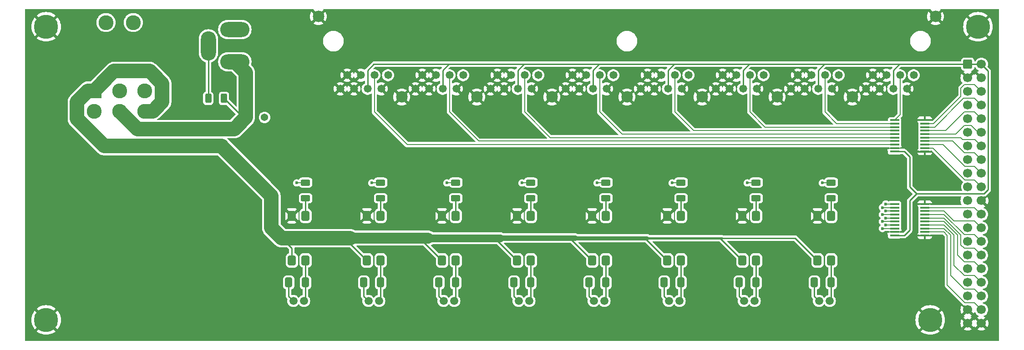
<source format=gbr>
%TF.GenerationSoftware,KiCad,Pcbnew,8.0.4*%
%TF.CreationDate,2024-09-16T12:53:31-07:00*%
%TF.ProjectId,PumpController8,50756d70-436f-46e7-9472-6f6c6c657238,rev?*%
%TF.SameCoordinates,Original*%
%TF.FileFunction,Copper,L1,Top*%
%TF.FilePolarity,Positive*%
%FSLAX46Y46*%
G04 Gerber Fmt 4.6, Leading zero omitted, Abs format (unit mm)*
G04 Created by KiCad (PCBNEW 8.0.4) date 2024-09-16 12:53:31*
%MOMM*%
%LPD*%
G01*
G04 APERTURE LIST*
G04 Aperture macros list*
%AMRoundRect*
0 Rectangle with rounded corners*
0 $1 Rounding radius*
0 $2 $3 $4 $5 $6 $7 $8 $9 X,Y pos of 4 corners*
0 Add a 4 corners polygon primitive as box body*
4,1,4,$2,$3,$4,$5,$6,$7,$8,$9,$2,$3,0*
0 Add four circle primitives for the rounded corners*
1,1,$1+$1,$2,$3*
1,1,$1+$1,$4,$5*
1,1,$1+$1,$6,$7*
1,1,$1+$1,$8,$9*
0 Add four rect primitives between the rounded corners*
20,1,$1+$1,$2,$3,$4,$5,0*
20,1,$1+$1,$4,$5,$6,$7,0*
20,1,$1+$1,$6,$7,$8,$9,0*
20,1,$1+$1,$8,$9,$2,$3,0*%
G04 Aperture macros list end*
%TA.AperFunction,ComponentPad*%
%ADD10O,5.460000X2.819900*%
%TD*%
%TA.AperFunction,ComponentPad*%
%ADD11O,2.819900X5.460000*%
%TD*%
%TA.AperFunction,ComponentPad*%
%ADD12C,1.371600*%
%TD*%
%TA.AperFunction,ComponentPad*%
%ADD13C,1.473200*%
%TD*%
%TA.AperFunction,ComponentPad*%
%ADD14C,2.159000*%
%TD*%
%TA.AperFunction,ComponentPad*%
%ADD15C,1.500000*%
%TD*%
%TA.AperFunction,SMDPad,CuDef*%
%ADD16RoundRect,0.250000X0.412500X0.650000X-0.412500X0.650000X-0.412500X-0.650000X0.412500X-0.650000X0*%
%TD*%
%TA.AperFunction,SMDPad,CuDef*%
%ADD17RoundRect,0.250000X-0.312500X-0.625000X0.312500X-0.625000X0.312500X0.625000X-0.312500X0.625000X0*%
%TD*%
%TA.AperFunction,SMDPad,CuDef*%
%ADD18RoundRect,0.375000X-0.375000X0.575000X-0.375000X-0.575000X0.375000X-0.575000X0.375000X0.575000X0*%
%TD*%
%TA.AperFunction,ComponentPad*%
%ADD19C,4.500000*%
%TD*%
%TA.AperFunction,SMDPad,CuDef*%
%ADD20RoundRect,0.250000X-0.625000X0.312500X-0.625000X-0.312500X0.625000X-0.312500X0.625000X0.312500X0*%
%TD*%
%TA.AperFunction,ComponentPad*%
%ADD21RoundRect,0.250000X-0.600000X-0.600000X0.600000X-0.600000X0.600000X0.600000X-0.600000X0.600000X0*%
%TD*%
%TA.AperFunction,ComponentPad*%
%ADD22C,1.700000*%
%TD*%
%TA.AperFunction,ComponentPad*%
%ADD23R,2.775000X2.775000*%
%TD*%
%TA.AperFunction,ComponentPad*%
%ADD24C,2.775000*%
%TD*%
%TA.AperFunction,SMDPad,CuDef*%
%ADD25R,1.676400X0.355600*%
%TD*%
%TA.AperFunction,ViaPad*%
%ADD26C,0.600000*%
%TD*%
%TA.AperFunction,Conductor*%
%ADD27C,0.254000*%
%TD*%
%TA.AperFunction,Conductor*%
%ADD28C,2.667000*%
%TD*%
%TA.AperFunction,Conductor*%
%ADD29C,0.200000*%
%TD*%
%TA.AperFunction,Conductor*%
%ADD30C,2.032000*%
%TD*%
%TA.AperFunction,Conductor*%
%ADD31C,1.397000*%
%TD*%
%TA.AperFunction,Conductor*%
%ADD32C,1.016000*%
%TD*%
%TA.AperFunction,Conductor*%
%ADD33C,0.762000*%
%TD*%
%TA.AperFunction,Conductor*%
%ADD34C,0.381000*%
%TD*%
G04 APERTURE END LIST*
D10*
%TO.P,J10,A,A*%
%TO.N,Net-(C9-Pad1)*%
X117020000Y-66835000D03*
D11*
%TO.P,J10,B,B*%
%TO.N,Net-(J10-PadB)*%
X112120000Y-63885000D03*
D10*
%TO.P,J10,C,C*%
%TO.N,Net-(C9-Pad2)*%
X117020000Y-60835000D03*
%TD*%
D12*
%TO.P,C9,1*%
%TO.N,Net-(C9-Pad1)*%
X119058750Y-77216000D03*
%TO.P,C9,2*%
%TO.N,Net-(C9-Pad2)*%
X122558751Y-77216000D03*
%TD*%
D13*
%TO.P,J9,1*%
%TO.N,/In1*%
X243306600Y-69342000D03*
%TO.P,J9,2*%
%TO.N,GNDS*%
X242036600Y-71882000D03*
%TO.P,J9,3*%
%TO.N,/B1*%
X240766600Y-69342000D03*
%TO.P,J9,4*%
%TO.N,+5V*%
X239496600Y-71882000D03*
%TO.P,J9,5*%
%TO.N,GNDS*%
X238226600Y-69342000D03*
%TO.P,J9,6*%
X236956600Y-71882000D03*
%TO.P,J9,7*%
X235686600Y-69342000D03*
%TO.P,J9,8*%
X234416600Y-71882000D03*
%TO.P,J9,9*%
%TO.N,/In2*%
X229336600Y-69342000D03*
%TO.P,J9,10*%
%TO.N,GNDS*%
X228066600Y-71882000D03*
%TO.P,J9,11*%
%TO.N,/B2*%
X226796600Y-69342000D03*
%TO.P,J9,12*%
%TO.N,+5V*%
X225526600Y-71882000D03*
%TO.P,J9,13*%
%TO.N,GNDS*%
X224256600Y-69342000D03*
%TO.P,J9,14*%
X222986600Y-71882000D03*
%TO.P,J9,15*%
X221716600Y-69342000D03*
%TO.P,J9,16*%
X220446600Y-71882000D03*
%TO.P,J9,17*%
%TO.N,/In3*%
X215366600Y-69342000D03*
%TO.P,J9,18*%
%TO.N,GNDS*%
X214096600Y-71882000D03*
%TO.P,J9,19*%
%TO.N,/B3*%
X212826600Y-69342000D03*
%TO.P,J9,20*%
%TO.N,+5V*%
X211556600Y-71882000D03*
%TO.P,J9,21*%
%TO.N,GNDS*%
X210286600Y-69342000D03*
%TO.P,J9,22*%
X209016600Y-71882000D03*
%TO.P,J9,23*%
X207746600Y-69342000D03*
%TO.P,J9,24*%
X206476600Y-71882000D03*
%TO.P,J9,25*%
%TO.N,/In4*%
X201396600Y-69342000D03*
%TO.P,J9,26*%
%TO.N,GNDS*%
X200126600Y-71882000D03*
%TO.P,J9,27*%
%TO.N,/B4*%
X198856600Y-69342000D03*
%TO.P,J9,28*%
%TO.N,+5V*%
X197586600Y-71882000D03*
%TO.P,J9,29*%
%TO.N,GNDS*%
X196316600Y-69342000D03*
%TO.P,J9,30*%
X195046600Y-71882000D03*
%TO.P,J9,31*%
X193776600Y-69342000D03*
%TO.P,J9,32*%
X192506600Y-71882000D03*
%TO.P,J9,33*%
%TO.N,/In5*%
X187426600Y-69342000D03*
%TO.P,J9,34*%
%TO.N,GNDS*%
X186156600Y-71882000D03*
%TO.P,J9,35*%
%TO.N,/B5*%
X184886600Y-69342000D03*
%TO.P,J9,36*%
%TO.N,+5V*%
X183616600Y-71882000D03*
%TO.P,J9,37*%
%TO.N,GNDS*%
X182346600Y-69342000D03*
%TO.P,J9,38*%
X181076600Y-71882000D03*
%TO.P,J9,39*%
X179806600Y-69342000D03*
%TO.P,J9,40*%
X178536600Y-71882000D03*
%TO.P,J9,41*%
%TO.N,/In6*%
X173456600Y-69342000D03*
%TO.P,J9,42*%
%TO.N,GNDS*%
X172186600Y-71882000D03*
%TO.P,J9,43*%
%TO.N,/B6*%
X170916600Y-69342000D03*
%TO.P,J9,44*%
%TO.N,+5V*%
X169646600Y-71882000D03*
%TO.P,J9,45*%
%TO.N,GNDS*%
X168376600Y-69342000D03*
%TO.P,J9,46*%
X167106600Y-71882000D03*
%TO.P,J9,47*%
X165836600Y-69342000D03*
%TO.P,J9,48*%
X164566600Y-71882000D03*
%TO.P,J9,49*%
%TO.N,/In7*%
X159486600Y-69342000D03*
%TO.P,J9,50*%
%TO.N,GNDS*%
X158216600Y-71882000D03*
%TO.P,J9,51*%
%TO.N,/B7*%
X156946600Y-69342000D03*
%TO.P,J9,52*%
%TO.N,+5V*%
X155676600Y-71882000D03*
%TO.P,J9,53*%
%TO.N,GNDS*%
X154406600Y-69342000D03*
%TO.P,J9,54*%
X153136600Y-71882000D03*
%TO.P,J9,55*%
X151866600Y-69342000D03*
%TO.P,J9,56*%
X150596600Y-71882000D03*
%TO.P,J9,57*%
%TO.N,/In8*%
X145516600Y-69342000D03*
%TO.P,J9,58*%
%TO.N,GNDS*%
X144246600Y-71882000D03*
%TO.P,J9,59*%
%TO.N,/B8*%
X142976600Y-69342000D03*
%TO.P,J9,60*%
%TO.N,+5V*%
X141706600Y-71882000D03*
%TO.P,J9,61*%
%TO.N,GNDS*%
X140436600Y-69342000D03*
%TO.P,J9,62*%
X139166600Y-71882000D03*
%TO.P,J9,63*%
X137896600Y-69342000D03*
%TO.P,J9,64*%
X136626600Y-71882000D03*
D14*
%TO.P,J9,67*%
X247370600Y-58420000D03*
%TO.P,J9,68*%
X132562600Y-58420000D03*
%TO.P,J9,69*%
X231876600Y-73406000D03*
%TO.P,J9,70*%
X217906600Y-73406000D03*
%TO.P,J9,71*%
X203936600Y-73406000D03*
%TO.P,J9,72*%
X189966600Y-73406000D03*
%TO.P,J9,73*%
X175996600Y-73406000D03*
%TO.P,J9,74*%
X162026600Y-73406000D03*
%TO.P,J9,75*%
X148056600Y-73406000D03*
%TD*%
D15*
%TO.P,J7,1,V+*%
%TO.N,Net-(J7-V+)*%
X143875000Y-111395000D03*
%TO.P,J7,2,Gnd*%
%TO.N,Net-(J1-Gnd)*%
X141875000Y-111395000D03*
%TD*%
D16*
%TO.P,C1,1*%
%TO.N,Net-(J1-V+)*%
X227965000Y-107950000D03*
%TO.P,C1,2*%
%TO.N,Net-(J1-Gnd)*%
X224840000Y-107950000D03*
%TD*%
D17*
%TO.P,R9,1*%
%TO.N,Net-(J10-PadB)*%
X112075500Y-73660000D03*
%TO.P,R9,2*%
%TO.N,Net-(C9-Pad1)*%
X115000500Y-73660000D03*
%TD*%
D18*
%TO.P,U4,1*%
%TO.N,Net-(R4-Pad2)*%
X186055000Y-95545000D03*
%TO.P,U4,2*%
%TO.N,GNDS*%
X183515000Y-95545000D03*
%TO.P,U4,3*%
%TO.N,Net-(S1-Pad1)*%
X183515000Y-103845000D03*
%TO.P,U4,4*%
%TO.N,Net-(J4-V+)*%
X186055000Y-103845000D03*
%TD*%
D19*
%TO.P,H4,1,1*%
%TO.N,GNDS*%
X81915000Y-60325000D03*
%TD*%
D20*
%TO.P,R8,1*%
%TO.N,/B16*%
X130175000Y-89342500D03*
%TO.P,R8,2*%
%TO.N,Net-(R8-Pad2)*%
X130175000Y-92267500D03*
%TD*%
D21*
%TO.P,J11,1,5V*%
%TO.N,+5V*%
X253365000Y-67310000D03*
D22*
%TO.P,J11,2,5V*%
X255905000Y-67310000D03*
%TO.P,J11,3,Gnd*%
%TO.N,GNDS*%
X253365000Y-69850000D03*
%TO.P,J11,4,Gnd*%
X255905000Y-69850000D03*
%TO.P,J11,5,In1*%
%TO.N,/In1*%
X253365000Y-72390000D03*
%TO.P,J11,6,Out1*%
%TO.N,/Out1*%
X255905000Y-72390000D03*
%TO.P,J11,7,In2*%
%TO.N,/In2*%
X253365000Y-74930000D03*
%TO.P,J11,8,Out2*%
%TO.N,/Out2*%
X255905000Y-74930000D03*
%TO.P,J11,9,In3*%
%TO.N,/In3*%
X253365000Y-77470000D03*
%TO.P,J11,10,Out3*%
%TO.N,/Out3*%
X255905000Y-77470000D03*
%TO.P,J11,11,In4*%
%TO.N,/In4*%
X253365000Y-80010000D03*
%TO.P,J11,12,Out4*%
%TO.N,/Out4*%
X255905000Y-80010000D03*
%TO.P,J11,13,In5*%
%TO.N,/In5*%
X253365000Y-82550000D03*
%TO.P,J11,14,Out5*%
%TO.N,/Out5*%
X255905000Y-82550000D03*
%TO.P,J11,15,In6*%
%TO.N,/In6*%
X253365000Y-85090000D03*
%TO.P,J11,16,Out6*%
%TO.N,/Out6*%
X255905000Y-85090000D03*
%TO.P,J11,17,In7*%
%TO.N,/In7*%
X253365000Y-87630000D03*
%TO.P,J11,18,Out7*%
%TO.N,/Out7*%
X255905000Y-87630000D03*
%TO.P,J11,19,In8*%
%TO.N,/In8*%
X253365000Y-90170000D03*
%TO.P,J11,20,Out8*%
%TO.N,/Out8*%
X255905000Y-90170000D03*
%TO.P,J11,21,Gnd*%
%TO.N,GNDS*%
X253365000Y-92710000D03*
%TO.P,J11,22,Gnd*%
X255905000Y-92710000D03*
%TO.P,J11,23,In9*%
X253365000Y-95250000D03*
%TO.P,J11,24,Out9*%
%TO.N,/Out9*%
X255905000Y-95250000D03*
%TO.P,J11,25,In10*%
%TO.N,GNDS*%
X253365000Y-97790000D03*
%TO.P,J11,26,Out10*%
%TO.N,/Out10*%
X255905000Y-97790000D03*
%TO.P,J11,27,In11*%
%TO.N,GNDS*%
X253365000Y-100330000D03*
%TO.P,J11,28,Out11*%
%TO.N,/Out11*%
X255905000Y-100330000D03*
%TO.P,J11,29,In12*%
%TO.N,GNDS*%
X253365000Y-102870000D03*
%TO.P,J11,30,Out12*%
%TO.N,/Out12*%
X255905000Y-102870000D03*
%TO.P,J11,31,In13*%
%TO.N,GNDS*%
X253365000Y-105410000D03*
%TO.P,J11,32,Out13*%
%TO.N,/Out13*%
X255905000Y-105410000D03*
%TO.P,J11,33,In14*%
%TO.N,GNDS*%
X253365000Y-107950000D03*
%TO.P,J11,34,Out14*%
%TO.N,/Out14*%
X255905000Y-107950000D03*
%TO.P,J11,35,In15*%
%TO.N,GNDS*%
X253365000Y-110490000D03*
%TO.P,J11,36,Out15*%
%TO.N,/Out15*%
X255905000Y-110490000D03*
%TO.P,J11,37,In16*%
%TO.N,GNDS*%
X253365000Y-113030000D03*
%TO.P,J11,38,Out16*%
%TO.N,/Out16*%
X255905000Y-113030000D03*
%TO.P,J11,39,Gnd*%
%TO.N,GNDS*%
X253365000Y-115570000D03*
%TO.P,J11,40,Gnd*%
X255905000Y-115570000D03*
%TD*%
D16*
%TO.P,C5,1*%
%TO.N,Net-(J5-V+)*%
X172085000Y-107950000D03*
%TO.P,C5,2*%
%TO.N,Net-(J1-Gnd)*%
X168960000Y-107950000D03*
%TD*%
%TO.P,C7,1*%
%TO.N,Net-(J7-V+)*%
X144145000Y-107950000D03*
%TO.P,C7,2*%
%TO.N,Net-(J1-Gnd)*%
X141020000Y-107950000D03*
%TD*%
D19*
%TO.P,H1,1,1*%
%TO.N,GNDS*%
X255270000Y-60325000D03*
%TD*%
D15*
%TO.P,J5,1,V+*%
%TO.N,Net-(J5-V+)*%
X171815000Y-111395000D03*
%TO.P,J5,2,Gnd*%
%TO.N,Net-(J1-Gnd)*%
X169815000Y-111395000D03*
%TD*%
D16*
%TO.P,C4,1*%
%TO.N,Net-(J4-V+)*%
X186055000Y-107950000D03*
%TO.P,C4,2*%
%TO.N,Net-(J1-Gnd)*%
X182930000Y-107950000D03*
%TD*%
D20*
%TO.P,R4,1*%
%TO.N,/B12*%
X186055000Y-89342500D03*
%TO.P,R4,2*%
%TO.N,Net-(R4-Pad2)*%
X186055000Y-92267500D03*
%TD*%
D15*
%TO.P,J8,1,V+*%
%TO.N,Net-(J8-V+)*%
X129905000Y-111395000D03*
%TO.P,J8,2,Gnd*%
%TO.N,Net-(J1-Gnd)*%
X127905000Y-111395000D03*
%TD*%
%TO.P,J3,1,V+*%
%TO.N,Net-(J3-V+)*%
X199755000Y-111395000D03*
%TO.P,J3,2,Gnd*%
%TO.N,Net-(J1-Gnd)*%
X197755000Y-111395000D03*
%TD*%
D18*
%TO.P,U3,1*%
%TO.N,Net-(R3-Pad2)*%
X200025000Y-95545000D03*
%TO.P,U3,2*%
%TO.N,GNDS*%
X197485000Y-95545000D03*
%TO.P,U3,3*%
%TO.N,Net-(S1-Pad1)*%
X197485000Y-103845000D03*
%TO.P,U3,4*%
%TO.N,Net-(J3-V+)*%
X200025000Y-103845000D03*
%TD*%
D16*
%TO.P,C6,1*%
%TO.N,Net-(J6-V+)*%
X158115000Y-107950000D03*
%TO.P,C6,2*%
%TO.N,Net-(J1-Gnd)*%
X154990000Y-107950000D03*
%TD*%
D18*
%TO.P,U8,1*%
%TO.N,Net-(R8-Pad2)*%
X130175000Y-95545000D03*
%TO.P,U8,2*%
%TO.N,GNDS*%
X127635000Y-95545000D03*
%TO.P,U8,3*%
%TO.N,Net-(S1-Pad1)*%
X127635000Y-103845000D03*
%TO.P,U8,4*%
%TO.N,Net-(J8-V+)*%
X130175000Y-103845000D03*
%TD*%
D15*
%TO.P,J2,1,V+*%
%TO.N,Net-(J2-V+)*%
X213725000Y-111395000D03*
%TO.P,J2,2,Gnd*%
%TO.N,Net-(J1-Gnd)*%
X211725000Y-111395000D03*
%TD*%
D20*
%TO.P,R5,1*%
%TO.N,/B13*%
X172085000Y-89342500D03*
%TO.P,R5,2*%
%TO.N,Net-(R5-Pad2)*%
X172085000Y-92267500D03*
%TD*%
D15*
%TO.P,J6,1,V+*%
%TO.N,Net-(J6-V+)*%
X157845000Y-111395000D03*
%TO.P,J6,2,Gnd*%
%TO.N,Net-(J1-Gnd)*%
X155845000Y-111395000D03*
%TD*%
D19*
%TO.P,H3,1,1*%
%TO.N,GNDS*%
X81915000Y-114935000D03*
%TD*%
D18*
%TO.P,U2,1*%
%TO.N,Net-(R2-Pad2)*%
X213995000Y-95545000D03*
%TO.P,U2,2*%
%TO.N,GNDS*%
X211455000Y-95545000D03*
%TO.P,U2,3*%
%TO.N,Net-(S1-Pad1)*%
X211455000Y-103845000D03*
%TO.P,U2,4*%
%TO.N,Net-(J2-V+)*%
X213995000Y-103845000D03*
%TD*%
D16*
%TO.P,C3,1*%
%TO.N,Net-(J3-V+)*%
X200025000Y-107950000D03*
%TO.P,C3,2*%
%TO.N,Net-(J1-Gnd)*%
X196900000Y-107950000D03*
%TD*%
D20*
%TO.P,R7,1*%
%TO.N,/B15*%
X144145000Y-89342500D03*
%TO.P,R7,2*%
%TO.N,Net-(R7-Pad2)*%
X144145000Y-92267500D03*
%TD*%
D19*
%TO.P,H2,1,1*%
%TO.N,GNDS*%
X246380000Y-114935000D03*
%TD*%
D18*
%TO.P,U5,1*%
%TO.N,Net-(R5-Pad2)*%
X172085000Y-95545000D03*
%TO.P,U5,2*%
%TO.N,GNDS*%
X169545000Y-95545000D03*
%TO.P,U5,3*%
%TO.N,Net-(S1-Pad1)*%
X169545000Y-103845000D03*
%TO.P,U5,4*%
%TO.N,Net-(J5-V+)*%
X172085000Y-103845000D03*
%TD*%
D23*
%TO.P,S1,1*%
%TO.N,Net-(S1-Pad1)*%
X90887500Y-72231250D03*
D24*
%TO.P,S1,2*%
%TO.N,Net-(C9-Pad2)*%
X95587500Y-72231250D03*
%TO.P,S1,3*%
%TO.N,Net-(J1-Gnd)*%
X100287500Y-72231250D03*
%TO.P,S1,4*%
X90887500Y-76041250D03*
%TO.P,S1,5*%
%TO.N,Net-(C9-Pad1)*%
X95587500Y-76041250D03*
%TO.P,S1,6*%
%TO.N,Net-(S1-Pad1)*%
X100287500Y-76041250D03*
%TO.P,S1,S1*%
%TO.N,N/C*%
X93047500Y-59531250D03*
%TO.P,S1,S2*%
X98127500Y-59531250D03*
%TD*%
D18*
%TO.P,U1,1*%
%TO.N,Net-(R1-Pad2)*%
X227965000Y-95545000D03*
%TO.P,U1,2*%
%TO.N,GNDS*%
X225425000Y-95545000D03*
%TO.P,U1,3*%
%TO.N,Net-(S1-Pad1)*%
X225425000Y-103845000D03*
%TO.P,U1,4*%
%TO.N,Net-(J1-V+)*%
X227965000Y-103845000D03*
%TD*%
D20*
%TO.P,R2,1*%
%TO.N,/B10*%
X213995000Y-89342500D03*
%TO.P,R2,2*%
%TO.N,Net-(R2-Pad2)*%
X213995000Y-92267500D03*
%TD*%
D25*
%TO.P,U10,1,\u002AOE1*%
%TO.N,GNDS*%
X245389400Y-99191000D03*
%TO.P,U10,2,A1*%
%TO.N,/Out16*%
X245389400Y-98540999D03*
%TO.P,U10,3,A2*%
%TO.N,/Out15*%
X245389400Y-97891001D03*
%TO.P,U10,4,A3*%
%TO.N,/Out14*%
X245389400Y-97240999D03*
%TO.P,U10,5,A4*%
%TO.N,/Out13*%
X245389400Y-96591001D03*
%TO.P,U10,6,A5*%
%TO.N,/Out12*%
X245389400Y-95941002D03*
%TO.P,U10,7,A6*%
%TO.N,/Out11*%
X245389400Y-95291001D03*
%TO.P,U10,8,A7*%
%TO.N,/Out10*%
X245389400Y-94641002D03*
%TO.P,U10,9,A8*%
%TO.N,/Out9*%
X245389400Y-93991001D03*
%TO.P,U10,10,GND*%
%TO.N,GNDS*%
X245389400Y-93341002D03*
%TO.P,U10,11,Y8*%
%TO.N,/B9*%
X239750600Y-93341000D03*
%TO.P,U10,12,Y7*%
%TO.N,/B10*%
X239750600Y-93990998D03*
%TO.P,U10,13,Y6*%
%TO.N,/B11*%
X239750600Y-94640999D03*
%TO.P,U10,14,Y5*%
%TO.N,/B12*%
X239750600Y-95290998D03*
%TO.P,U10,15,Y4*%
%TO.N,/B13*%
X239750600Y-95940999D03*
%TO.P,U10,16,Y3*%
%TO.N,/B14*%
X239750600Y-96590998D03*
%TO.P,U10,17,Y2*%
%TO.N,/B15*%
X239750600Y-97240999D03*
%TO.P,U10,18,Y1*%
%TO.N,/B16*%
X239750600Y-97890998D03*
%TO.P,U10,19,\u002AOE2*%
%TO.N,GNDS*%
X239750600Y-98540999D03*
%TO.P,U10,20,VCC*%
%TO.N,+5V*%
X239750600Y-99190998D03*
%TD*%
D18*
%TO.P,U6,1*%
%TO.N,Net-(R6-Pad2)*%
X158115000Y-95545000D03*
%TO.P,U6,2*%
%TO.N,GNDS*%
X155575000Y-95545000D03*
%TO.P,U6,3*%
%TO.N,Net-(S1-Pad1)*%
X155575000Y-103845000D03*
%TO.P,U6,4*%
%TO.N,Net-(J6-V+)*%
X158115000Y-103845000D03*
%TD*%
%TO.P,U7,1*%
%TO.N,Net-(R7-Pad2)*%
X144145000Y-95545000D03*
%TO.P,U7,2*%
%TO.N,GNDS*%
X141605000Y-95545000D03*
%TO.P,U7,3*%
%TO.N,Net-(S1-Pad1)*%
X141605000Y-103845000D03*
%TO.P,U7,4*%
%TO.N,Net-(J7-V+)*%
X144145000Y-103845000D03*
%TD*%
D15*
%TO.P,J1,1,V+*%
%TO.N,Net-(J1-V+)*%
X227695000Y-111395000D03*
%TO.P,J1,2,Gnd*%
%TO.N,Net-(J1-Gnd)*%
X225695000Y-111395000D03*
%TD*%
D16*
%TO.P,C2,1*%
%TO.N,Net-(J2-V+)*%
X213995000Y-107950000D03*
%TO.P,C2,2*%
%TO.N,Net-(J1-Gnd)*%
X210870000Y-107950000D03*
%TD*%
D15*
%TO.P,J4,1,V+*%
%TO.N,Net-(J4-V+)*%
X185785000Y-111395000D03*
%TO.P,J4,2,Gnd*%
%TO.N,Net-(J1-Gnd)*%
X183785000Y-111395000D03*
%TD*%
D20*
%TO.P,R6,1*%
%TO.N,/B14*%
X158115000Y-89342500D03*
%TO.P,R6,2*%
%TO.N,Net-(R6-Pad2)*%
X158115000Y-92267500D03*
%TD*%
D16*
%TO.P,C8,1*%
%TO.N,Net-(J8-V+)*%
X130175000Y-107950000D03*
%TO.P,C8,2*%
%TO.N,Net-(J1-Gnd)*%
X127050000Y-107950000D03*
%TD*%
D20*
%TO.P,R1,1*%
%TO.N,/B9*%
X227965000Y-89342500D03*
%TO.P,R1,2*%
%TO.N,Net-(R1-Pad2)*%
X227965000Y-92267500D03*
%TD*%
D25*
%TO.P,U9,1,\u002AOE1*%
%TO.N,GNDS*%
X245389400Y-83570000D03*
%TO.P,U9,2,A1*%
%TO.N,/Out8*%
X245389400Y-82919999D03*
%TO.P,U9,3,A2*%
%TO.N,/Out7*%
X245389400Y-82270001D03*
%TO.P,U9,4,A3*%
%TO.N,/Out6*%
X245389400Y-81619999D03*
%TO.P,U9,5,A4*%
%TO.N,/Out5*%
X245389400Y-80970001D03*
%TO.P,U9,6,A5*%
%TO.N,/Out4*%
X245389400Y-80320002D03*
%TO.P,U9,7,A6*%
%TO.N,/Out3*%
X245389400Y-79670001D03*
%TO.P,U9,8,A7*%
%TO.N,/Out2*%
X245389400Y-79020002D03*
%TO.P,U9,9,A8*%
%TO.N,/Out1*%
X245389400Y-78370001D03*
%TO.P,U9,10,GND*%
%TO.N,GNDS*%
X245389400Y-77720002D03*
%TO.P,U9,11,Y8*%
%TO.N,/B1*%
X239750600Y-77720000D03*
%TO.P,U9,12,Y7*%
%TO.N,/B2*%
X239750600Y-78369998D03*
%TO.P,U9,13,Y6*%
%TO.N,/B3*%
X239750600Y-79019999D03*
%TO.P,U9,14,Y5*%
%TO.N,/B4*%
X239750600Y-79669998D03*
%TO.P,U9,15,Y4*%
%TO.N,/B5*%
X239750600Y-80319999D03*
%TO.P,U9,16,Y3*%
%TO.N,/B6*%
X239750600Y-80969998D03*
%TO.P,U9,17,Y2*%
%TO.N,/B7*%
X239750600Y-81619999D03*
%TO.P,U9,18,Y1*%
%TO.N,/B8*%
X239750600Y-82269998D03*
%TO.P,U9,19,\u002AOE2*%
%TO.N,GNDS*%
X239750600Y-82919999D03*
%TO.P,U9,20,VCC*%
%TO.N,+5V*%
X239750600Y-83569998D03*
%TD*%
D20*
%TO.P,R3,1*%
%TO.N,/B11*%
X200025000Y-89342500D03*
%TO.P,R3,2*%
%TO.N,Net-(R3-Pad2)*%
X200025000Y-92267500D03*
%TD*%
D26*
%TO.N,/B16*%
X128524000Y-89408000D03*
X237490000Y-97890998D03*
%TO.N,/B15*%
X238125000Y-97240999D03*
X142494000Y-89408000D03*
%TO.N,/B14*%
X237490000Y-96590998D03*
X156464000Y-89408000D03*
%TO.N,/B13*%
X170434000Y-89408000D03*
X238125000Y-95940999D03*
%TO.N,/B12*%
X184404000Y-89408000D03*
X237490000Y-95290998D03*
%TO.N,/B11*%
X198374000Y-89408000D03*
X238125000Y-94640999D03*
%TO.N,/B10*%
X212344000Y-89408000D03*
X237490000Y-93990998D03*
%TO.N,/B9*%
X226314000Y-89408000D03*
X238125000Y-93341000D03*
%TD*%
D27*
%TO.N,Net-(C9-Pad1)*%
X115000500Y-73660000D02*
X118556500Y-77216000D01*
%TO.N,Net-(J10-PadB)*%
X112075500Y-73660000D02*
X112075500Y-65072500D01*
D28*
%TO.N,Net-(C9-Pad1)*%
X119058750Y-68873750D02*
X117020000Y-66835000D01*
X119058750Y-77216000D02*
X119058750Y-68873750D01*
%TO.N,Net-(S1-Pad1)*%
X92710000Y-82550000D02*
X114554000Y-82550000D01*
X87630000Y-77470000D02*
X92710000Y-82550000D01*
X87630000Y-74295000D02*
X87630000Y-77470000D01*
X90887500Y-72231250D02*
X89693750Y-72231250D01*
X89693750Y-72231250D02*
X87630000Y-74295000D01*
X123825000Y-91821000D02*
X123825000Y-97790000D01*
X114495875Y-82491875D02*
X123825000Y-91821000D01*
X123825000Y-97790000D02*
X125730000Y-99695000D01*
%TO.N,Net-(C9-Pad1)*%
X116899750Y-79375000D02*
X119058750Y-77216000D01*
X98921250Y-79375000D02*
X116899750Y-79375000D01*
X95587500Y-76041250D02*
X98921250Y-79375000D01*
%TO.N,Net-(S1-Pad1)*%
X101183584Y-68580000D02*
X94538750Y-68580000D01*
X103505000Y-70901416D02*
X101183584Y-68580000D01*
X103505000Y-74295000D02*
X103505000Y-70901416D01*
X101758750Y-76041250D02*
X103505000Y-74295000D01*
X100287500Y-76041250D02*
X101758750Y-76041250D01*
X94538750Y-68580000D02*
X90887500Y-72231250D01*
D29*
%TO.N,/B16*%
X239750600Y-97890998D02*
X237490000Y-97890998D01*
%TO.N,/B14*%
X239750600Y-96590998D02*
X237490000Y-96590998D01*
%TO.N,/B12*%
X239750600Y-95290998D02*
X237490000Y-95290998D01*
%TO.N,/B10*%
X239750600Y-93990998D02*
X237490000Y-93990998D01*
%TO.N,/Out14*%
X250825000Y-99125000D02*
X248940999Y-97240999D01*
X248940999Y-97240999D02*
X245389400Y-97240999D01*
X250825000Y-104775000D02*
X250825000Y-99125000D01*
X252730000Y-106680000D02*
X250825000Y-104775000D01*
X254635000Y-106680000D02*
X252730000Y-106680000D01*
X255905000Y-107950000D02*
X254635000Y-106680000D01*
%TO.N,/Out13*%
X248941001Y-96591001D02*
X245389400Y-96591001D01*
X251460000Y-102870000D02*
X251460000Y-99110000D01*
X254635000Y-104140000D02*
X252730000Y-104140000D01*
X255905000Y-105410000D02*
X254635000Y-104140000D01*
X252730000Y-104140000D02*
X251460000Y-102870000D01*
X251460000Y-99110000D02*
X248941001Y-96591001D01*
%TO.N,/Out16*%
X248940399Y-98540999D02*
X245389400Y-98540999D01*
X249555000Y-108445673D02*
X249555000Y-99155600D01*
X249555000Y-99155600D02*
X248940399Y-98540999D01*
X252869327Y-111760000D02*
X249555000Y-108445673D01*
X254635000Y-111760000D02*
X252869327Y-111760000D01*
X255905000Y-113030000D02*
X254635000Y-111760000D01*
%TO.N,/Out12*%
X252095000Y-99095000D02*
X248941002Y-95941002D01*
X252095000Y-100965000D02*
X252095000Y-99095000D01*
X252730000Y-101600000D02*
X252095000Y-100965000D01*
X255905000Y-102870000D02*
X254635000Y-101600000D01*
X254635000Y-101600000D02*
X252730000Y-101600000D01*
X248941002Y-95941002D02*
X245389400Y-95941002D01*
%TO.N,/Out11*%
X248941001Y-95291001D02*
X245389400Y-95291001D01*
X252710000Y-99060000D02*
X248941001Y-95291001D01*
X255905000Y-100330000D02*
X254635000Y-99060000D01*
X254635000Y-99060000D02*
X252710000Y-99060000D01*
%TO.N,/Out10*%
X250820000Y-96520000D02*
X248941002Y-94641002D01*
X248941002Y-94641002D02*
X245389400Y-94641002D01*
X255905000Y-97790000D02*
X254635000Y-96520000D01*
X254635000Y-96520000D02*
X250820000Y-96520000D01*
D27*
%TO.N,+5V*%
X242570000Y-92710000D02*
X242570000Y-98171000D01*
X243840000Y-91440000D02*
X242570000Y-92710000D01*
D29*
%TO.N,/Out9*%
X254646001Y-93991001D02*
X245389400Y-93991001D01*
X255905000Y-95250000D02*
X254646001Y-93991001D01*
%TO.N,/Out8*%
X246876999Y-82919999D02*
X245389400Y-82919999D01*
X252857000Y-88900000D02*
X246876999Y-82919999D01*
X254635000Y-88900000D02*
X252857000Y-88900000D01*
X255905000Y-90170000D02*
X254635000Y-88900000D01*
%TO.N,/Out7*%
X248767001Y-82270001D02*
X245389400Y-82270001D01*
X252857000Y-86360000D02*
X248767001Y-82270001D01*
X254635000Y-86360000D02*
X252857000Y-86360000D01*
X255905000Y-87630000D02*
X254635000Y-86360000D01*
%TO.N,/Out6*%
X250529999Y-81619999D02*
X245389400Y-81619999D01*
X252730000Y-83820000D02*
X250529999Y-81619999D01*
X255905000Y-85090000D02*
X254635000Y-83820000D01*
X254635000Y-83820000D02*
X252730000Y-83820000D01*
%TO.N,/Out4*%
X254000000Y-78740000D02*
X252730000Y-78740000D01*
X252730000Y-78740000D02*
X251149998Y-80320002D01*
X255270000Y-80010000D02*
X254000000Y-78740000D01*
X251149998Y-80320002D02*
X245389400Y-80320002D01*
%TO.N,/Out3*%
X254635000Y-76200000D02*
X252730000Y-76200000D01*
X252730000Y-76200000D02*
X249259999Y-79670001D01*
X255905000Y-77470000D02*
X254635000Y-76200000D01*
X249259999Y-79670001D02*
X245389400Y-79670001D01*
%TO.N,/Out1*%
X247003999Y-78370001D02*
X245389400Y-78370001D01*
X252730000Y-71120000D02*
X252095000Y-71755000D01*
X254635000Y-71120000D02*
X252730000Y-71120000D01*
X252095000Y-71755000D02*
X252095000Y-73279000D01*
X252095000Y-73279000D02*
X247003999Y-78370001D01*
X255905000Y-72390000D02*
X254635000Y-71120000D01*
%TO.N,/Out2*%
X252603000Y-73660000D02*
X247242998Y-79020002D01*
X255905000Y-74930000D02*
X254635000Y-73660000D01*
X254635000Y-73660000D02*
X252603000Y-73660000D01*
X247242998Y-79020002D02*
X245389400Y-79020002D01*
%TO.N,/B8*%
X142976600Y-76174600D02*
X142976600Y-69342000D01*
X149071998Y-82269998D02*
X142976600Y-76174600D01*
X239750600Y-82269998D02*
X149071998Y-82269998D01*
%TO.N,/B7*%
X156946600Y-76174600D02*
X156946600Y-69342000D01*
X162391999Y-81619999D02*
X156946600Y-76174600D01*
X239750600Y-81619999D02*
X162391999Y-81619999D01*
%TO.N,/B6*%
X170916600Y-76174600D02*
X170916600Y-69342000D01*
X175711998Y-80969998D02*
X170916600Y-76174600D01*
X239750600Y-80969998D02*
X175711998Y-80969998D01*
%TO.N,/B5*%
X184886600Y-76174600D02*
X184886600Y-69342000D01*
X189031999Y-80319999D02*
X184886600Y-76174600D01*
X239750600Y-80319999D02*
X189031999Y-80319999D01*
%TO.N,/B4*%
X202351998Y-79669998D02*
X198856600Y-76174600D01*
X198856600Y-76174600D02*
X198856600Y-69342000D01*
X239750600Y-79669998D02*
X202351998Y-79669998D01*
%TO.N,/B3*%
X212826600Y-76174600D02*
X212826600Y-69342000D01*
X215671999Y-79019999D02*
X212826600Y-76174600D01*
X239750600Y-79019999D02*
X215671999Y-79019999D01*
%TO.N,/B2*%
X226796600Y-76174600D02*
X226796600Y-69342000D01*
X228991998Y-78369998D02*
X226796600Y-76174600D01*
X239750600Y-78369998D02*
X228991998Y-78369998D01*
D27*
%TO.N,+5V*%
X242570000Y-84589996D02*
X241550002Y-83569998D01*
X242570000Y-90170000D02*
X242570000Y-84589996D01*
X243840000Y-91440000D02*
X242570000Y-90170000D01*
X241550002Y-83569998D02*
X239750600Y-83569998D01*
%TO.N,Net-(J1-Gnd)*%
X210870000Y-110540000D02*
X211725000Y-111395000D01*
X182930000Y-107950000D02*
X182930000Y-110540000D01*
X127050000Y-107950000D02*
X127050000Y-110540000D01*
X224840000Y-110540000D02*
X225695000Y-111395000D01*
X141020000Y-110540000D02*
X141875000Y-111395000D01*
X196900000Y-107950000D02*
X196900000Y-110540000D01*
X154990000Y-110540000D02*
X155845000Y-111395000D01*
X210870000Y-107950000D02*
X210870000Y-110540000D01*
X182930000Y-110540000D02*
X183785000Y-111395000D01*
X154990000Y-107950000D02*
X154990000Y-110540000D01*
X141020000Y-107950000D02*
X141020000Y-110540000D01*
X127050000Y-110540000D02*
X127905000Y-111395000D01*
X168960000Y-110540000D02*
X169815000Y-111395000D01*
X196900000Y-110540000D02*
X197755000Y-111395000D01*
X224840000Y-107950000D02*
X224840000Y-110540000D01*
X168960000Y-107950000D02*
X168960000Y-110540000D01*
%TO.N,Net-(J1-V+)*%
X227965000Y-107950000D02*
X227965000Y-103845000D01*
X227965000Y-111125000D02*
X227965000Y-107950000D01*
%TO.N,Net-(J2-V+)*%
X213995000Y-103845000D02*
X213995000Y-111125000D01*
%TO.N,Net-(J3-V+)*%
X200025000Y-103845000D02*
X200025000Y-111125000D01*
%TO.N,Net-(J4-V+)*%
X186055000Y-103845000D02*
X186055000Y-111125000D01*
%TO.N,Net-(J5-V+)*%
X172085000Y-103845000D02*
X172085000Y-111125000D01*
%TO.N,Net-(J6-V+)*%
X158115000Y-103845000D02*
X158115000Y-111125000D01*
%TO.N,Net-(J7-V+)*%
X144145000Y-103845000D02*
X144145000Y-111125000D01*
%TO.N,Net-(J8-V+)*%
X130175000Y-103845000D02*
X130175000Y-111125000D01*
D29*
%TO.N,/B1*%
X240766600Y-76704000D02*
X240766600Y-69342000D01*
X239750600Y-77720000D02*
X240766600Y-76704000D01*
D27*
%TO.N,+5V*%
X212725000Y-67310000D02*
X198755000Y-67310000D01*
X198755000Y-67310000D02*
X184785000Y-67310000D01*
X155676600Y-71882000D02*
X155676600Y-68478400D01*
X255905000Y-67310000D02*
X257175000Y-68580000D01*
X155676600Y-68478400D02*
X156845000Y-67310000D01*
X183616600Y-71882000D02*
X183616600Y-68478400D01*
X170815000Y-67310000D02*
X156845000Y-67310000D01*
X169646600Y-71882000D02*
X169646600Y-68478400D01*
X197586600Y-68478400D02*
X198755000Y-67310000D01*
X242570000Y-98171000D02*
X241550002Y-99190998D01*
X239496600Y-68478400D02*
X240665000Y-67310000D01*
X253365000Y-67310000D02*
X240665000Y-67310000D01*
X241550002Y-99190998D02*
X239750600Y-99190998D01*
X225526600Y-68478400D02*
X226695000Y-67310000D01*
X211556600Y-68478400D02*
X212725000Y-67310000D01*
X257175000Y-90678000D02*
X256413000Y-91440000D01*
X255905000Y-67310000D02*
X253365000Y-67310000D01*
X169646600Y-68478400D02*
X170815000Y-67310000D01*
X226695000Y-67310000D02*
X212725000Y-67310000D01*
X256413000Y-91440000D02*
X243840000Y-91440000D01*
X141706600Y-68478400D02*
X141706600Y-71882000D01*
X156845000Y-67310000D02*
X142875000Y-67310000D01*
X183616600Y-68478400D02*
X184785000Y-67310000D01*
X142875000Y-67310000D02*
X141706600Y-68478400D01*
X184785000Y-67310000D02*
X170815000Y-67310000D01*
X240665000Y-67310000D02*
X226695000Y-67310000D01*
X225526600Y-71882000D02*
X225526600Y-68478400D01*
X239496600Y-71882000D02*
X239496600Y-68478400D01*
X257175000Y-68580000D02*
X257175000Y-90678000D01*
X197586600Y-71882000D02*
X197586600Y-68478400D01*
X211556600Y-71882000D02*
X211556600Y-68478400D01*
D29*
%TO.N,/Out5*%
X252391941Y-81322941D02*
X252039001Y-80970001D01*
X255905000Y-82550000D02*
X254677941Y-81322941D01*
X254677941Y-81322941D02*
X252391941Y-81322941D01*
X252039001Y-80970001D02*
X245389400Y-80970001D01*
D27*
%TO.N,Net-(R1-Pad2)*%
X227965000Y-95545000D02*
X227965000Y-92202000D01*
%TO.N,Net-(R2-Pad2)*%
X213995000Y-95545000D02*
X213995000Y-92267500D01*
%TO.N,Net-(R3-Pad2)*%
X200025000Y-95545000D02*
X200025000Y-92267500D01*
%TO.N,Net-(R4-Pad2)*%
X186055000Y-95545000D02*
X186055000Y-92267500D01*
%TO.N,Net-(R5-Pad2)*%
X172085000Y-95545000D02*
X172085000Y-92267500D01*
%TO.N,Net-(R6-Pad2)*%
X158115000Y-95545000D02*
X158115000Y-92267500D01*
%TO.N,Net-(R7-Pad2)*%
X144145000Y-95545000D02*
X144145000Y-92267500D01*
%TO.N,Net-(R8-Pad2)*%
X130175000Y-95545000D02*
X130175000Y-92267500D01*
D30*
%TO.N,Net-(S1-Pad1)*%
X138430000Y-99695000D02*
X153035000Y-99695000D01*
D29*
X180000000Y-100035000D02*
X179705000Y-100035000D01*
D27*
X155575000Y-103845000D02*
X151765000Y-100035000D01*
X127635000Y-101600000D02*
X125730000Y-99695000D01*
D29*
X180340000Y-99695000D02*
X180000000Y-100035000D01*
D31*
X153035000Y-99695000D02*
X166370000Y-99695000D01*
D28*
X125730000Y-99695000D02*
X138430000Y-99695000D01*
D27*
X169545000Y-103845000D02*
X165735000Y-100035000D01*
X221275000Y-99695000D02*
X207645000Y-99695000D01*
D32*
X166370000Y-99695000D02*
X180340000Y-99695000D01*
D27*
X211455000Y-103845000D02*
X207305000Y-99695000D01*
X141605000Y-103845000D02*
X137795000Y-100035000D01*
X197485000Y-103845000D02*
X193335000Y-99695000D01*
X225425000Y-103845000D02*
X221275000Y-99695000D01*
X183515000Y-103845000D02*
X179705000Y-100035000D01*
D33*
X180340000Y-99695000D02*
X193675000Y-99695000D01*
D27*
X127635000Y-103845000D02*
X127635000Y-101600000D01*
D34*
X193675000Y-99695000D02*
X207645000Y-99695000D01*
D29*
%TO.N,/B16*%
X128524000Y-89408000D02*
X130109500Y-89408000D01*
%TO.N,/B15*%
X142494000Y-89408000D02*
X144079500Y-89408000D01*
X239750600Y-97240999D02*
X238125000Y-97240999D01*
%TO.N,/B14*%
X156464000Y-89408000D02*
X158049500Y-89408000D01*
%TO.N,/B13*%
X239750600Y-95940999D02*
X238125000Y-95940999D01*
X170434000Y-89408000D02*
X172019500Y-89408000D01*
%TO.N,/B12*%
X184404000Y-89408000D02*
X185989500Y-89408000D01*
%TO.N,/B11*%
X198374000Y-89408000D02*
X199959500Y-89408000D01*
X239750600Y-94640999D02*
X238125000Y-94640999D01*
%TO.N,/B10*%
X212344000Y-89408000D02*
X213929500Y-89408000D01*
%TO.N,/B9*%
X226314000Y-89408000D02*
X227899500Y-89408000D01*
X239750600Y-93341000D02*
X238125000Y-93341000D01*
%TO.N,/Out15*%
X250190000Y-99140000D02*
X248941001Y-97891001D01*
X250190000Y-106680000D02*
X250190000Y-99140000D01*
X248941001Y-97891001D02*
X245389400Y-97891001D01*
X254635000Y-109220000D02*
X252730000Y-109220000D01*
X252730000Y-109220000D02*
X250190000Y-106680000D01*
X255905000Y-110490000D02*
X254635000Y-109220000D01*
%TD*%
%TA.AperFunction,Conductor*%
%TO.N,GNDS*%
G36*
X254479925Y-113791372D02*
G01*
X254538603Y-113707573D01*
X254638428Y-113493496D01*
X254638430Y-113493491D01*
X254639194Y-113490639D01*
X254668309Y-113452684D01*
X254715734Y-113446433D01*
X254753689Y-113475548D01*
X254756211Y-113480392D01*
X254834415Y-113648101D01*
X254958013Y-113824618D01*
X255110381Y-113976986D01*
X255174599Y-114021951D01*
X255286898Y-114100584D01*
X255286897Y-114100584D01*
X255379968Y-114143983D01*
X255454607Y-114178788D01*
X255486924Y-114214056D01*
X255484837Y-114261846D01*
X255449569Y-114294163D01*
X255444373Y-114295801D01*
X255441513Y-114296567D01*
X255441510Y-114296568D01*
X255227426Y-114396397D01*
X255143626Y-114455073D01*
X255775590Y-115087037D01*
X255712007Y-115104075D01*
X255597993Y-115169901D01*
X255504901Y-115262993D01*
X255439075Y-115377007D01*
X255422037Y-115440590D01*
X254790073Y-114808626D01*
X254731397Y-114892426D01*
X254691644Y-114977678D01*
X254656376Y-115009995D01*
X254608586Y-115007908D01*
X254578356Y-114977678D01*
X254538600Y-114892422D01*
X254479926Y-114808625D01*
X253847962Y-115440589D01*
X253830925Y-115377007D01*
X253765099Y-115262993D01*
X253672007Y-115169901D01*
X253557993Y-115104075D01*
X253494407Y-115087037D01*
X254126373Y-114455072D01*
X254042577Y-114396399D01*
X254042575Y-114396397D01*
X253957322Y-114356644D01*
X253925004Y-114321377D01*
X253927091Y-114273587D01*
X253957322Y-114243356D01*
X254042573Y-114203603D01*
X254126372Y-114144925D01*
X253494409Y-113512962D01*
X253557993Y-113495925D01*
X253672007Y-113430099D01*
X253765099Y-113337007D01*
X253830925Y-113222993D01*
X253847962Y-113159409D01*
X254479925Y-113791372D01*
G37*
%TD.AperFunction*%
%TA.AperFunction,Conductor*%
G36*
X155510678Y-67836806D02*
G01*
X155528984Y-67881000D01*
X155510678Y-67925194D01*
X155269703Y-68166167D01*
X155269700Y-68166171D01*
X155269699Y-68166173D01*
X155236370Y-68223900D01*
X155232195Y-68231132D01*
X155202753Y-68282124D01*
X155202750Y-68282132D01*
X155201546Y-68286627D01*
X155172424Y-68324576D01*
X155124998Y-68330817D01*
X155105329Y-68321645D01*
X155027260Y-68266981D01*
X155027262Y-68266981D01*
X154831156Y-68175536D01*
X154831154Y-68175535D01*
X154622166Y-68119537D01*
X154622150Y-68119534D01*
X154406602Y-68100676D01*
X154406598Y-68100676D01*
X154191049Y-68119534D01*
X154191033Y-68119537D01*
X153982045Y-68175535D01*
X153982043Y-68175536D01*
X153785934Y-68266983D01*
X153726648Y-68308494D01*
X153726648Y-68308495D01*
X154291397Y-68873244D01*
X154220323Y-68892289D01*
X154110277Y-68955824D01*
X154020424Y-69045677D01*
X153956889Y-69155723D01*
X153937844Y-69226798D01*
X153373094Y-68662048D01*
X153331583Y-68721334D01*
X153240136Y-68917443D01*
X153240135Y-68917445D01*
X153196970Y-69078542D01*
X153167850Y-69116493D01*
X153120424Y-69122736D01*
X153082473Y-69093616D01*
X153076230Y-69078542D01*
X153033064Y-68917445D01*
X153033063Y-68917443D01*
X152941618Y-68721338D01*
X152900104Y-68662048D01*
X152335355Y-69226796D01*
X152316311Y-69155723D01*
X152252776Y-69045677D01*
X152162923Y-68955824D01*
X152052877Y-68892289D01*
X151981800Y-68873243D01*
X152546550Y-68308494D01*
X152487261Y-68266981D01*
X152487262Y-68266981D01*
X152291156Y-68175536D01*
X152291154Y-68175535D01*
X152082166Y-68119537D01*
X152082150Y-68119534D01*
X151866602Y-68100676D01*
X151866598Y-68100676D01*
X151651049Y-68119534D01*
X151651033Y-68119537D01*
X151442045Y-68175535D01*
X151442043Y-68175536D01*
X151245934Y-68266983D01*
X151186648Y-68308494D01*
X151751398Y-68873244D01*
X151680323Y-68892289D01*
X151570277Y-68955824D01*
X151480424Y-69045677D01*
X151416889Y-69155723D01*
X151397844Y-69226798D01*
X150833094Y-68662048D01*
X150791583Y-68721334D01*
X150700136Y-68917443D01*
X150700135Y-68917445D01*
X150644137Y-69126433D01*
X150644134Y-69126449D01*
X150625276Y-69341997D01*
X150625276Y-69342000D01*
X150644134Y-69557550D01*
X150644137Y-69557566D01*
X150700135Y-69766554D01*
X150700136Y-69766556D01*
X150791581Y-69962661D01*
X150833094Y-70021950D01*
X151397843Y-69457200D01*
X151416889Y-69528277D01*
X151480424Y-69638323D01*
X151570277Y-69728176D01*
X151680323Y-69791711D01*
X151751397Y-69810755D01*
X151186648Y-70375504D01*
X151245938Y-70417018D01*
X151245937Y-70417018D01*
X151442043Y-70508463D01*
X151442045Y-70508464D01*
X151651033Y-70564462D01*
X151651049Y-70564465D01*
X151866598Y-70583324D01*
X151866602Y-70583324D01*
X152082150Y-70564465D01*
X152082166Y-70564462D01*
X152291154Y-70508464D01*
X152291156Y-70508463D01*
X152487261Y-70417018D01*
X152546549Y-70375504D01*
X152546550Y-70375504D01*
X151981802Y-69810755D01*
X152052877Y-69791711D01*
X152162923Y-69728176D01*
X152252776Y-69638323D01*
X152316311Y-69528277D01*
X152335355Y-69457201D01*
X152900104Y-70021950D01*
X152900104Y-70021949D01*
X152941618Y-69962661D01*
X153033063Y-69766556D01*
X153033064Y-69766554D01*
X153076230Y-69605457D01*
X153105350Y-69567506D01*
X153152776Y-69561263D01*
X153190727Y-69590383D01*
X153196970Y-69605457D01*
X153240135Y-69766554D01*
X153240136Y-69766556D01*
X153331581Y-69962661D01*
X153373094Y-70021950D01*
X153937843Y-69457200D01*
X153956889Y-69528277D01*
X154020424Y-69638323D01*
X154110277Y-69728176D01*
X154220323Y-69791711D01*
X154291397Y-69810755D01*
X153726648Y-70375504D01*
X153785938Y-70417018D01*
X153785937Y-70417018D01*
X153982043Y-70508463D01*
X153982045Y-70508464D01*
X154191033Y-70564462D01*
X154191049Y-70564465D01*
X154406598Y-70583324D01*
X154406602Y-70583324D01*
X154622150Y-70564465D01*
X154622166Y-70564462D01*
X154831154Y-70508464D01*
X154831156Y-70508463D01*
X155027258Y-70417019D01*
X155069751Y-70387266D01*
X155116453Y-70376912D01*
X155156797Y-70402614D01*
X155168100Y-70438463D01*
X155168100Y-70846961D01*
X155149794Y-70891155D01*
X155138502Y-70900099D01*
X154999906Y-70985914D01*
X154846777Y-71125511D01*
X154846765Y-71125524D01*
X154721903Y-71290869D01*
X154721900Y-71290875D01*
X154629536Y-71476364D01*
X154572829Y-71675665D01*
X154572827Y-71675677D01*
X154553710Y-71881995D01*
X154553710Y-71882000D01*
X154572827Y-72088322D01*
X154572829Y-72088334D01*
X154601882Y-72190442D01*
X154629536Y-72287635D01*
X154721900Y-72473125D01*
X154721901Y-72473126D01*
X154721903Y-72473130D01*
X154846765Y-72638475D01*
X154846768Y-72638479D01*
X154846774Y-72638486D01*
X154899666Y-72686703D01*
X154999903Y-72778082D01*
X154999904Y-72778083D01*
X154999908Y-72778086D01*
X155176085Y-72887170D01*
X155369307Y-72962024D01*
X155572993Y-73000100D01*
X155572996Y-73000100D01*
X155780204Y-73000100D01*
X155780207Y-73000100D01*
X155983893Y-72962024D01*
X156177115Y-72887170D01*
X156353292Y-72778086D01*
X156360493Y-72771520D01*
X156405486Y-72755276D01*
X156448788Y-72775602D01*
X156465100Y-72817709D01*
X156465100Y-76237989D01*
X156465101Y-76237997D01*
X156497911Y-76360448D01*
X156497912Y-76360451D01*
X156497913Y-76360452D01*
X156554032Y-76457653D01*
X156561305Y-76470249D01*
X156561308Y-76470253D01*
X161772860Y-81681804D01*
X161791166Y-81725998D01*
X161772860Y-81770192D01*
X161728666Y-81788498D01*
X149297329Y-81788498D01*
X149253135Y-81770192D01*
X143476406Y-75993462D01*
X143458100Y-75949268D01*
X143458100Y-73405995D01*
X146472216Y-73405995D01*
X146472216Y-73406004D01*
X146491720Y-73653845D01*
X146491721Y-73653849D01*
X146549759Y-73895596D01*
X146549762Y-73895605D01*
X146644897Y-74125282D01*
X146644905Y-74125296D01*
X146773651Y-74335394D01*
X147321236Y-73787808D01*
X147325052Y-73797021D01*
X147415392Y-73932225D01*
X147530375Y-74047208D01*
X147665579Y-74137548D01*
X147674789Y-74141362D01*
X147127204Y-74688947D01*
X147337303Y-74817694D01*
X147337317Y-74817702D01*
X147566994Y-74912837D01*
X147567003Y-74912840D01*
X147808750Y-74970878D01*
X147808754Y-74970879D01*
X148056596Y-74990384D01*
X148056604Y-74990384D01*
X148304445Y-74970879D01*
X148304449Y-74970878D01*
X148546196Y-74912840D01*
X148546205Y-74912837D01*
X148775882Y-74817702D01*
X148775896Y-74817695D01*
X148985993Y-74688947D01*
X148985994Y-74688947D01*
X148438410Y-74141363D01*
X148447621Y-74137548D01*
X148582825Y-74047208D01*
X148697808Y-73932225D01*
X148788148Y-73797021D01*
X148791963Y-73787810D01*
X149339547Y-74335394D01*
X149339547Y-74335393D01*
X149468295Y-74125296D01*
X149468302Y-74125282D01*
X149563437Y-73895605D01*
X149563440Y-73895596D01*
X149621478Y-73653849D01*
X149621479Y-73653845D01*
X149640984Y-73406004D01*
X149640984Y-73405995D01*
X149621479Y-73158154D01*
X149621478Y-73158150D01*
X149563440Y-72916403D01*
X149563437Y-72916394D01*
X149468302Y-72686717D01*
X149468294Y-72686703D01*
X149339547Y-72476605D01*
X149339547Y-72476604D01*
X148791962Y-73024188D01*
X148788148Y-73014979D01*
X148697808Y-72879775D01*
X148582825Y-72764792D01*
X148447621Y-72674452D01*
X148438408Y-72670636D01*
X148985994Y-72123051D01*
X148775896Y-71994305D01*
X148775882Y-71994297D01*
X148546205Y-71899162D01*
X148546196Y-71899159D01*
X148474711Y-71881997D01*
X149355276Y-71881997D01*
X149355276Y-71882000D01*
X149374134Y-72097550D01*
X149374137Y-72097566D01*
X149430135Y-72306554D01*
X149430136Y-72306556D01*
X149521581Y-72502661D01*
X149563094Y-72561950D01*
X150127843Y-71997200D01*
X150146889Y-72068277D01*
X150210424Y-72178323D01*
X150300277Y-72268176D01*
X150410323Y-72331711D01*
X150481397Y-72350755D01*
X149916648Y-72915504D01*
X149975938Y-72957018D01*
X149975937Y-72957018D01*
X150172043Y-73048463D01*
X150172045Y-73048464D01*
X150381033Y-73104462D01*
X150381049Y-73104465D01*
X150596598Y-73123324D01*
X150596602Y-73123324D01*
X150812150Y-73104465D01*
X150812166Y-73104462D01*
X151021154Y-73048464D01*
X151021156Y-73048463D01*
X151217261Y-72957018D01*
X151276549Y-72915504D01*
X151276550Y-72915504D01*
X150711802Y-72350755D01*
X150782877Y-72331711D01*
X150892923Y-72268176D01*
X150982776Y-72178323D01*
X151046311Y-72068277D01*
X151065355Y-71997201D01*
X151630104Y-72561950D01*
X151630104Y-72561949D01*
X151671618Y-72502661D01*
X151763063Y-72306556D01*
X151763064Y-72306554D01*
X151806230Y-72145457D01*
X151835350Y-72107506D01*
X151882776Y-72101263D01*
X151920727Y-72130383D01*
X151926970Y-72145457D01*
X151970135Y-72306554D01*
X151970136Y-72306556D01*
X152061581Y-72502661D01*
X152103094Y-72561950D01*
X152667843Y-71997200D01*
X152686889Y-72068277D01*
X152750424Y-72178323D01*
X152840277Y-72268176D01*
X152950323Y-72331711D01*
X153021397Y-72350755D01*
X152456648Y-72915504D01*
X152515938Y-72957018D01*
X152515937Y-72957018D01*
X152712043Y-73048463D01*
X152712045Y-73048464D01*
X152921033Y-73104462D01*
X152921049Y-73104465D01*
X153136598Y-73123324D01*
X153136602Y-73123324D01*
X153352150Y-73104465D01*
X153352166Y-73104462D01*
X153561154Y-73048464D01*
X153561156Y-73048463D01*
X153757261Y-72957018D01*
X153816549Y-72915504D01*
X153816550Y-72915504D01*
X153251802Y-72350755D01*
X153322877Y-72331711D01*
X153432923Y-72268176D01*
X153522776Y-72178323D01*
X153586311Y-72068277D01*
X153605355Y-71997201D01*
X154170104Y-72561950D01*
X154170104Y-72561949D01*
X154211618Y-72502661D01*
X154303063Y-72306556D01*
X154303064Y-72306554D01*
X154359062Y-72097566D01*
X154359065Y-72097550D01*
X154377924Y-71882000D01*
X154377924Y-71881997D01*
X154359065Y-71666449D01*
X154359062Y-71666433D01*
X154303064Y-71457445D01*
X154303063Y-71457443D01*
X154211618Y-71261338D01*
X154170104Y-71202048D01*
X153605355Y-71766796D01*
X153586311Y-71695723D01*
X153522776Y-71585677D01*
X153432923Y-71495824D01*
X153322877Y-71432289D01*
X153251800Y-71413243D01*
X153816550Y-70848494D01*
X153757261Y-70806981D01*
X153757262Y-70806981D01*
X153561156Y-70715536D01*
X153561154Y-70715535D01*
X153352166Y-70659537D01*
X153352150Y-70659534D01*
X153136602Y-70640676D01*
X153136598Y-70640676D01*
X152921049Y-70659534D01*
X152921033Y-70659537D01*
X152712045Y-70715535D01*
X152712043Y-70715536D01*
X152515934Y-70806983D01*
X152456648Y-70848494D01*
X153021398Y-71413244D01*
X152950323Y-71432289D01*
X152840277Y-71495824D01*
X152750424Y-71585677D01*
X152686889Y-71695723D01*
X152667844Y-71766798D01*
X152103094Y-71202048D01*
X152061583Y-71261334D01*
X151970136Y-71457443D01*
X151970135Y-71457445D01*
X151926970Y-71618542D01*
X151897850Y-71656493D01*
X151850424Y-71662736D01*
X151812473Y-71633616D01*
X151806230Y-71618542D01*
X151763064Y-71457445D01*
X151763063Y-71457443D01*
X151671618Y-71261338D01*
X151630104Y-71202048D01*
X151065355Y-71766796D01*
X151046311Y-71695723D01*
X150982776Y-71585677D01*
X150892923Y-71495824D01*
X150782877Y-71432289D01*
X150711800Y-71413243D01*
X151276550Y-70848494D01*
X151217261Y-70806981D01*
X151217262Y-70806981D01*
X151021156Y-70715536D01*
X151021154Y-70715535D01*
X150812166Y-70659537D01*
X150812150Y-70659534D01*
X150596602Y-70640676D01*
X150596598Y-70640676D01*
X150381049Y-70659534D01*
X150381033Y-70659537D01*
X150172045Y-70715535D01*
X150172043Y-70715536D01*
X149975934Y-70806983D01*
X149916648Y-70848494D01*
X150481398Y-71413244D01*
X150410323Y-71432289D01*
X150300277Y-71495824D01*
X150210424Y-71585677D01*
X150146889Y-71695723D01*
X150127844Y-71766798D01*
X149563094Y-71202048D01*
X149521583Y-71261334D01*
X149430136Y-71457443D01*
X149430135Y-71457445D01*
X149374137Y-71666433D01*
X149374134Y-71666449D01*
X149355276Y-71881997D01*
X148474711Y-71881997D01*
X148304449Y-71841121D01*
X148304445Y-71841120D01*
X148056604Y-71821616D01*
X148056596Y-71821616D01*
X147808754Y-71841120D01*
X147808750Y-71841121D01*
X147567003Y-71899159D01*
X147566994Y-71899162D01*
X147337317Y-71994297D01*
X147337303Y-71994305D01*
X147127204Y-72123051D01*
X147674789Y-72670636D01*
X147665579Y-72674452D01*
X147530375Y-72764792D01*
X147415392Y-72879775D01*
X147325052Y-73014979D01*
X147321236Y-73024189D01*
X146773651Y-72476604D01*
X146644905Y-72686703D01*
X146644897Y-72686717D01*
X146549762Y-72916394D01*
X146549759Y-72916403D01*
X146491721Y-73158150D01*
X146491720Y-73158154D01*
X146472216Y-73405995D01*
X143458100Y-73405995D01*
X143458100Y-72959557D01*
X143476406Y-72915363D01*
X143520600Y-72897057D01*
X143556449Y-72908360D01*
X143625941Y-72957019D01*
X143822043Y-73048463D01*
X143822045Y-73048464D01*
X144031033Y-73104462D01*
X144031049Y-73104465D01*
X144246598Y-73123324D01*
X144246602Y-73123324D01*
X144462150Y-73104465D01*
X144462166Y-73104462D01*
X144671154Y-73048464D01*
X144671156Y-73048463D01*
X144867261Y-72957018D01*
X144926549Y-72915504D01*
X144926550Y-72915504D01*
X144361801Y-72350755D01*
X144432877Y-72331711D01*
X144542923Y-72268176D01*
X144632776Y-72178323D01*
X144696311Y-72068277D01*
X144715355Y-71997201D01*
X145280104Y-72561950D01*
X145280104Y-72561949D01*
X145321618Y-72502661D01*
X145413063Y-72306556D01*
X145413064Y-72306554D01*
X145469062Y-72097566D01*
X145469065Y-72097550D01*
X145487924Y-71882000D01*
X145487924Y-71881997D01*
X145469065Y-71666449D01*
X145469062Y-71666433D01*
X145413064Y-71457445D01*
X145413063Y-71457443D01*
X145321618Y-71261338D01*
X145280104Y-71202048D01*
X144715355Y-71766796D01*
X144696311Y-71695723D01*
X144632776Y-71585677D01*
X144542923Y-71495824D01*
X144432877Y-71432289D01*
X144361802Y-71413244D01*
X144926550Y-70848495D01*
X144926550Y-70848494D01*
X144867261Y-70806981D01*
X144867262Y-70806981D01*
X144671156Y-70715536D01*
X144671154Y-70715535D01*
X144462166Y-70659537D01*
X144462150Y-70659534D01*
X144246602Y-70640676D01*
X144246598Y-70640676D01*
X144031049Y-70659534D01*
X144031033Y-70659537D01*
X143822045Y-70715535D01*
X143822043Y-70715536D01*
X143625938Y-70806981D01*
X143556448Y-70855639D01*
X143509747Y-70865992D01*
X143469403Y-70840290D01*
X143458100Y-70804442D01*
X143458100Y-70393755D01*
X143476406Y-70349561D01*
X143487690Y-70340621D01*
X143653292Y-70238086D01*
X143806426Y-70098486D01*
X143931300Y-69933125D01*
X144023664Y-69747635D01*
X144080371Y-69548330D01*
X144099490Y-69342000D01*
X144099490Y-69341995D01*
X144393710Y-69341995D01*
X144393710Y-69342000D01*
X144412827Y-69548322D01*
X144412829Y-69548334D01*
X144438434Y-69638323D01*
X144469536Y-69747635D01*
X144561900Y-69933125D01*
X144561901Y-69933126D01*
X144561903Y-69933130D01*
X144686765Y-70098475D01*
X144686768Y-70098479D01*
X144686774Y-70098486D01*
X144753549Y-70159359D01*
X144839903Y-70238082D01*
X144839904Y-70238083D01*
X144839908Y-70238086D01*
X145016085Y-70347170D01*
X145209307Y-70422024D01*
X145412993Y-70460100D01*
X145412996Y-70460100D01*
X145620204Y-70460100D01*
X145620207Y-70460100D01*
X145823893Y-70422024D01*
X146017115Y-70347170D01*
X146193292Y-70238086D01*
X146346426Y-70098486D01*
X146471300Y-69933125D01*
X146563664Y-69747635D01*
X146620371Y-69548330D01*
X146639490Y-69342000D01*
X146634671Y-69289995D01*
X146620372Y-69135677D01*
X146620370Y-69135665D01*
X146578482Y-68988445D01*
X146563664Y-68936365D01*
X146471300Y-68750875D01*
X146471297Y-68750871D01*
X146471296Y-68750869D01*
X146346434Y-68585524D01*
X146346431Y-68585521D01*
X146346426Y-68585514D01*
X146246224Y-68494168D01*
X146193296Y-68445917D01*
X146193293Y-68445915D01*
X146193292Y-68445914D01*
X146017115Y-68336830D01*
X146017113Y-68336829D01*
X145922378Y-68300129D01*
X145823893Y-68261976D01*
X145823890Y-68261975D01*
X145823889Y-68261975D01*
X145620211Y-68223900D01*
X145620207Y-68223900D01*
X145412993Y-68223900D01*
X145412988Y-68223900D01*
X145209310Y-68261975D01*
X145209307Y-68261975D01*
X145209307Y-68261976D01*
X145194343Y-68267773D01*
X145016086Y-68336829D01*
X144839903Y-68445917D01*
X144686777Y-68585511D01*
X144686765Y-68585524D01*
X144561903Y-68750869D01*
X144561900Y-68750875D01*
X144469536Y-68936364D01*
X144412829Y-69135665D01*
X144412827Y-69135677D01*
X144393710Y-69341995D01*
X144099490Y-69341995D01*
X144094671Y-69289995D01*
X144080372Y-69135677D01*
X144080370Y-69135665D01*
X144038482Y-68988445D01*
X144023664Y-68936365D01*
X143931300Y-68750875D01*
X143931297Y-68750871D01*
X143931296Y-68750869D01*
X143806434Y-68585524D01*
X143806431Y-68585521D01*
X143806426Y-68585514D01*
X143706224Y-68494168D01*
X143653296Y-68445917D01*
X143653293Y-68445915D01*
X143653292Y-68445914D01*
X143477115Y-68336830D01*
X143477113Y-68336829D01*
X143382378Y-68300129D01*
X143283893Y-68261976D01*
X143283890Y-68261975D01*
X143283889Y-68261975D01*
X143080211Y-68223900D01*
X143080207Y-68223900D01*
X142872993Y-68223900D01*
X142872988Y-68223900D01*
X142834302Y-68231132D01*
X142787496Y-68221258D01*
X142761382Y-68181180D01*
X142771256Y-68134374D01*
X142778617Y-68125509D01*
X143067322Y-67836806D01*
X143111516Y-67818500D01*
X155466484Y-67818500D01*
X155510678Y-67836806D01*
G37*
%TD.AperFunction*%
%TA.AperFunction,Conductor*%
G36*
X169480678Y-67836806D02*
G01*
X169498984Y-67881000D01*
X169480678Y-67925194D01*
X169239703Y-68166167D01*
X169239700Y-68166171D01*
X169239699Y-68166173D01*
X169206370Y-68223900D01*
X169202195Y-68231132D01*
X169172753Y-68282124D01*
X169172750Y-68282132D01*
X169171546Y-68286627D01*
X169142424Y-68324576D01*
X169094998Y-68330817D01*
X169075329Y-68321645D01*
X168997260Y-68266981D01*
X168997262Y-68266981D01*
X168801156Y-68175536D01*
X168801154Y-68175535D01*
X168592166Y-68119537D01*
X168592150Y-68119534D01*
X168376602Y-68100676D01*
X168376598Y-68100676D01*
X168161049Y-68119534D01*
X168161033Y-68119537D01*
X167952045Y-68175535D01*
X167952043Y-68175536D01*
X167755934Y-68266983D01*
X167696648Y-68308494D01*
X167696648Y-68308495D01*
X168261397Y-68873244D01*
X168190323Y-68892289D01*
X168080277Y-68955824D01*
X167990424Y-69045677D01*
X167926889Y-69155723D01*
X167907844Y-69226798D01*
X167343094Y-68662048D01*
X167301583Y-68721334D01*
X167210136Y-68917443D01*
X167210135Y-68917445D01*
X167166970Y-69078542D01*
X167137850Y-69116493D01*
X167090424Y-69122736D01*
X167052473Y-69093616D01*
X167046230Y-69078542D01*
X167003064Y-68917445D01*
X167003063Y-68917443D01*
X166911618Y-68721338D01*
X166870104Y-68662048D01*
X166305355Y-69226796D01*
X166286311Y-69155723D01*
X166222776Y-69045677D01*
X166132923Y-68955824D01*
X166022877Y-68892289D01*
X165951800Y-68873243D01*
X166516550Y-68308494D01*
X166457261Y-68266981D01*
X166457262Y-68266981D01*
X166261156Y-68175536D01*
X166261154Y-68175535D01*
X166052166Y-68119537D01*
X166052150Y-68119534D01*
X165836602Y-68100676D01*
X165836598Y-68100676D01*
X165621049Y-68119534D01*
X165621033Y-68119537D01*
X165412045Y-68175535D01*
X165412043Y-68175536D01*
X165215934Y-68266983D01*
X165156648Y-68308494D01*
X165721398Y-68873244D01*
X165650323Y-68892289D01*
X165540277Y-68955824D01*
X165450424Y-69045677D01*
X165386889Y-69155723D01*
X165367844Y-69226798D01*
X164803094Y-68662048D01*
X164761583Y-68721334D01*
X164670136Y-68917443D01*
X164670135Y-68917445D01*
X164614137Y-69126433D01*
X164614134Y-69126449D01*
X164595276Y-69341997D01*
X164595276Y-69342000D01*
X164614134Y-69557550D01*
X164614137Y-69557566D01*
X164670135Y-69766554D01*
X164670136Y-69766556D01*
X164761581Y-69962661D01*
X164803094Y-70021950D01*
X165367843Y-69457200D01*
X165386889Y-69528277D01*
X165450424Y-69638323D01*
X165540277Y-69728176D01*
X165650323Y-69791711D01*
X165721397Y-69810755D01*
X165156648Y-70375504D01*
X165215938Y-70417018D01*
X165215937Y-70417018D01*
X165412043Y-70508463D01*
X165412045Y-70508464D01*
X165621033Y-70564462D01*
X165621049Y-70564465D01*
X165836598Y-70583324D01*
X165836602Y-70583324D01*
X166052150Y-70564465D01*
X166052166Y-70564462D01*
X166261154Y-70508464D01*
X166261156Y-70508463D01*
X166457261Y-70417018D01*
X166516549Y-70375504D01*
X166516550Y-70375504D01*
X165951802Y-69810755D01*
X166022877Y-69791711D01*
X166132923Y-69728176D01*
X166222776Y-69638323D01*
X166286311Y-69528277D01*
X166305355Y-69457201D01*
X166870104Y-70021950D01*
X166870104Y-70021949D01*
X166911618Y-69962661D01*
X167003063Y-69766556D01*
X167003064Y-69766554D01*
X167046230Y-69605457D01*
X167075350Y-69567506D01*
X167122776Y-69561263D01*
X167160727Y-69590383D01*
X167166970Y-69605457D01*
X167210135Y-69766554D01*
X167210136Y-69766556D01*
X167301581Y-69962661D01*
X167343094Y-70021950D01*
X167907843Y-69457200D01*
X167926889Y-69528277D01*
X167990424Y-69638323D01*
X168080277Y-69728176D01*
X168190323Y-69791711D01*
X168261397Y-69810755D01*
X167696648Y-70375504D01*
X167755938Y-70417018D01*
X167755937Y-70417018D01*
X167952043Y-70508463D01*
X167952045Y-70508464D01*
X168161033Y-70564462D01*
X168161049Y-70564465D01*
X168376598Y-70583324D01*
X168376602Y-70583324D01*
X168592150Y-70564465D01*
X168592166Y-70564462D01*
X168801154Y-70508464D01*
X168801156Y-70508463D01*
X168997258Y-70417019D01*
X169039751Y-70387266D01*
X169086453Y-70376912D01*
X169126797Y-70402614D01*
X169138100Y-70438463D01*
X169138100Y-70846961D01*
X169119794Y-70891155D01*
X169108502Y-70900099D01*
X168969906Y-70985914D01*
X168816777Y-71125511D01*
X168816765Y-71125524D01*
X168691903Y-71290869D01*
X168691900Y-71290875D01*
X168599536Y-71476364D01*
X168542829Y-71675665D01*
X168542827Y-71675677D01*
X168523710Y-71881995D01*
X168523710Y-71882000D01*
X168542827Y-72088322D01*
X168542829Y-72088334D01*
X168571882Y-72190442D01*
X168599536Y-72287635D01*
X168691900Y-72473125D01*
X168691901Y-72473126D01*
X168691903Y-72473130D01*
X168816765Y-72638475D01*
X168816768Y-72638479D01*
X168816774Y-72638486D01*
X168869666Y-72686703D01*
X168969903Y-72778082D01*
X168969904Y-72778083D01*
X168969908Y-72778086D01*
X169146085Y-72887170D01*
X169339307Y-72962024D01*
X169542993Y-73000100D01*
X169542996Y-73000100D01*
X169750204Y-73000100D01*
X169750207Y-73000100D01*
X169953893Y-72962024D01*
X170147115Y-72887170D01*
X170323292Y-72778086D01*
X170330493Y-72771520D01*
X170375486Y-72755276D01*
X170418788Y-72775602D01*
X170435100Y-72817709D01*
X170435100Y-76237989D01*
X170435101Y-76237997D01*
X170467911Y-76360448D01*
X170467912Y-76360451D01*
X170467913Y-76360452D01*
X170524032Y-76457653D01*
X170531305Y-76470249D01*
X170531308Y-76470253D01*
X175092861Y-81031805D01*
X175111167Y-81075999D01*
X175092861Y-81120193D01*
X175048667Y-81138499D01*
X162617331Y-81138499D01*
X162573137Y-81120193D01*
X157446406Y-75993462D01*
X157428100Y-75949268D01*
X157428100Y-73405995D01*
X160442216Y-73405995D01*
X160442216Y-73406004D01*
X160461720Y-73653845D01*
X160461721Y-73653849D01*
X160519759Y-73895596D01*
X160519762Y-73895605D01*
X160614897Y-74125282D01*
X160614905Y-74125296D01*
X160743651Y-74335394D01*
X161291236Y-73787809D01*
X161295052Y-73797021D01*
X161385392Y-73932225D01*
X161500375Y-74047208D01*
X161635579Y-74137548D01*
X161644789Y-74141362D01*
X161097204Y-74688947D01*
X161307303Y-74817694D01*
X161307317Y-74817702D01*
X161536994Y-74912837D01*
X161537003Y-74912840D01*
X161778750Y-74970878D01*
X161778754Y-74970879D01*
X162026596Y-74990384D01*
X162026604Y-74990384D01*
X162274445Y-74970879D01*
X162274449Y-74970878D01*
X162516196Y-74912840D01*
X162516205Y-74912837D01*
X162745882Y-74817702D01*
X162745896Y-74817695D01*
X162955993Y-74688947D01*
X162955994Y-74688947D01*
X162408410Y-74141363D01*
X162417621Y-74137548D01*
X162552825Y-74047208D01*
X162667808Y-73932225D01*
X162758148Y-73797021D01*
X162761963Y-73787810D01*
X163309547Y-74335394D01*
X163309547Y-74335393D01*
X163438295Y-74125296D01*
X163438302Y-74125282D01*
X163533437Y-73895605D01*
X163533440Y-73895596D01*
X163591478Y-73653849D01*
X163591479Y-73653845D01*
X163610984Y-73406004D01*
X163610984Y-73405995D01*
X163591479Y-73158154D01*
X163591478Y-73158150D01*
X163533440Y-72916403D01*
X163533437Y-72916394D01*
X163438302Y-72686717D01*
X163438294Y-72686703D01*
X163309547Y-72476605D01*
X163309547Y-72476604D01*
X162761962Y-73024188D01*
X162758148Y-73014979D01*
X162667808Y-72879775D01*
X162552825Y-72764792D01*
X162417621Y-72674452D01*
X162408408Y-72670636D01*
X162955994Y-72123051D01*
X162745896Y-71994305D01*
X162745882Y-71994297D01*
X162516205Y-71899162D01*
X162516196Y-71899159D01*
X162444711Y-71881997D01*
X163325276Y-71881997D01*
X163325276Y-71882000D01*
X163344134Y-72097550D01*
X163344137Y-72097566D01*
X163400135Y-72306554D01*
X163400136Y-72306556D01*
X163491581Y-72502661D01*
X163533094Y-72561950D01*
X164097843Y-71997200D01*
X164116889Y-72068277D01*
X164180424Y-72178323D01*
X164270277Y-72268176D01*
X164380323Y-72331711D01*
X164451397Y-72350755D01*
X163886648Y-72915504D01*
X163945938Y-72957018D01*
X163945937Y-72957018D01*
X164142043Y-73048463D01*
X164142045Y-73048464D01*
X164351033Y-73104462D01*
X164351049Y-73104465D01*
X164566598Y-73123324D01*
X164566602Y-73123324D01*
X164782150Y-73104465D01*
X164782166Y-73104462D01*
X164991154Y-73048464D01*
X164991156Y-73048463D01*
X165187261Y-72957018D01*
X165246549Y-72915504D01*
X165246550Y-72915504D01*
X164681802Y-72350755D01*
X164752877Y-72331711D01*
X164862923Y-72268176D01*
X164952776Y-72178323D01*
X165016311Y-72068277D01*
X165035355Y-71997201D01*
X165600104Y-72561950D01*
X165600104Y-72561949D01*
X165641618Y-72502661D01*
X165733063Y-72306556D01*
X165733064Y-72306554D01*
X165776230Y-72145457D01*
X165805350Y-72107506D01*
X165852776Y-72101263D01*
X165890727Y-72130383D01*
X165896970Y-72145457D01*
X165940135Y-72306554D01*
X165940136Y-72306556D01*
X166031581Y-72502661D01*
X166073094Y-72561950D01*
X166637843Y-71997200D01*
X166656889Y-72068277D01*
X166720424Y-72178323D01*
X166810277Y-72268176D01*
X166920323Y-72331711D01*
X166991397Y-72350755D01*
X166426648Y-72915504D01*
X166485938Y-72957018D01*
X166485937Y-72957018D01*
X166682043Y-73048463D01*
X166682045Y-73048464D01*
X166891033Y-73104462D01*
X166891049Y-73104465D01*
X167106598Y-73123324D01*
X167106602Y-73123324D01*
X167322150Y-73104465D01*
X167322166Y-73104462D01*
X167531154Y-73048464D01*
X167531156Y-73048463D01*
X167727261Y-72957018D01*
X167786549Y-72915504D01*
X167786550Y-72915504D01*
X167221802Y-72350755D01*
X167292877Y-72331711D01*
X167402923Y-72268176D01*
X167492776Y-72178323D01*
X167556311Y-72068277D01*
X167575355Y-71997201D01*
X168140104Y-72561950D01*
X168140104Y-72561949D01*
X168181618Y-72502661D01*
X168273063Y-72306556D01*
X168273064Y-72306554D01*
X168329062Y-72097566D01*
X168329065Y-72097550D01*
X168347924Y-71882000D01*
X168347924Y-71881997D01*
X168329065Y-71666449D01*
X168329062Y-71666433D01*
X168273064Y-71457445D01*
X168273063Y-71457443D01*
X168181618Y-71261338D01*
X168140104Y-71202048D01*
X167575355Y-71766796D01*
X167556311Y-71695723D01*
X167492776Y-71585677D01*
X167402923Y-71495824D01*
X167292877Y-71432289D01*
X167221800Y-71413243D01*
X167786550Y-70848494D01*
X167727261Y-70806981D01*
X167727262Y-70806981D01*
X167531156Y-70715536D01*
X167531154Y-70715535D01*
X167322166Y-70659537D01*
X167322150Y-70659534D01*
X167106602Y-70640676D01*
X167106598Y-70640676D01*
X166891049Y-70659534D01*
X166891033Y-70659537D01*
X166682045Y-70715535D01*
X166682043Y-70715536D01*
X166485934Y-70806983D01*
X166426648Y-70848494D01*
X166991398Y-71413244D01*
X166920323Y-71432289D01*
X166810277Y-71495824D01*
X166720424Y-71585677D01*
X166656889Y-71695723D01*
X166637844Y-71766798D01*
X166073094Y-71202048D01*
X166031583Y-71261334D01*
X165940136Y-71457443D01*
X165940135Y-71457445D01*
X165896970Y-71618542D01*
X165867850Y-71656493D01*
X165820424Y-71662736D01*
X165782473Y-71633616D01*
X165776230Y-71618542D01*
X165733064Y-71457445D01*
X165733063Y-71457443D01*
X165641618Y-71261338D01*
X165600104Y-71202048D01*
X165035355Y-71766796D01*
X165016311Y-71695723D01*
X164952776Y-71585677D01*
X164862923Y-71495824D01*
X164752877Y-71432289D01*
X164681800Y-71413243D01*
X165246550Y-70848494D01*
X165187261Y-70806981D01*
X165187262Y-70806981D01*
X164991156Y-70715536D01*
X164991154Y-70715535D01*
X164782166Y-70659537D01*
X164782150Y-70659534D01*
X164566602Y-70640676D01*
X164566598Y-70640676D01*
X164351049Y-70659534D01*
X164351033Y-70659537D01*
X164142045Y-70715535D01*
X164142043Y-70715536D01*
X163945934Y-70806983D01*
X163886648Y-70848494D01*
X164451398Y-71413244D01*
X164380323Y-71432289D01*
X164270277Y-71495824D01*
X164180424Y-71585677D01*
X164116889Y-71695723D01*
X164097844Y-71766798D01*
X163533094Y-71202048D01*
X163491583Y-71261334D01*
X163400136Y-71457443D01*
X163400135Y-71457445D01*
X163344137Y-71666433D01*
X163344134Y-71666449D01*
X163325276Y-71881997D01*
X162444711Y-71881997D01*
X162274449Y-71841121D01*
X162274445Y-71841120D01*
X162026604Y-71821616D01*
X162026596Y-71821616D01*
X161778754Y-71841120D01*
X161778750Y-71841121D01*
X161537003Y-71899159D01*
X161536994Y-71899162D01*
X161307317Y-71994297D01*
X161307303Y-71994305D01*
X161097204Y-72123051D01*
X161644789Y-72670636D01*
X161635579Y-72674452D01*
X161500375Y-72764792D01*
X161385392Y-72879775D01*
X161295052Y-73014979D01*
X161291236Y-73024189D01*
X160743651Y-72476604D01*
X160614905Y-72686703D01*
X160614897Y-72686717D01*
X160519762Y-72916394D01*
X160519759Y-72916403D01*
X160461721Y-73158150D01*
X160461720Y-73158154D01*
X160442216Y-73405995D01*
X157428100Y-73405995D01*
X157428100Y-72959557D01*
X157446406Y-72915363D01*
X157490600Y-72897057D01*
X157526449Y-72908360D01*
X157595941Y-72957019D01*
X157792043Y-73048463D01*
X157792045Y-73048464D01*
X158001033Y-73104462D01*
X158001049Y-73104465D01*
X158216598Y-73123324D01*
X158216602Y-73123324D01*
X158432150Y-73104465D01*
X158432166Y-73104462D01*
X158641154Y-73048464D01*
X158641156Y-73048463D01*
X158837261Y-72957018D01*
X158896549Y-72915504D01*
X158896550Y-72915504D01*
X158331801Y-72350755D01*
X158402877Y-72331711D01*
X158512923Y-72268176D01*
X158602776Y-72178323D01*
X158666311Y-72068277D01*
X158685355Y-71997201D01*
X159250104Y-72561950D01*
X159250104Y-72561949D01*
X159291618Y-72502661D01*
X159383063Y-72306556D01*
X159383064Y-72306554D01*
X159439062Y-72097566D01*
X159439065Y-72097550D01*
X159457924Y-71882000D01*
X159457924Y-71881997D01*
X159439065Y-71666449D01*
X159439062Y-71666433D01*
X159383064Y-71457445D01*
X159383063Y-71457443D01*
X159291618Y-71261338D01*
X159250104Y-71202048D01*
X158685355Y-71766796D01*
X158666311Y-71695723D01*
X158602776Y-71585677D01*
X158512923Y-71495824D01*
X158402877Y-71432289D01*
X158331802Y-71413244D01*
X158896550Y-70848495D01*
X158896550Y-70848494D01*
X158837261Y-70806981D01*
X158837262Y-70806981D01*
X158641156Y-70715536D01*
X158641154Y-70715535D01*
X158432166Y-70659537D01*
X158432150Y-70659534D01*
X158216602Y-70640676D01*
X158216598Y-70640676D01*
X158001049Y-70659534D01*
X158001033Y-70659537D01*
X157792045Y-70715535D01*
X157792043Y-70715536D01*
X157595938Y-70806981D01*
X157526448Y-70855639D01*
X157479747Y-70865992D01*
X157439403Y-70840290D01*
X157428100Y-70804442D01*
X157428100Y-70393755D01*
X157446406Y-70349561D01*
X157457690Y-70340621D01*
X157623292Y-70238086D01*
X157776426Y-70098486D01*
X157901300Y-69933125D01*
X157993664Y-69747635D01*
X158050371Y-69548330D01*
X158069490Y-69342000D01*
X158069490Y-69341995D01*
X158363710Y-69341995D01*
X158363710Y-69342000D01*
X158382827Y-69548322D01*
X158382829Y-69548334D01*
X158408434Y-69638323D01*
X158439536Y-69747635D01*
X158531900Y-69933125D01*
X158531901Y-69933126D01*
X158531903Y-69933130D01*
X158656765Y-70098475D01*
X158656768Y-70098479D01*
X158656774Y-70098486D01*
X158723549Y-70159359D01*
X158809903Y-70238082D01*
X158809904Y-70238083D01*
X158809908Y-70238086D01*
X158986085Y-70347170D01*
X159179307Y-70422024D01*
X159382993Y-70460100D01*
X159382996Y-70460100D01*
X159590204Y-70460100D01*
X159590207Y-70460100D01*
X159793893Y-70422024D01*
X159987115Y-70347170D01*
X160163292Y-70238086D01*
X160316426Y-70098486D01*
X160441300Y-69933125D01*
X160533664Y-69747635D01*
X160590371Y-69548330D01*
X160609490Y-69342000D01*
X160604671Y-69289995D01*
X160590372Y-69135677D01*
X160590370Y-69135665D01*
X160548482Y-68988445D01*
X160533664Y-68936365D01*
X160441300Y-68750875D01*
X160441297Y-68750871D01*
X160441296Y-68750869D01*
X160316434Y-68585524D01*
X160316431Y-68585521D01*
X160316426Y-68585514D01*
X160216224Y-68494168D01*
X160163296Y-68445917D01*
X160163293Y-68445915D01*
X160163292Y-68445914D01*
X159987115Y-68336830D01*
X159987113Y-68336829D01*
X159892378Y-68300129D01*
X159793893Y-68261976D01*
X159793890Y-68261975D01*
X159793889Y-68261975D01*
X159590211Y-68223900D01*
X159590207Y-68223900D01*
X159382993Y-68223900D01*
X159382988Y-68223900D01*
X159179310Y-68261975D01*
X159179307Y-68261975D01*
X159179307Y-68261976D01*
X159164343Y-68267773D01*
X158986086Y-68336829D01*
X158809903Y-68445917D01*
X158656777Y-68585511D01*
X158656765Y-68585524D01*
X158531903Y-68750869D01*
X158531900Y-68750875D01*
X158439536Y-68936364D01*
X158382829Y-69135665D01*
X158382827Y-69135677D01*
X158363710Y-69341995D01*
X158069490Y-69341995D01*
X158064671Y-69289995D01*
X158050372Y-69135677D01*
X158050370Y-69135665D01*
X158008482Y-68988445D01*
X157993664Y-68936365D01*
X157901300Y-68750875D01*
X157901297Y-68750871D01*
X157901296Y-68750869D01*
X157776434Y-68585524D01*
X157776431Y-68585521D01*
X157776426Y-68585514D01*
X157676224Y-68494168D01*
X157623296Y-68445917D01*
X157623293Y-68445915D01*
X157623292Y-68445914D01*
X157447115Y-68336830D01*
X157447113Y-68336829D01*
X157352378Y-68300129D01*
X157253893Y-68261976D01*
X157253890Y-68261975D01*
X157253889Y-68261975D01*
X157050211Y-68223900D01*
X157050207Y-68223900D01*
X156842993Y-68223900D01*
X156842988Y-68223900D01*
X156804302Y-68231132D01*
X156757496Y-68221258D01*
X156731382Y-68181180D01*
X156741256Y-68134374D01*
X156748617Y-68125509D01*
X157037322Y-67836806D01*
X157081516Y-67818500D01*
X169436484Y-67818500D01*
X169480678Y-67836806D01*
G37*
%TD.AperFunction*%
%TA.AperFunction,Conductor*%
G36*
X183450678Y-67836806D02*
G01*
X183468984Y-67881000D01*
X183450678Y-67925194D01*
X183209703Y-68166167D01*
X183209700Y-68166171D01*
X183209699Y-68166173D01*
X183176370Y-68223900D01*
X183172195Y-68231132D01*
X183142753Y-68282124D01*
X183142750Y-68282132D01*
X183141546Y-68286627D01*
X183112424Y-68324576D01*
X183064998Y-68330817D01*
X183045329Y-68321645D01*
X182967260Y-68266981D01*
X182967262Y-68266981D01*
X182771156Y-68175536D01*
X182771154Y-68175535D01*
X182562166Y-68119537D01*
X182562150Y-68119534D01*
X182346602Y-68100676D01*
X182346598Y-68100676D01*
X182131049Y-68119534D01*
X182131033Y-68119537D01*
X181922045Y-68175535D01*
X181922043Y-68175536D01*
X181725934Y-68266983D01*
X181666648Y-68308494D01*
X181666648Y-68308495D01*
X182231397Y-68873244D01*
X182160323Y-68892289D01*
X182050277Y-68955824D01*
X181960424Y-69045677D01*
X181896889Y-69155723D01*
X181877844Y-69226798D01*
X181313094Y-68662048D01*
X181271583Y-68721334D01*
X181180136Y-68917443D01*
X181180135Y-68917445D01*
X181136970Y-69078542D01*
X181107850Y-69116493D01*
X181060424Y-69122736D01*
X181022473Y-69093616D01*
X181016230Y-69078542D01*
X180973064Y-68917445D01*
X180973063Y-68917443D01*
X180881618Y-68721338D01*
X180840104Y-68662048D01*
X180275355Y-69226796D01*
X180256311Y-69155723D01*
X180192776Y-69045677D01*
X180102923Y-68955824D01*
X179992877Y-68892289D01*
X179921800Y-68873243D01*
X180486550Y-68308494D01*
X180427261Y-68266981D01*
X180427262Y-68266981D01*
X180231156Y-68175536D01*
X180231154Y-68175535D01*
X180022166Y-68119537D01*
X180022150Y-68119534D01*
X179806602Y-68100676D01*
X179806598Y-68100676D01*
X179591049Y-68119534D01*
X179591033Y-68119537D01*
X179382045Y-68175535D01*
X179382043Y-68175536D01*
X179185934Y-68266983D01*
X179126648Y-68308494D01*
X179691398Y-68873244D01*
X179620323Y-68892289D01*
X179510277Y-68955824D01*
X179420424Y-69045677D01*
X179356889Y-69155723D01*
X179337844Y-69226798D01*
X178773094Y-68662048D01*
X178731583Y-68721334D01*
X178640136Y-68917443D01*
X178640135Y-68917445D01*
X178584137Y-69126433D01*
X178584134Y-69126449D01*
X178565276Y-69341997D01*
X178565276Y-69342000D01*
X178584134Y-69557550D01*
X178584137Y-69557566D01*
X178640135Y-69766554D01*
X178640136Y-69766556D01*
X178731581Y-69962661D01*
X178773094Y-70021950D01*
X179337843Y-69457200D01*
X179356889Y-69528277D01*
X179420424Y-69638323D01*
X179510277Y-69728176D01*
X179620323Y-69791711D01*
X179691397Y-69810755D01*
X179126648Y-70375504D01*
X179185938Y-70417018D01*
X179185937Y-70417018D01*
X179382043Y-70508463D01*
X179382045Y-70508464D01*
X179591033Y-70564462D01*
X179591049Y-70564465D01*
X179806598Y-70583324D01*
X179806602Y-70583324D01*
X180022150Y-70564465D01*
X180022166Y-70564462D01*
X180231154Y-70508464D01*
X180231156Y-70508463D01*
X180427261Y-70417018D01*
X180486549Y-70375504D01*
X180486550Y-70375504D01*
X179921802Y-69810755D01*
X179992877Y-69791711D01*
X180102923Y-69728176D01*
X180192776Y-69638323D01*
X180256311Y-69528277D01*
X180275355Y-69457201D01*
X180840104Y-70021950D01*
X180840104Y-70021949D01*
X180881618Y-69962661D01*
X180973063Y-69766556D01*
X180973064Y-69766554D01*
X181016230Y-69605457D01*
X181045350Y-69567506D01*
X181092776Y-69561263D01*
X181130727Y-69590383D01*
X181136970Y-69605457D01*
X181180135Y-69766554D01*
X181180136Y-69766556D01*
X181271581Y-69962661D01*
X181313094Y-70021950D01*
X181877843Y-69457200D01*
X181896889Y-69528277D01*
X181960424Y-69638323D01*
X182050277Y-69728176D01*
X182160323Y-69791711D01*
X182231397Y-69810755D01*
X181666648Y-70375504D01*
X181725938Y-70417018D01*
X181725937Y-70417018D01*
X181922043Y-70508463D01*
X181922045Y-70508464D01*
X182131033Y-70564462D01*
X182131049Y-70564465D01*
X182346598Y-70583324D01*
X182346602Y-70583324D01*
X182562150Y-70564465D01*
X182562166Y-70564462D01*
X182771154Y-70508464D01*
X182771156Y-70508463D01*
X182967258Y-70417019D01*
X183009751Y-70387266D01*
X183056453Y-70376912D01*
X183096797Y-70402614D01*
X183108100Y-70438463D01*
X183108100Y-70846961D01*
X183089794Y-70891155D01*
X183078502Y-70900099D01*
X182939906Y-70985914D01*
X182786777Y-71125511D01*
X182786765Y-71125524D01*
X182661903Y-71290869D01*
X182661900Y-71290875D01*
X182569536Y-71476364D01*
X182512829Y-71675665D01*
X182512827Y-71675677D01*
X182493710Y-71881995D01*
X182493710Y-71882000D01*
X182512827Y-72088322D01*
X182512829Y-72088334D01*
X182541882Y-72190442D01*
X182569536Y-72287635D01*
X182661900Y-72473125D01*
X182661901Y-72473126D01*
X182661903Y-72473130D01*
X182786765Y-72638475D01*
X182786768Y-72638479D01*
X182786774Y-72638486D01*
X182839666Y-72686703D01*
X182939903Y-72778082D01*
X182939904Y-72778083D01*
X182939908Y-72778086D01*
X183116085Y-72887170D01*
X183309307Y-72962024D01*
X183512993Y-73000100D01*
X183512996Y-73000100D01*
X183720204Y-73000100D01*
X183720207Y-73000100D01*
X183923893Y-72962024D01*
X184117115Y-72887170D01*
X184293292Y-72778086D01*
X184300493Y-72771520D01*
X184345486Y-72755276D01*
X184388788Y-72775602D01*
X184405100Y-72817709D01*
X184405100Y-76237989D01*
X184405101Y-76237997D01*
X184437911Y-76360448D01*
X184437912Y-76360451D01*
X184437913Y-76360452D01*
X184494032Y-76457653D01*
X184501305Y-76470249D01*
X184501308Y-76470253D01*
X188412860Y-80381804D01*
X188431166Y-80425998D01*
X188412860Y-80470192D01*
X188368666Y-80488498D01*
X175937330Y-80488498D01*
X175893136Y-80470192D01*
X171416406Y-75993462D01*
X171398100Y-75949268D01*
X171398100Y-73405995D01*
X174412216Y-73405995D01*
X174412216Y-73406004D01*
X174431720Y-73653845D01*
X174431721Y-73653849D01*
X174489759Y-73895596D01*
X174489762Y-73895605D01*
X174584897Y-74125282D01*
X174584905Y-74125296D01*
X174713651Y-74335394D01*
X175261236Y-73787809D01*
X175265052Y-73797021D01*
X175355392Y-73932225D01*
X175470375Y-74047208D01*
X175605579Y-74137548D01*
X175614789Y-74141362D01*
X175067204Y-74688947D01*
X175277303Y-74817694D01*
X175277317Y-74817702D01*
X175506994Y-74912837D01*
X175507003Y-74912840D01*
X175748750Y-74970878D01*
X175748754Y-74970879D01*
X175996596Y-74990384D01*
X175996604Y-74990384D01*
X176244445Y-74970879D01*
X176244449Y-74970878D01*
X176486196Y-74912840D01*
X176486205Y-74912837D01*
X176715882Y-74817702D01*
X176715896Y-74817695D01*
X176925993Y-74688947D01*
X176925994Y-74688947D01*
X176378410Y-74141363D01*
X176387621Y-74137548D01*
X176522825Y-74047208D01*
X176637808Y-73932225D01*
X176728148Y-73797021D01*
X176731963Y-73787810D01*
X177279547Y-74335394D01*
X177279547Y-74335393D01*
X177408295Y-74125296D01*
X177408302Y-74125282D01*
X177503437Y-73895605D01*
X177503440Y-73895596D01*
X177561478Y-73653849D01*
X177561479Y-73653845D01*
X177580984Y-73406004D01*
X177580984Y-73405995D01*
X177561479Y-73158154D01*
X177561478Y-73158150D01*
X177503440Y-72916403D01*
X177503437Y-72916394D01*
X177408302Y-72686717D01*
X177408294Y-72686703D01*
X177279547Y-72476605D01*
X177279547Y-72476604D01*
X176731962Y-73024188D01*
X176728148Y-73014979D01*
X176637808Y-72879775D01*
X176522825Y-72764792D01*
X176387621Y-72674452D01*
X176378408Y-72670636D01*
X176925994Y-72123051D01*
X176715896Y-71994305D01*
X176715882Y-71994297D01*
X176486205Y-71899162D01*
X176486196Y-71899159D01*
X176414711Y-71881997D01*
X177295276Y-71881997D01*
X177295276Y-71882000D01*
X177314134Y-72097550D01*
X177314137Y-72097566D01*
X177370135Y-72306554D01*
X177370136Y-72306556D01*
X177461581Y-72502661D01*
X177503094Y-72561950D01*
X178067843Y-71997200D01*
X178086889Y-72068277D01*
X178150424Y-72178323D01*
X178240277Y-72268176D01*
X178350323Y-72331711D01*
X178421397Y-72350755D01*
X177856648Y-72915504D01*
X177915938Y-72957018D01*
X177915937Y-72957018D01*
X178112043Y-73048463D01*
X178112045Y-73048464D01*
X178321033Y-73104462D01*
X178321049Y-73104465D01*
X178536598Y-73123324D01*
X178536602Y-73123324D01*
X178752150Y-73104465D01*
X178752166Y-73104462D01*
X178961154Y-73048464D01*
X178961156Y-73048463D01*
X179157261Y-72957018D01*
X179216549Y-72915504D01*
X179216550Y-72915504D01*
X178651802Y-72350755D01*
X178722877Y-72331711D01*
X178832923Y-72268176D01*
X178922776Y-72178323D01*
X178986311Y-72068277D01*
X179005355Y-71997201D01*
X179570104Y-72561950D01*
X179570104Y-72561949D01*
X179611618Y-72502661D01*
X179703063Y-72306556D01*
X179703064Y-72306554D01*
X179746230Y-72145457D01*
X179775350Y-72107506D01*
X179822776Y-72101263D01*
X179860727Y-72130383D01*
X179866970Y-72145457D01*
X179910135Y-72306554D01*
X179910136Y-72306556D01*
X180001581Y-72502661D01*
X180043094Y-72561950D01*
X180607843Y-71997200D01*
X180626889Y-72068277D01*
X180690424Y-72178323D01*
X180780277Y-72268176D01*
X180890323Y-72331711D01*
X180961397Y-72350755D01*
X180396648Y-72915504D01*
X180455938Y-72957018D01*
X180455937Y-72957018D01*
X180652043Y-73048463D01*
X180652045Y-73048464D01*
X180861033Y-73104462D01*
X180861049Y-73104465D01*
X181076598Y-73123324D01*
X181076602Y-73123324D01*
X181292150Y-73104465D01*
X181292166Y-73104462D01*
X181501154Y-73048464D01*
X181501156Y-73048463D01*
X181697261Y-72957018D01*
X181756549Y-72915504D01*
X181756550Y-72915504D01*
X181191802Y-72350755D01*
X181262877Y-72331711D01*
X181372923Y-72268176D01*
X181462776Y-72178323D01*
X181526311Y-72068277D01*
X181545355Y-71997201D01*
X182110104Y-72561950D01*
X182110104Y-72561949D01*
X182151618Y-72502661D01*
X182243063Y-72306556D01*
X182243064Y-72306554D01*
X182299062Y-72097566D01*
X182299065Y-72097550D01*
X182317924Y-71882000D01*
X182317924Y-71881997D01*
X182299065Y-71666449D01*
X182299062Y-71666433D01*
X182243064Y-71457445D01*
X182243063Y-71457443D01*
X182151618Y-71261338D01*
X182110104Y-71202048D01*
X181545355Y-71766796D01*
X181526311Y-71695723D01*
X181462776Y-71585677D01*
X181372923Y-71495824D01*
X181262877Y-71432289D01*
X181191800Y-71413243D01*
X181756550Y-70848494D01*
X181697261Y-70806981D01*
X181697262Y-70806981D01*
X181501156Y-70715536D01*
X181501154Y-70715535D01*
X181292166Y-70659537D01*
X181292150Y-70659534D01*
X181076602Y-70640676D01*
X181076598Y-70640676D01*
X180861049Y-70659534D01*
X180861033Y-70659537D01*
X180652045Y-70715535D01*
X180652043Y-70715536D01*
X180455934Y-70806983D01*
X180396648Y-70848494D01*
X180961398Y-71413244D01*
X180890323Y-71432289D01*
X180780277Y-71495824D01*
X180690424Y-71585677D01*
X180626889Y-71695723D01*
X180607844Y-71766798D01*
X180043094Y-71202048D01*
X180001583Y-71261334D01*
X179910136Y-71457443D01*
X179910135Y-71457445D01*
X179866970Y-71618542D01*
X179837850Y-71656493D01*
X179790424Y-71662736D01*
X179752473Y-71633616D01*
X179746230Y-71618542D01*
X179703064Y-71457445D01*
X179703063Y-71457443D01*
X179611618Y-71261338D01*
X179570104Y-71202048D01*
X179005355Y-71766796D01*
X178986311Y-71695723D01*
X178922776Y-71585677D01*
X178832923Y-71495824D01*
X178722877Y-71432289D01*
X178651800Y-71413243D01*
X179216550Y-70848494D01*
X179157261Y-70806981D01*
X179157262Y-70806981D01*
X178961156Y-70715536D01*
X178961154Y-70715535D01*
X178752166Y-70659537D01*
X178752150Y-70659534D01*
X178536602Y-70640676D01*
X178536598Y-70640676D01*
X178321049Y-70659534D01*
X178321033Y-70659537D01*
X178112045Y-70715535D01*
X178112043Y-70715536D01*
X177915934Y-70806983D01*
X177856648Y-70848494D01*
X178421398Y-71413244D01*
X178350323Y-71432289D01*
X178240277Y-71495824D01*
X178150424Y-71585677D01*
X178086889Y-71695723D01*
X178067844Y-71766798D01*
X177503094Y-71202048D01*
X177461583Y-71261334D01*
X177370136Y-71457443D01*
X177370135Y-71457445D01*
X177314137Y-71666433D01*
X177314134Y-71666449D01*
X177295276Y-71881997D01*
X176414711Y-71881997D01*
X176244449Y-71841121D01*
X176244445Y-71841120D01*
X175996604Y-71821616D01*
X175996596Y-71821616D01*
X175748754Y-71841120D01*
X175748750Y-71841121D01*
X175507003Y-71899159D01*
X175506994Y-71899162D01*
X175277317Y-71994297D01*
X175277303Y-71994305D01*
X175067204Y-72123051D01*
X175614789Y-72670636D01*
X175605579Y-72674452D01*
X175470375Y-72764792D01*
X175355392Y-72879775D01*
X175265052Y-73014979D01*
X175261236Y-73024189D01*
X174713651Y-72476604D01*
X174584905Y-72686703D01*
X174584897Y-72686717D01*
X174489762Y-72916394D01*
X174489759Y-72916403D01*
X174431721Y-73158150D01*
X174431720Y-73158154D01*
X174412216Y-73405995D01*
X171398100Y-73405995D01*
X171398100Y-72959557D01*
X171416406Y-72915363D01*
X171460600Y-72897057D01*
X171496449Y-72908360D01*
X171565941Y-72957019D01*
X171762043Y-73048463D01*
X171762045Y-73048464D01*
X171971033Y-73104462D01*
X171971049Y-73104465D01*
X172186598Y-73123324D01*
X172186602Y-73123324D01*
X172402150Y-73104465D01*
X172402166Y-73104462D01*
X172611154Y-73048464D01*
X172611156Y-73048463D01*
X172807261Y-72957018D01*
X172866549Y-72915504D01*
X172866550Y-72915504D01*
X172301801Y-72350755D01*
X172372877Y-72331711D01*
X172482923Y-72268176D01*
X172572776Y-72178323D01*
X172636311Y-72068277D01*
X172655355Y-71997201D01*
X173220104Y-72561950D01*
X173220104Y-72561949D01*
X173261618Y-72502661D01*
X173353063Y-72306556D01*
X173353064Y-72306554D01*
X173409062Y-72097566D01*
X173409065Y-72097550D01*
X173427924Y-71882000D01*
X173427924Y-71881997D01*
X173409065Y-71666449D01*
X173409062Y-71666433D01*
X173353064Y-71457445D01*
X173353063Y-71457443D01*
X173261618Y-71261338D01*
X173220104Y-71202048D01*
X172655355Y-71766796D01*
X172636311Y-71695723D01*
X172572776Y-71585677D01*
X172482923Y-71495824D01*
X172372877Y-71432289D01*
X172301802Y-71413244D01*
X172866550Y-70848495D01*
X172866550Y-70848494D01*
X172807261Y-70806981D01*
X172807262Y-70806981D01*
X172611156Y-70715536D01*
X172611154Y-70715535D01*
X172402166Y-70659537D01*
X172402150Y-70659534D01*
X172186602Y-70640676D01*
X172186598Y-70640676D01*
X171971049Y-70659534D01*
X171971033Y-70659537D01*
X171762045Y-70715535D01*
X171762043Y-70715536D01*
X171565938Y-70806981D01*
X171496448Y-70855639D01*
X171449747Y-70865992D01*
X171409403Y-70840290D01*
X171398100Y-70804442D01*
X171398100Y-70393755D01*
X171416406Y-70349561D01*
X171427690Y-70340621D01*
X171593292Y-70238086D01*
X171746426Y-70098486D01*
X171871300Y-69933125D01*
X171963664Y-69747635D01*
X172020371Y-69548330D01*
X172039490Y-69342000D01*
X172039490Y-69341995D01*
X172333710Y-69341995D01*
X172333710Y-69342000D01*
X172352827Y-69548322D01*
X172352829Y-69548334D01*
X172378434Y-69638323D01*
X172409536Y-69747635D01*
X172501900Y-69933125D01*
X172501901Y-69933126D01*
X172501903Y-69933130D01*
X172626765Y-70098475D01*
X172626768Y-70098479D01*
X172626774Y-70098486D01*
X172693549Y-70159359D01*
X172779903Y-70238082D01*
X172779904Y-70238083D01*
X172779908Y-70238086D01*
X172956085Y-70347170D01*
X173149307Y-70422024D01*
X173352993Y-70460100D01*
X173352996Y-70460100D01*
X173560204Y-70460100D01*
X173560207Y-70460100D01*
X173763893Y-70422024D01*
X173957115Y-70347170D01*
X174133292Y-70238086D01*
X174286426Y-70098486D01*
X174411300Y-69933125D01*
X174503664Y-69747635D01*
X174560371Y-69548330D01*
X174579490Y-69342000D01*
X174574671Y-69289995D01*
X174560372Y-69135677D01*
X174560370Y-69135665D01*
X174518482Y-68988445D01*
X174503664Y-68936365D01*
X174411300Y-68750875D01*
X174411297Y-68750871D01*
X174411296Y-68750869D01*
X174286434Y-68585524D01*
X174286431Y-68585521D01*
X174286426Y-68585514D01*
X174186224Y-68494168D01*
X174133296Y-68445917D01*
X174133293Y-68445915D01*
X174133292Y-68445914D01*
X173957115Y-68336830D01*
X173957113Y-68336829D01*
X173862378Y-68300129D01*
X173763893Y-68261976D01*
X173763890Y-68261975D01*
X173763889Y-68261975D01*
X173560211Y-68223900D01*
X173560207Y-68223900D01*
X173352993Y-68223900D01*
X173352988Y-68223900D01*
X173149310Y-68261975D01*
X173149307Y-68261975D01*
X173149307Y-68261976D01*
X173134343Y-68267773D01*
X172956086Y-68336829D01*
X172779903Y-68445917D01*
X172626777Y-68585511D01*
X172626765Y-68585524D01*
X172501903Y-68750869D01*
X172501900Y-68750875D01*
X172409536Y-68936364D01*
X172352829Y-69135665D01*
X172352827Y-69135677D01*
X172333710Y-69341995D01*
X172039490Y-69341995D01*
X172034671Y-69289995D01*
X172020372Y-69135677D01*
X172020370Y-69135665D01*
X171978482Y-68988445D01*
X171963664Y-68936365D01*
X171871300Y-68750875D01*
X171871297Y-68750871D01*
X171871296Y-68750869D01*
X171746434Y-68585524D01*
X171746431Y-68585521D01*
X171746426Y-68585514D01*
X171646224Y-68494168D01*
X171593296Y-68445917D01*
X171593293Y-68445915D01*
X171593292Y-68445914D01*
X171417115Y-68336830D01*
X171417113Y-68336829D01*
X171322378Y-68300129D01*
X171223893Y-68261976D01*
X171223890Y-68261975D01*
X171223889Y-68261975D01*
X171020211Y-68223900D01*
X171020207Y-68223900D01*
X170812993Y-68223900D01*
X170812988Y-68223900D01*
X170774302Y-68231132D01*
X170727496Y-68221258D01*
X170701382Y-68181180D01*
X170711256Y-68134374D01*
X170718617Y-68125509D01*
X171007322Y-67836806D01*
X171051516Y-67818500D01*
X183406484Y-67818500D01*
X183450678Y-67836806D01*
G37*
%TD.AperFunction*%
%TA.AperFunction,Conductor*%
G36*
X197420678Y-67836806D02*
G01*
X197438984Y-67881000D01*
X197420678Y-67925194D01*
X197179703Y-68166167D01*
X197179700Y-68166171D01*
X197179699Y-68166173D01*
X197146370Y-68223900D01*
X197142195Y-68231132D01*
X197112753Y-68282124D01*
X197112750Y-68282132D01*
X197111546Y-68286627D01*
X197082424Y-68324576D01*
X197034998Y-68330817D01*
X197015329Y-68321645D01*
X196937260Y-68266981D01*
X196937262Y-68266981D01*
X196741156Y-68175536D01*
X196741154Y-68175535D01*
X196532166Y-68119537D01*
X196532150Y-68119534D01*
X196316602Y-68100676D01*
X196316598Y-68100676D01*
X196101049Y-68119534D01*
X196101033Y-68119537D01*
X195892045Y-68175535D01*
X195892043Y-68175536D01*
X195695934Y-68266983D01*
X195636648Y-68308494D01*
X195636648Y-68308495D01*
X196201397Y-68873244D01*
X196130323Y-68892289D01*
X196020277Y-68955824D01*
X195930424Y-69045677D01*
X195866889Y-69155723D01*
X195847844Y-69226798D01*
X195283094Y-68662048D01*
X195241583Y-68721334D01*
X195150136Y-68917443D01*
X195150135Y-68917445D01*
X195106970Y-69078542D01*
X195077850Y-69116493D01*
X195030424Y-69122736D01*
X194992473Y-69093616D01*
X194986230Y-69078542D01*
X194943064Y-68917445D01*
X194943063Y-68917443D01*
X194851618Y-68721338D01*
X194810104Y-68662048D01*
X194245355Y-69226796D01*
X194226311Y-69155723D01*
X194162776Y-69045677D01*
X194072923Y-68955824D01*
X193962877Y-68892289D01*
X193891800Y-68873243D01*
X194456550Y-68308494D01*
X194397261Y-68266981D01*
X194397262Y-68266981D01*
X194201156Y-68175536D01*
X194201154Y-68175535D01*
X193992166Y-68119537D01*
X193992150Y-68119534D01*
X193776602Y-68100676D01*
X193776598Y-68100676D01*
X193561049Y-68119534D01*
X193561033Y-68119537D01*
X193352045Y-68175535D01*
X193352043Y-68175536D01*
X193155934Y-68266983D01*
X193096648Y-68308494D01*
X193661398Y-68873244D01*
X193590323Y-68892289D01*
X193480277Y-68955824D01*
X193390424Y-69045677D01*
X193326889Y-69155723D01*
X193307844Y-69226798D01*
X192743094Y-68662048D01*
X192701583Y-68721334D01*
X192610136Y-68917443D01*
X192610135Y-68917445D01*
X192554137Y-69126433D01*
X192554134Y-69126449D01*
X192535276Y-69341997D01*
X192535276Y-69342000D01*
X192554134Y-69557550D01*
X192554137Y-69557566D01*
X192610135Y-69766554D01*
X192610136Y-69766556D01*
X192701581Y-69962661D01*
X192743094Y-70021950D01*
X193307843Y-69457200D01*
X193326889Y-69528277D01*
X193390424Y-69638323D01*
X193480277Y-69728176D01*
X193590323Y-69791711D01*
X193661397Y-69810755D01*
X193096648Y-70375504D01*
X193155938Y-70417018D01*
X193155937Y-70417018D01*
X193352043Y-70508463D01*
X193352045Y-70508464D01*
X193561033Y-70564462D01*
X193561049Y-70564465D01*
X193776598Y-70583324D01*
X193776602Y-70583324D01*
X193992150Y-70564465D01*
X193992166Y-70564462D01*
X194201154Y-70508464D01*
X194201156Y-70508463D01*
X194397261Y-70417018D01*
X194456549Y-70375504D01*
X194456550Y-70375504D01*
X193891802Y-69810755D01*
X193962877Y-69791711D01*
X194072923Y-69728176D01*
X194162776Y-69638323D01*
X194226311Y-69528277D01*
X194245355Y-69457201D01*
X194810104Y-70021950D01*
X194810104Y-70021949D01*
X194851618Y-69962661D01*
X194943063Y-69766556D01*
X194943064Y-69766554D01*
X194986230Y-69605457D01*
X195015350Y-69567506D01*
X195062776Y-69561263D01*
X195100727Y-69590383D01*
X195106970Y-69605457D01*
X195150135Y-69766554D01*
X195150136Y-69766556D01*
X195241581Y-69962661D01*
X195283094Y-70021950D01*
X195847843Y-69457200D01*
X195866889Y-69528277D01*
X195930424Y-69638323D01*
X196020277Y-69728176D01*
X196130323Y-69791711D01*
X196201397Y-69810755D01*
X195636648Y-70375504D01*
X195695938Y-70417018D01*
X195695937Y-70417018D01*
X195892043Y-70508463D01*
X195892045Y-70508464D01*
X196101033Y-70564462D01*
X196101049Y-70564465D01*
X196316598Y-70583324D01*
X196316602Y-70583324D01*
X196532150Y-70564465D01*
X196532166Y-70564462D01*
X196741154Y-70508464D01*
X196741156Y-70508463D01*
X196937258Y-70417019D01*
X196979751Y-70387266D01*
X197026453Y-70376912D01*
X197066797Y-70402614D01*
X197078100Y-70438463D01*
X197078100Y-70846961D01*
X197059794Y-70891155D01*
X197048502Y-70900099D01*
X196909906Y-70985914D01*
X196756777Y-71125511D01*
X196756765Y-71125524D01*
X196631903Y-71290869D01*
X196631900Y-71290875D01*
X196539536Y-71476364D01*
X196482829Y-71675665D01*
X196482827Y-71675677D01*
X196463710Y-71881995D01*
X196463710Y-71882000D01*
X196482827Y-72088322D01*
X196482829Y-72088334D01*
X196511882Y-72190442D01*
X196539536Y-72287635D01*
X196631900Y-72473125D01*
X196631901Y-72473126D01*
X196631903Y-72473130D01*
X196756765Y-72638475D01*
X196756768Y-72638479D01*
X196756774Y-72638486D01*
X196809666Y-72686703D01*
X196909903Y-72778082D01*
X196909904Y-72778083D01*
X196909908Y-72778086D01*
X197086085Y-72887170D01*
X197279307Y-72962024D01*
X197482993Y-73000100D01*
X197482996Y-73000100D01*
X197690204Y-73000100D01*
X197690207Y-73000100D01*
X197893893Y-72962024D01*
X198087115Y-72887170D01*
X198263292Y-72778086D01*
X198270493Y-72771520D01*
X198315486Y-72755276D01*
X198358788Y-72775602D01*
X198375100Y-72817709D01*
X198375100Y-76237989D01*
X198375101Y-76237997D01*
X198407911Y-76360448D01*
X198407912Y-76360451D01*
X198407913Y-76360452D01*
X198464032Y-76457653D01*
X198471305Y-76470249D01*
X198471308Y-76470253D01*
X201732861Y-79731805D01*
X201751167Y-79775999D01*
X201732861Y-79820193D01*
X201688667Y-79838499D01*
X189257331Y-79838499D01*
X189213137Y-79820193D01*
X185386406Y-75993462D01*
X185368100Y-75949268D01*
X185368100Y-73405995D01*
X188382216Y-73405995D01*
X188382216Y-73406004D01*
X188401720Y-73653845D01*
X188401721Y-73653849D01*
X188459759Y-73895596D01*
X188459762Y-73895605D01*
X188554897Y-74125282D01*
X188554905Y-74125296D01*
X188683651Y-74335394D01*
X189231236Y-73787808D01*
X189235052Y-73797021D01*
X189325392Y-73932225D01*
X189440375Y-74047208D01*
X189575579Y-74137548D01*
X189584789Y-74141362D01*
X189037204Y-74688947D01*
X189247303Y-74817694D01*
X189247317Y-74817702D01*
X189476994Y-74912837D01*
X189477003Y-74912840D01*
X189718750Y-74970878D01*
X189718754Y-74970879D01*
X189966596Y-74990384D01*
X189966604Y-74990384D01*
X190214445Y-74970879D01*
X190214449Y-74970878D01*
X190456196Y-74912840D01*
X190456205Y-74912837D01*
X190685882Y-74817702D01*
X190685896Y-74817695D01*
X190895993Y-74688947D01*
X190895994Y-74688947D01*
X190348410Y-74141363D01*
X190357621Y-74137548D01*
X190492825Y-74047208D01*
X190607808Y-73932225D01*
X190698148Y-73797021D01*
X190701963Y-73787810D01*
X191249547Y-74335394D01*
X191249547Y-74335393D01*
X191378295Y-74125296D01*
X191378302Y-74125282D01*
X191473437Y-73895605D01*
X191473440Y-73895596D01*
X191531478Y-73653849D01*
X191531479Y-73653845D01*
X191550984Y-73406004D01*
X191550984Y-73405995D01*
X191531479Y-73158154D01*
X191531478Y-73158150D01*
X191473440Y-72916403D01*
X191473437Y-72916394D01*
X191378302Y-72686717D01*
X191378294Y-72686703D01*
X191249547Y-72476605D01*
X191249547Y-72476604D01*
X190701962Y-73024188D01*
X190698148Y-73014979D01*
X190607808Y-72879775D01*
X190492825Y-72764792D01*
X190357621Y-72674452D01*
X190348408Y-72670636D01*
X190895994Y-72123051D01*
X190685896Y-71994305D01*
X190685882Y-71994297D01*
X190456205Y-71899162D01*
X190456196Y-71899159D01*
X190384711Y-71881997D01*
X191265276Y-71881997D01*
X191265276Y-71882000D01*
X191284134Y-72097550D01*
X191284137Y-72097566D01*
X191340135Y-72306554D01*
X191340136Y-72306556D01*
X191431581Y-72502661D01*
X191473094Y-72561950D01*
X192037843Y-71997200D01*
X192056889Y-72068277D01*
X192120424Y-72178323D01*
X192210277Y-72268176D01*
X192320323Y-72331711D01*
X192391397Y-72350755D01*
X191826648Y-72915504D01*
X191885938Y-72957018D01*
X191885937Y-72957018D01*
X192082043Y-73048463D01*
X192082045Y-73048464D01*
X192291033Y-73104462D01*
X192291049Y-73104465D01*
X192506598Y-73123324D01*
X192506602Y-73123324D01*
X192722150Y-73104465D01*
X192722166Y-73104462D01*
X192931154Y-73048464D01*
X192931156Y-73048463D01*
X193127261Y-72957018D01*
X193186549Y-72915504D01*
X193186550Y-72915504D01*
X192621802Y-72350755D01*
X192692877Y-72331711D01*
X192802923Y-72268176D01*
X192892776Y-72178323D01*
X192956311Y-72068277D01*
X192975355Y-71997201D01*
X193540104Y-72561950D01*
X193540104Y-72561949D01*
X193581618Y-72502661D01*
X193673063Y-72306556D01*
X193673064Y-72306554D01*
X193716230Y-72145457D01*
X193745350Y-72107506D01*
X193792776Y-72101263D01*
X193830727Y-72130383D01*
X193836970Y-72145457D01*
X193880135Y-72306554D01*
X193880136Y-72306556D01*
X193971581Y-72502661D01*
X194013094Y-72561950D01*
X194577843Y-71997200D01*
X194596889Y-72068277D01*
X194660424Y-72178323D01*
X194750277Y-72268176D01*
X194860323Y-72331711D01*
X194931397Y-72350755D01*
X194366648Y-72915504D01*
X194425938Y-72957018D01*
X194425937Y-72957018D01*
X194622043Y-73048463D01*
X194622045Y-73048464D01*
X194831033Y-73104462D01*
X194831049Y-73104465D01*
X195046598Y-73123324D01*
X195046602Y-73123324D01*
X195262150Y-73104465D01*
X195262166Y-73104462D01*
X195471154Y-73048464D01*
X195471156Y-73048463D01*
X195667261Y-72957018D01*
X195726549Y-72915504D01*
X195726550Y-72915504D01*
X195161802Y-72350755D01*
X195232877Y-72331711D01*
X195342923Y-72268176D01*
X195432776Y-72178323D01*
X195496311Y-72068277D01*
X195515355Y-71997201D01*
X196080104Y-72561950D01*
X196080104Y-72561949D01*
X196121618Y-72502661D01*
X196213063Y-72306556D01*
X196213064Y-72306554D01*
X196269062Y-72097566D01*
X196269065Y-72097550D01*
X196287924Y-71882000D01*
X196287924Y-71881997D01*
X196269065Y-71666449D01*
X196269062Y-71666433D01*
X196213064Y-71457445D01*
X196213063Y-71457443D01*
X196121618Y-71261338D01*
X196080104Y-71202048D01*
X195515355Y-71766796D01*
X195496311Y-71695723D01*
X195432776Y-71585677D01*
X195342923Y-71495824D01*
X195232877Y-71432289D01*
X195161800Y-71413243D01*
X195726550Y-70848494D01*
X195667261Y-70806981D01*
X195667262Y-70806981D01*
X195471156Y-70715536D01*
X195471154Y-70715535D01*
X195262166Y-70659537D01*
X195262150Y-70659534D01*
X195046602Y-70640676D01*
X195046598Y-70640676D01*
X194831049Y-70659534D01*
X194831033Y-70659537D01*
X194622045Y-70715535D01*
X194622043Y-70715536D01*
X194425934Y-70806983D01*
X194366648Y-70848494D01*
X194931398Y-71413244D01*
X194860323Y-71432289D01*
X194750277Y-71495824D01*
X194660424Y-71585677D01*
X194596889Y-71695723D01*
X194577844Y-71766798D01*
X194013094Y-71202048D01*
X193971583Y-71261334D01*
X193880136Y-71457443D01*
X193880135Y-71457445D01*
X193836970Y-71618542D01*
X193807850Y-71656493D01*
X193760424Y-71662736D01*
X193722473Y-71633616D01*
X193716230Y-71618542D01*
X193673064Y-71457445D01*
X193673063Y-71457443D01*
X193581618Y-71261338D01*
X193540104Y-71202048D01*
X192975355Y-71766796D01*
X192956311Y-71695723D01*
X192892776Y-71585677D01*
X192802923Y-71495824D01*
X192692877Y-71432289D01*
X192621800Y-71413243D01*
X193186550Y-70848494D01*
X193127261Y-70806981D01*
X193127262Y-70806981D01*
X192931156Y-70715536D01*
X192931154Y-70715535D01*
X192722166Y-70659537D01*
X192722150Y-70659534D01*
X192506602Y-70640676D01*
X192506598Y-70640676D01*
X192291049Y-70659534D01*
X192291033Y-70659537D01*
X192082045Y-70715535D01*
X192082043Y-70715536D01*
X191885934Y-70806983D01*
X191826648Y-70848494D01*
X192391398Y-71413244D01*
X192320323Y-71432289D01*
X192210277Y-71495824D01*
X192120424Y-71585677D01*
X192056889Y-71695723D01*
X192037844Y-71766798D01*
X191473094Y-71202048D01*
X191431583Y-71261334D01*
X191340136Y-71457443D01*
X191340135Y-71457445D01*
X191284137Y-71666433D01*
X191284134Y-71666449D01*
X191265276Y-71881997D01*
X190384711Y-71881997D01*
X190214449Y-71841121D01*
X190214445Y-71841120D01*
X189966604Y-71821616D01*
X189966596Y-71821616D01*
X189718754Y-71841120D01*
X189718750Y-71841121D01*
X189477003Y-71899159D01*
X189476994Y-71899162D01*
X189247317Y-71994297D01*
X189247303Y-71994305D01*
X189037204Y-72123051D01*
X189584789Y-72670636D01*
X189575579Y-72674452D01*
X189440375Y-72764792D01*
X189325392Y-72879775D01*
X189235052Y-73014979D01*
X189231236Y-73024189D01*
X188683651Y-72476604D01*
X188554905Y-72686703D01*
X188554897Y-72686717D01*
X188459762Y-72916394D01*
X188459759Y-72916403D01*
X188401721Y-73158150D01*
X188401720Y-73158154D01*
X188382216Y-73405995D01*
X185368100Y-73405995D01*
X185368100Y-72959557D01*
X185386406Y-72915363D01*
X185430600Y-72897057D01*
X185466449Y-72908360D01*
X185535941Y-72957019D01*
X185732043Y-73048463D01*
X185732045Y-73048464D01*
X185941033Y-73104462D01*
X185941049Y-73104465D01*
X186156598Y-73123324D01*
X186156602Y-73123324D01*
X186372150Y-73104465D01*
X186372166Y-73104462D01*
X186581154Y-73048464D01*
X186581156Y-73048463D01*
X186777261Y-72957018D01*
X186836549Y-72915504D01*
X186836550Y-72915504D01*
X186271801Y-72350755D01*
X186342877Y-72331711D01*
X186452923Y-72268176D01*
X186542776Y-72178323D01*
X186606311Y-72068277D01*
X186625355Y-71997201D01*
X187190104Y-72561950D01*
X187190104Y-72561949D01*
X187231618Y-72502661D01*
X187323063Y-72306556D01*
X187323064Y-72306554D01*
X187379062Y-72097566D01*
X187379065Y-72097550D01*
X187397924Y-71882000D01*
X187397924Y-71881997D01*
X187379065Y-71666449D01*
X187379062Y-71666433D01*
X187323064Y-71457445D01*
X187323063Y-71457443D01*
X187231618Y-71261338D01*
X187190104Y-71202048D01*
X186625355Y-71766796D01*
X186606311Y-71695723D01*
X186542776Y-71585677D01*
X186452923Y-71495824D01*
X186342877Y-71432289D01*
X186271802Y-71413244D01*
X186836550Y-70848495D01*
X186836550Y-70848494D01*
X186777261Y-70806981D01*
X186777262Y-70806981D01*
X186581156Y-70715536D01*
X186581154Y-70715535D01*
X186372166Y-70659537D01*
X186372150Y-70659534D01*
X186156602Y-70640676D01*
X186156598Y-70640676D01*
X185941049Y-70659534D01*
X185941033Y-70659537D01*
X185732045Y-70715535D01*
X185732043Y-70715536D01*
X185535938Y-70806981D01*
X185466448Y-70855639D01*
X185419747Y-70865992D01*
X185379403Y-70840290D01*
X185368100Y-70804442D01*
X185368100Y-70393755D01*
X185386406Y-70349561D01*
X185397690Y-70340621D01*
X185563292Y-70238086D01*
X185716426Y-70098486D01*
X185841300Y-69933125D01*
X185933664Y-69747635D01*
X185990371Y-69548330D01*
X186009490Y-69342000D01*
X186009490Y-69341995D01*
X186303710Y-69341995D01*
X186303710Y-69342000D01*
X186322827Y-69548322D01*
X186322829Y-69548334D01*
X186348434Y-69638323D01*
X186379536Y-69747635D01*
X186471900Y-69933125D01*
X186471901Y-69933126D01*
X186471903Y-69933130D01*
X186596765Y-70098475D01*
X186596768Y-70098479D01*
X186596774Y-70098486D01*
X186663549Y-70159359D01*
X186749903Y-70238082D01*
X186749904Y-70238083D01*
X186749908Y-70238086D01*
X186926085Y-70347170D01*
X187119307Y-70422024D01*
X187322993Y-70460100D01*
X187322996Y-70460100D01*
X187530204Y-70460100D01*
X187530207Y-70460100D01*
X187733893Y-70422024D01*
X187927115Y-70347170D01*
X188103292Y-70238086D01*
X188256426Y-70098486D01*
X188381300Y-69933125D01*
X188473664Y-69747635D01*
X188530371Y-69548330D01*
X188549490Y-69342000D01*
X188544671Y-69289995D01*
X188530372Y-69135677D01*
X188530370Y-69135665D01*
X188488482Y-68988445D01*
X188473664Y-68936365D01*
X188381300Y-68750875D01*
X188381297Y-68750871D01*
X188381296Y-68750869D01*
X188256434Y-68585524D01*
X188256431Y-68585521D01*
X188256426Y-68585514D01*
X188156224Y-68494168D01*
X188103296Y-68445917D01*
X188103293Y-68445915D01*
X188103292Y-68445914D01*
X187927115Y-68336830D01*
X187927113Y-68336829D01*
X187832378Y-68300129D01*
X187733893Y-68261976D01*
X187733890Y-68261975D01*
X187733889Y-68261975D01*
X187530211Y-68223900D01*
X187530207Y-68223900D01*
X187322993Y-68223900D01*
X187322988Y-68223900D01*
X187119310Y-68261975D01*
X187119307Y-68261975D01*
X187119307Y-68261976D01*
X187104343Y-68267773D01*
X186926086Y-68336829D01*
X186749903Y-68445917D01*
X186596777Y-68585511D01*
X186596765Y-68585524D01*
X186471903Y-68750869D01*
X186471900Y-68750875D01*
X186379536Y-68936364D01*
X186322829Y-69135665D01*
X186322827Y-69135677D01*
X186303710Y-69341995D01*
X186009490Y-69341995D01*
X186004671Y-69289995D01*
X185990372Y-69135677D01*
X185990370Y-69135665D01*
X185948482Y-68988445D01*
X185933664Y-68936365D01*
X185841300Y-68750875D01*
X185841297Y-68750871D01*
X185841296Y-68750869D01*
X185716434Y-68585524D01*
X185716431Y-68585521D01*
X185716426Y-68585514D01*
X185616224Y-68494168D01*
X185563296Y-68445917D01*
X185563293Y-68445915D01*
X185563292Y-68445914D01*
X185387115Y-68336830D01*
X185387113Y-68336829D01*
X185292378Y-68300129D01*
X185193893Y-68261976D01*
X185193890Y-68261975D01*
X185193889Y-68261975D01*
X184990211Y-68223900D01*
X184990207Y-68223900D01*
X184782993Y-68223900D01*
X184782988Y-68223900D01*
X184744302Y-68231132D01*
X184697496Y-68221258D01*
X184671382Y-68181180D01*
X184681256Y-68134374D01*
X184688617Y-68125509D01*
X184977322Y-67836806D01*
X185021516Y-67818500D01*
X197376484Y-67818500D01*
X197420678Y-67836806D01*
G37*
%TD.AperFunction*%
%TA.AperFunction,Conductor*%
G36*
X211390678Y-67836806D02*
G01*
X211408984Y-67881000D01*
X211390678Y-67925194D01*
X211149703Y-68166167D01*
X211149700Y-68166171D01*
X211149699Y-68166173D01*
X211116370Y-68223900D01*
X211112195Y-68231132D01*
X211082753Y-68282124D01*
X211082750Y-68282132D01*
X211081546Y-68286627D01*
X211052424Y-68324576D01*
X211004998Y-68330817D01*
X210985329Y-68321645D01*
X210907260Y-68266981D01*
X210907262Y-68266981D01*
X210711156Y-68175536D01*
X210711154Y-68175535D01*
X210502166Y-68119537D01*
X210502150Y-68119534D01*
X210286602Y-68100676D01*
X210286598Y-68100676D01*
X210071049Y-68119534D01*
X210071033Y-68119537D01*
X209862045Y-68175535D01*
X209862043Y-68175536D01*
X209665934Y-68266983D01*
X209606648Y-68308494D01*
X209606648Y-68308495D01*
X210171397Y-68873244D01*
X210100323Y-68892289D01*
X209990277Y-68955824D01*
X209900424Y-69045677D01*
X209836889Y-69155723D01*
X209817844Y-69226798D01*
X209253094Y-68662048D01*
X209211583Y-68721334D01*
X209120136Y-68917443D01*
X209120135Y-68917445D01*
X209076970Y-69078542D01*
X209047850Y-69116493D01*
X209000424Y-69122736D01*
X208962473Y-69093616D01*
X208956230Y-69078542D01*
X208913064Y-68917445D01*
X208913063Y-68917443D01*
X208821618Y-68721338D01*
X208780104Y-68662048D01*
X208215355Y-69226796D01*
X208196311Y-69155723D01*
X208132776Y-69045677D01*
X208042923Y-68955824D01*
X207932877Y-68892289D01*
X207861800Y-68873243D01*
X208426550Y-68308494D01*
X208367261Y-68266981D01*
X208367262Y-68266981D01*
X208171156Y-68175536D01*
X208171154Y-68175535D01*
X207962166Y-68119537D01*
X207962150Y-68119534D01*
X207746602Y-68100676D01*
X207746598Y-68100676D01*
X207531049Y-68119534D01*
X207531033Y-68119537D01*
X207322045Y-68175535D01*
X207322043Y-68175536D01*
X207125934Y-68266983D01*
X207066648Y-68308494D01*
X207631398Y-68873244D01*
X207560323Y-68892289D01*
X207450277Y-68955824D01*
X207360424Y-69045677D01*
X207296889Y-69155723D01*
X207277844Y-69226798D01*
X206713094Y-68662048D01*
X206671583Y-68721334D01*
X206580136Y-68917443D01*
X206580135Y-68917445D01*
X206524137Y-69126433D01*
X206524134Y-69126449D01*
X206505276Y-69341997D01*
X206505276Y-69342000D01*
X206524134Y-69557550D01*
X206524137Y-69557566D01*
X206580135Y-69766554D01*
X206580136Y-69766556D01*
X206671581Y-69962661D01*
X206713094Y-70021950D01*
X207277843Y-69457200D01*
X207296889Y-69528277D01*
X207360424Y-69638323D01*
X207450277Y-69728176D01*
X207560323Y-69791711D01*
X207631397Y-69810755D01*
X207066648Y-70375504D01*
X207125938Y-70417018D01*
X207125937Y-70417018D01*
X207322043Y-70508463D01*
X207322045Y-70508464D01*
X207531033Y-70564462D01*
X207531049Y-70564465D01*
X207746598Y-70583324D01*
X207746602Y-70583324D01*
X207962150Y-70564465D01*
X207962166Y-70564462D01*
X208171154Y-70508464D01*
X208171156Y-70508463D01*
X208367261Y-70417018D01*
X208426549Y-70375504D01*
X208426550Y-70375504D01*
X207861802Y-69810755D01*
X207932877Y-69791711D01*
X208042923Y-69728176D01*
X208132776Y-69638323D01*
X208196311Y-69528277D01*
X208215355Y-69457201D01*
X208780104Y-70021950D01*
X208780104Y-70021949D01*
X208821618Y-69962661D01*
X208913063Y-69766556D01*
X208913064Y-69766554D01*
X208956230Y-69605457D01*
X208985350Y-69567506D01*
X209032776Y-69561263D01*
X209070727Y-69590383D01*
X209076970Y-69605457D01*
X209120135Y-69766554D01*
X209120136Y-69766556D01*
X209211581Y-69962661D01*
X209253094Y-70021950D01*
X209817843Y-69457200D01*
X209836889Y-69528277D01*
X209900424Y-69638323D01*
X209990277Y-69728176D01*
X210100323Y-69791711D01*
X210171397Y-69810755D01*
X209606648Y-70375504D01*
X209665938Y-70417018D01*
X209665937Y-70417018D01*
X209862043Y-70508463D01*
X209862045Y-70508464D01*
X210071033Y-70564462D01*
X210071049Y-70564465D01*
X210286598Y-70583324D01*
X210286602Y-70583324D01*
X210502150Y-70564465D01*
X210502166Y-70564462D01*
X210711154Y-70508464D01*
X210711156Y-70508463D01*
X210907258Y-70417019D01*
X210949751Y-70387266D01*
X210996453Y-70376912D01*
X211036797Y-70402614D01*
X211048100Y-70438463D01*
X211048100Y-70846961D01*
X211029794Y-70891155D01*
X211018502Y-70900099D01*
X210879906Y-70985914D01*
X210726777Y-71125511D01*
X210726765Y-71125524D01*
X210601903Y-71290869D01*
X210601900Y-71290875D01*
X210509536Y-71476364D01*
X210452829Y-71675665D01*
X210452827Y-71675677D01*
X210433710Y-71881995D01*
X210433710Y-71882000D01*
X210452827Y-72088322D01*
X210452829Y-72088334D01*
X210481882Y-72190442D01*
X210509536Y-72287635D01*
X210601900Y-72473125D01*
X210601901Y-72473126D01*
X210601903Y-72473130D01*
X210726765Y-72638475D01*
X210726768Y-72638479D01*
X210726774Y-72638486D01*
X210779666Y-72686703D01*
X210879903Y-72778082D01*
X210879904Y-72778083D01*
X210879908Y-72778086D01*
X211056085Y-72887170D01*
X211249307Y-72962024D01*
X211452993Y-73000100D01*
X211452996Y-73000100D01*
X211660204Y-73000100D01*
X211660207Y-73000100D01*
X211863893Y-72962024D01*
X212057115Y-72887170D01*
X212233292Y-72778086D01*
X212240493Y-72771520D01*
X212285486Y-72755276D01*
X212328788Y-72775602D01*
X212345100Y-72817709D01*
X212345100Y-76237989D01*
X212345101Y-76237997D01*
X212377911Y-76360448D01*
X212377912Y-76360451D01*
X212377913Y-76360452D01*
X212434032Y-76457653D01*
X212441305Y-76470249D01*
X212441308Y-76470253D01*
X215052860Y-79081804D01*
X215071166Y-79125998D01*
X215052860Y-79170192D01*
X215008666Y-79188498D01*
X202577330Y-79188498D01*
X202533136Y-79170192D01*
X199356406Y-75993462D01*
X199338100Y-75949268D01*
X199338100Y-73405995D01*
X202352216Y-73405995D01*
X202352216Y-73406004D01*
X202371720Y-73653845D01*
X202371721Y-73653849D01*
X202429759Y-73895596D01*
X202429762Y-73895605D01*
X202524897Y-74125282D01*
X202524905Y-74125296D01*
X202653651Y-74335394D01*
X203201236Y-73787809D01*
X203205052Y-73797021D01*
X203295392Y-73932225D01*
X203410375Y-74047208D01*
X203545579Y-74137548D01*
X203554789Y-74141362D01*
X203007204Y-74688947D01*
X203217303Y-74817694D01*
X203217317Y-74817702D01*
X203446994Y-74912837D01*
X203447003Y-74912840D01*
X203688750Y-74970878D01*
X203688754Y-74970879D01*
X203936596Y-74990384D01*
X203936604Y-74990384D01*
X204184445Y-74970879D01*
X204184449Y-74970878D01*
X204426196Y-74912840D01*
X204426205Y-74912837D01*
X204655882Y-74817702D01*
X204655896Y-74817695D01*
X204865993Y-74688947D01*
X204865994Y-74688947D01*
X204318410Y-74141363D01*
X204327621Y-74137548D01*
X204462825Y-74047208D01*
X204577808Y-73932225D01*
X204668148Y-73797021D01*
X204671963Y-73787810D01*
X205219547Y-74335394D01*
X205219547Y-74335393D01*
X205348295Y-74125296D01*
X205348302Y-74125282D01*
X205443437Y-73895605D01*
X205443440Y-73895596D01*
X205501478Y-73653849D01*
X205501479Y-73653845D01*
X205520984Y-73406004D01*
X205520984Y-73405995D01*
X205501479Y-73158154D01*
X205501478Y-73158150D01*
X205443440Y-72916403D01*
X205443437Y-72916394D01*
X205348302Y-72686717D01*
X205348294Y-72686703D01*
X205219547Y-72476605D01*
X205219547Y-72476604D01*
X204671962Y-73024188D01*
X204668148Y-73014979D01*
X204577808Y-72879775D01*
X204462825Y-72764792D01*
X204327621Y-72674452D01*
X204318408Y-72670636D01*
X204865994Y-72123051D01*
X204655896Y-71994305D01*
X204655882Y-71994297D01*
X204426205Y-71899162D01*
X204426196Y-71899159D01*
X204354711Y-71881997D01*
X205235276Y-71881997D01*
X205235276Y-71882000D01*
X205254134Y-72097550D01*
X205254137Y-72097566D01*
X205310135Y-72306554D01*
X205310136Y-72306556D01*
X205401581Y-72502661D01*
X205443094Y-72561950D01*
X206007843Y-71997200D01*
X206026889Y-72068277D01*
X206090424Y-72178323D01*
X206180277Y-72268176D01*
X206290323Y-72331711D01*
X206361397Y-72350755D01*
X205796648Y-72915504D01*
X205855938Y-72957018D01*
X205855937Y-72957018D01*
X206052043Y-73048463D01*
X206052045Y-73048464D01*
X206261033Y-73104462D01*
X206261049Y-73104465D01*
X206476598Y-73123324D01*
X206476602Y-73123324D01*
X206692150Y-73104465D01*
X206692166Y-73104462D01*
X206901154Y-73048464D01*
X206901156Y-73048463D01*
X207097261Y-72957018D01*
X207156549Y-72915504D01*
X207156550Y-72915504D01*
X206591802Y-72350755D01*
X206662877Y-72331711D01*
X206772923Y-72268176D01*
X206862776Y-72178323D01*
X206926311Y-72068277D01*
X206945355Y-71997201D01*
X207510104Y-72561950D01*
X207510104Y-72561949D01*
X207551618Y-72502661D01*
X207643063Y-72306556D01*
X207643064Y-72306554D01*
X207686230Y-72145457D01*
X207715350Y-72107506D01*
X207762776Y-72101263D01*
X207800727Y-72130383D01*
X207806970Y-72145457D01*
X207850135Y-72306554D01*
X207850136Y-72306556D01*
X207941581Y-72502661D01*
X207983094Y-72561950D01*
X208547843Y-71997200D01*
X208566889Y-72068277D01*
X208630424Y-72178323D01*
X208720277Y-72268176D01*
X208830323Y-72331711D01*
X208901397Y-72350755D01*
X208336648Y-72915504D01*
X208395938Y-72957018D01*
X208395937Y-72957018D01*
X208592043Y-73048463D01*
X208592045Y-73048464D01*
X208801033Y-73104462D01*
X208801049Y-73104465D01*
X209016598Y-73123324D01*
X209016602Y-73123324D01*
X209232150Y-73104465D01*
X209232166Y-73104462D01*
X209441154Y-73048464D01*
X209441156Y-73048463D01*
X209637261Y-72957018D01*
X209696549Y-72915504D01*
X209696550Y-72915504D01*
X209131802Y-72350755D01*
X209202877Y-72331711D01*
X209312923Y-72268176D01*
X209402776Y-72178323D01*
X209466311Y-72068277D01*
X209485355Y-71997201D01*
X210050104Y-72561950D01*
X210050104Y-72561949D01*
X210091618Y-72502661D01*
X210183063Y-72306556D01*
X210183064Y-72306554D01*
X210239062Y-72097566D01*
X210239065Y-72097550D01*
X210257924Y-71882000D01*
X210257924Y-71881997D01*
X210239065Y-71666449D01*
X210239062Y-71666433D01*
X210183064Y-71457445D01*
X210183063Y-71457443D01*
X210091618Y-71261338D01*
X210050104Y-71202048D01*
X209485355Y-71766796D01*
X209466311Y-71695723D01*
X209402776Y-71585677D01*
X209312923Y-71495824D01*
X209202877Y-71432289D01*
X209131800Y-71413243D01*
X209696550Y-70848494D01*
X209637261Y-70806981D01*
X209637262Y-70806981D01*
X209441156Y-70715536D01*
X209441154Y-70715535D01*
X209232166Y-70659537D01*
X209232150Y-70659534D01*
X209016602Y-70640676D01*
X209016598Y-70640676D01*
X208801049Y-70659534D01*
X208801033Y-70659537D01*
X208592045Y-70715535D01*
X208592043Y-70715536D01*
X208395934Y-70806983D01*
X208336648Y-70848494D01*
X208901398Y-71413244D01*
X208830323Y-71432289D01*
X208720277Y-71495824D01*
X208630424Y-71585677D01*
X208566889Y-71695723D01*
X208547844Y-71766798D01*
X207983094Y-71202048D01*
X207941583Y-71261334D01*
X207850136Y-71457443D01*
X207850135Y-71457445D01*
X207806970Y-71618542D01*
X207777850Y-71656493D01*
X207730424Y-71662736D01*
X207692473Y-71633616D01*
X207686230Y-71618542D01*
X207643064Y-71457445D01*
X207643063Y-71457443D01*
X207551618Y-71261338D01*
X207510104Y-71202048D01*
X206945355Y-71766796D01*
X206926311Y-71695723D01*
X206862776Y-71585677D01*
X206772923Y-71495824D01*
X206662877Y-71432289D01*
X206591800Y-71413243D01*
X207156550Y-70848494D01*
X207097261Y-70806981D01*
X207097262Y-70806981D01*
X206901156Y-70715536D01*
X206901154Y-70715535D01*
X206692166Y-70659537D01*
X206692150Y-70659534D01*
X206476602Y-70640676D01*
X206476598Y-70640676D01*
X206261049Y-70659534D01*
X206261033Y-70659537D01*
X206052045Y-70715535D01*
X206052043Y-70715536D01*
X205855934Y-70806983D01*
X205796648Y-70848494D01*
X206361398Y-71413244D01*
X206290323Y-71432289D01*
X206180277Y-71495824D01*
X206090424Y-71585677D01*
X206026889Y-71695723D01*
X206007844Y-71766798D01*
X205443094Y-71202048D01*
X205401583Y-71261334D01*
X205310136Y-71457443D01*
X205310135Y-71457445D01*
X205254137Y-71666433D01*
X205254134Y-71666449D01*
X205235276Y-71881997D01*
X204354711Y-71881997D01*
X204184449Y-71841121D01*
X204184445Y-71841120D01*
X203936604Y-71821616D01*
X203936596Y-71821616D01*
X203688754Y-71841120D01*
X203688750Y-71841121D01*
X203447003Y-71899159D01*
X203446994Y-71899162D01*
X203217317Y-71994297D01*
X203217303Y-71994305D01*
X203007204Y-72123051D01*
X203554789Y-72670636D01*
X203545579Y-72674452D01*
X203410375Y-72764792D01*
X203295392Y-72879775D01*
X203205052Y-73014979D01*
X203201236Y-73024189D01*
X202653651Y-72476604D01*
X202524905Y-72686703D01*
X202524897Y-72686717D01*
X202429762Y-72916394D01*
X202429759Y-72916403D01*
X202371721Y-73158150D01*
X202371720Y-73158154D01*
X202352216Y-73405995D01*
X199338100Y-73405995D01*
X199338100Y-72959557D01*
X199356406Y-72915363D01*
X199400600Y-72897057D01*
X199436449Y-72908360D01*
X199505941Y-72957019D01*
X199702043Y-73048463D01*
X199702045Y-73048464D01*
X199911033Y-73104462D01*
X199911049Y-73104465D01*
X200126598Y-73123324D01*
X200126602Y-73123324D01*
X200342150Y-73104465D01*
X200342166Y-73104462D01*
X200551154Y-73048464D01*
X200551156Y-73048463D01*
X200747261Y-72957018D01*
X200806549Y-72915504D01*
X200806550Y-72915504D01*
X200241801Y-72350755D01*
X200312877Y-72331711D01*
X200422923Y-72268176D01*
X200512776Y-72178323D01*
X200576311Y-72068277D01*
X200595355Y-71997201D01*
X201160104Y-72561950D01*
X201160104Y-72561949D01*
X201201618Y-72502661D01*
X201293063Y-72306556D01*
X201293064Y-72306554D01*
X201349062Y-72097566D01*
X201349065Y-72097550D01*
X201367924Y-71882000D01*
X201367924Y-71881997D01*
X201349065Y-71666449D01*
X201349062Y-71666433D01*
X201293064Y-71457445D01*
X201293063Y-71457443D01*
X201201618Y-71261338D01*
X201160104Y-71202048D01*
X200595355Y-71766796D01*
X200576311Y-71695723D01*
X200512776Y-71585677D01*
X200422923Y-71495824D01*
X200312877Y-71432289D01*
X200241802Y-71413244D01*
X200806550Y-70848495D01*
X200806550Y-70848494D01*
X200747261Y-70806981D01*
X200747262Y-70806981D01*
X200551156Y-70715536D01*
X200551154Y-70715535D01*
X200342166Y-70659537D01*
X200342150Y-70659534D01*
X200126602Y-70640676D01*
X200126598Y-70640676D01*
X199911049Y-70659534D01*
X199911033Y-70659537D01*
X199702045Y-70715535D01*
X199702043Y-70715536D01*
X199505938Y-70806981D01*
X199436448Y-70855639D01*
X199389747Y-70865992D01*
X199349403Y-70840290D01*
X199338100Y-70804442D01*
X199338100Y-70393755D01*
X199356406Y-70349561D01*
X199367690Y-70340621D01*
X199533292Y-70238086D01*
X199686426Y-70098486D01*
X199811300Y-69933125D01*
X199903664Y-69747635D01*
X199960371Y-69548330D01*
X199979490Y-69342000D01*
X199979490Y-69341995D01*
X200273710Y-69341995D01*
X200273710Y-69342000D01*
X200292827Y-69548322D01*
X200292829Y-69548334D01*
X200318434Y-69638323D01*
X200349536Y-69747635D01*
X200441900Y-69933125D01*
X200441901Y-69933126D01*
X200441903Y-69933130D01*
X200566765Y-70098475D01*
X200566768Y-70098479D01*
X200566774Y-70098486D01*
X200633549Y-70159359D01*
X200719903Y-70238082D01*
X200719904Y-70238083D01*
X200719908Y-70238086D01*
X200896085Y-70347170D01*
X201089307Y-70422024D01*
X201292993Y-70460100D01*
X201292996Y-70460100D01*
X201500204Y-70460100D01*
X201500207Y-70460100D01*
X201703893Y-70422024D01*
X201897115Y-70347170D01*
X202073292Y-70238086D01*
X202226426Y-70098486D01*
X202351300Y-69933125D01*
X202443664Y-69747635D01*
X202500371Y-69548330D01*
X202519490Y-69342000D01*
X202514671Y-69289995D01*
X202500372Y-69135677D01*
X202500370Y-69135665D01*
X202458482Y-68988445D01*
X202443664Y-68936365D01*
X202351300Y-68750875D01*
X202351297Y-68750871D01*
X202351296Y-68750869D01*
X202226434Y-68585524D01*
X202226431Y-68585521D01*
X202226426Y-68585514D01*
X202126224Y-68494168D01*
X202073296Y-68445917D01*
X202073293Y-68445915D01*
X202073292Y-68445914D01*
X201897115Y-68336830D01*
X201897113Y-68336829D01*
X201802378Y-68300129D01*
X201703893Y-68261976D01*
X201703890Y-68261975D01*
X201703889Y-68261975D01*
X201500211Y-68223900D01*
X201500207Y-68223900D01*
X201292993Y-68223900D01*
X201292988Y-68223900D01*
X201089310Y-68261975D01*
X201089307Y-68261975D01*
X201089307Y-68261976D01*
X201074343Y-68267773D01*
X200896086Y-68336829D01*
X200719903Y-68445917D01*
X200566777Y-68585511D01*
X200566765Y-68585524D01*
X200441903Y-68750869D01*
X200441900Y-68750875D01*
X200349536Y-68936364D01*
X200292829Y-69135665D01*
X200292827Y-69135677D01*
X200273710Y-69341995D01*
X199979490Y-69341995D01*
X199974671Y-69289995D01*
X199960372Y-69135677D01*
X199960370Y-69135665D01*
X199918482Y-68988445D01*
X199903664Y-68936365D01*
X199811300Y-68750875D01*
X199811297Y-68750871D01*
X199811296Y-68750869D01*
X199686434Y-68585524D01*
X199686431Y-68585521D01*
X199686426Y-68585514D01*
X199586224Y-68494168D01*
X199533296Y-68445917D01*
X199533293Y-68445915D01*
X199533292Y-68445914D01*
X199357115Y-68336830D01*
X199357113Y-68336829D01*
X199262378Y-68300129D01*
X199163893Y-68261976D01*
X199163890Y-68261975D01*
X199163889Y-68261975D01*
X198960211Y-68223900D01*
X198960207Y-68223900D01*
X198752993Y-68223900D01*
X198752988Y-68223900D01*
X198714302Y-68231132D01*
X198667496Y-68221258D01*
X198641382Y-68181180D01*
X198651256Y-68134374D01*
X198658617Y-68125509D01*
X198947322Y-67836806D01*
X198991516Y-67818500D01*
X211346484Y-67818500D01*
X211390678Y-67836806D01*
G37*
%TD.AperFunction*%
%TA.AperFunction,Conductor*%
G36*
X225360678Y-67836806D02*
G01*
X225378984Y-67881000D01*
X225360678Y-67925194D01*
X225119703Y-68166167D01*
X225119700Y-68166171D01*
X225119699Y-68166173D01*
X225086370Y-68223900D01*
X225082195Y-68231132D01*
X225052753Y-68282124D01*
X225052750Y-68282132D01*
X225051546Y-68286627D01*
X225022424Y-68324576D01*
X224974998Y-68330817D01*
X224955329Y-68321645D01*
X224877260Y-68266981D01*
X224877262Y-68266981D01*
X224681156Y-68175536D01*
X224681154Y-68175535D01*
X224472166Y-68119537D01*
X224472150Y-68119534D01*
X224256602Y-68100676D01*
X224256598Y-68100676D01*
X224041049Y-68119534D01*
X224041033Y-68119537D01*
X223832045Y-68175535D01*
X223832043Y-68175536D01*
X223635934Y-68266983D01*
X223576648Y-68308494D01*
X223576648Y-68308495D01*
X224141397Y-68873244D01*
X224070323Y-68892289D01*
X223960277Y-68955824D01*
X223870424Y-69045677D01*
X223806889Y-69155723D01*
X223787844Y-69226798D01*
X223223094Y-68662048D01*
X223181583Y-68721334D01*
X223090136Y-68917443D01*
X223090135Y-68917445D01*
X223046970Y-69078542D01*
X223017850Y-69116493D01*
X222970424Y-69122736D01*
X222932473Y-69093616D01*
X222926230Y-69078542D01*
X222883064Y-68917445D01*
X222883063Y-68917443D01*
X222791618Y-68721338D01*
X222750104Y-68662048D01*
X222185355Y-69226796D01*
X222166311Y-69155723D01*
X222102776Y-69045677D01*
X222012923Y-68955824D01*
X221902877Y-68892289D01*
X221831800Y-68873243D01*
X222396550Y-68308494D01*
X222337261Y-68266981D01*
X222337262Y-68266981D01*
X222141156Y-68175536D01*
X222141154Y-68175535D01*
X221932166Y-68119537D01*
X221932150Y-68119534D01*
X221716602Y-68100676D01*
X221716598Y-68100676D01*
X221501049Y-68119534D01*
X221501033Y-68119537D01*
X221292045Y-68175535D01*
X221292043Y-68175536D01*
X221095934Y-68266983D01*
X221036648Y-68308494D01*
X221601398Y-68873244D01*
X221530323Y-68892289D01*
X221420277Y-68955824D01*
X221330424Y-69045677D01*
X221266889Y-69155723D01*
X221247844Y-69226798D01*
X220683094Y-68662048D01*
X220641583Y-68721334D01*
X220550136Y-68917443D01*
X220550135Y-68917445D01*
X220494137Y-69126433D01*
X220494134Y-69126449D01*
X220475276Y-69341997D01*
X220475276Y-69342000D01*
X220494134Y-69557550D01*
X220494137Y-69557566D01*
X220550135Y-69766554D01*
X220550136Y-69766556D01*
X220641581Y-69962661D01*
X220683094Y-70021950D01*
X221247843Y-69457200D01*
X221266889Y-69528277D01*
X221330424Y-69638323D01*
X221420277Y-69728176D01*
X221530323Y-69791711D01*
X221601397Y-69810755D01*
X221036648Y-70375504D01*
X221095938Y-70417018D01*
X221095937Y-70417018D01*
X221292043Y-70508463D01*
X221292045Y-70508464D01*
X221501033Y-70564462D01*
X221501049Y-70564465D01*
X221716598Y-70583324D01*
X221716602Y-70583324D01*
X221932150Y-70564465D01*
X221932166Y-70564462D01*
X222141154Y-70508464D01*
X222141156Y-70508463D01*
X222337261Y-70417018D01*
X222396549Y-70375504D01*
X222396550Y-70375504D01*
X221831802Y-69810755D01*
X221902877Y-69791711D01*
X222012923Y-69728176D01*
X222102776Y-69638323D01*
X222166311Y-69528277D01*
X222185355Y-69457201D01*
X222750104Y-70021950D01*
X222750104Y-70021949D01*
X222791618Y-69962661D01*
X222883063Y-69766556D01*
X222883064Y-69766554D01*
X222926230Y-69605457D01*
X222955350Y-69567506D01*
X223002776Y-69561263D01*
X223040727Y-69590383D01*
X223046970Y-69605457D01*
X223090135Y-69766554D01*
X223090136Y-69766556D01*
X223181581Y-69962661D01*
X223223094Y-70021950D01*
X223787843Y-69457200D01*
X223806889Y-69528277D01*
X223870424Y-69638323D01*
X223960277Y-69728176D01*
X224070323Y-69791711D01*
X224141397Y-69810755D01*
X223576648Y-70375504D01*
X223635938Y-70417018D01*
X223635937Y-70417018D01*
X223832043Y-70508463D01*
X223832045Y-70508464D01*
X224041033Y-70564462D01*
X224041049Y-70564465D01*
X224256598Y-70583324D01*
X224256602Y-70583324D01*
X224472150Y-70564465D01*
X224472166Y-70564462D01*
X224681154Y-70508464D01*
X224681156Y-70508463D01*
X224877258Y-70417019D01*
X224919751Y-70387266D01*
X224966453Y-70376912D01*
X225006797Y-70402614D01*
X225018100Y-70438463D01*
X225018100Y-70846961D01*
X224999794Y-70891155D01*
X224988502Y-70900099D01*
X224849906Y-70985914D01*
X224696777Y-71125511D01*
X224696765Y-71125524D01*
X224571903Y-71290869D01*
X224571900Y-71290875D01*
X224479536Y-71476364D01*
X224422829Y-71675665D01*
X224422827Y-71675677D01*
X224403710Y-71881995D01*
X224403710Y-71882000D01*
X224422827Y-72088322D01*
X224422829Y-72088334D01*
X224451882Y-72190442D01*
X224479536Y-72287635D01*
X224571900Y-72473125D01*
X224571901Y-72473126D01*
X224571903Y-72473130D01*
X224696765Y-72638475D01*
X224696768Y-72638479D01*
X224696774Y-72638486D01*
X224749666Y-72686703D01*
X224849903Y-72778082D01*
X224849904Y-72778083D01*
X224849908Y-72778086D01*
X225026085Y-72887170D01*
X225219307Y-72962024D01*
X225422993Y-73000100D01*
X225422996Y-73000100D01*
X225630204Y-73000100D01*
X225630207Y-73000100D01*
X225833893Y-72962024D01*
X226027115Y-72887170D01*
X226203292Y-72778086D01*
X226210493Y-72771520D01*
X226255486Y-72755276D01*
X226298788Y-72775602D01*
X226315100Y-72817709D01*
X226315100Y-76237989D01*
X226315101Y-76237997D01*
X226347911Y-76360448D01*
X226347912Y-76360451D01*
X226347913Y-76360452D01*
X226404032Y-76457653D01*
X226411305Y-76470249D01*
X226411308Y-76470253D01*
X228372862Y-78431805D01*
X228391168Y-78475999D01*
X228372862Y-78520193D01*
X228328668Y-78538499D01*
X215897331Y-78538499D01*
X215853137Y-78520193D01*
X213326406Y-75993462D01*
X213308100Y-75949268D01*
X213308100Y-73405995D01*
X216322216Y-73405995D01*
X216322216Y-73406004D01*
X216341720Y-73653845D01*
X216341721Y-73653849D01*
X216399759Y-73895596D01*
X216399762Y-73895605D01*
X216494897Y-74125282D01*
X216494905Y-74125296D01*
X216623651Y-74335394D01*
X217171236Y-73787808D01*
X217175052Y-73797021D01*
X217265392Y-73932225D01*
X217380375Y-74047208D01*
X217515579Y-74137548D01*
X217524789Y-74141362D01*
X216977204Y-74688947D01*
X217187303Y-74817694D01*
X217187317Y-74817702D01*
X217416994Y-74912837D01*
X217417003Y-74912840D01*
X217658750Y-74970878D01*
X217658754Y-74970879D01*
X217906596Y-74990384D01*
X217906604Y-74990384D01*
X218154445Y-74970879D01*
X218154449Y-74970878D01*
X218396196Y-74912840D01*
X218396205Y-74912837D01*
X218625882Y-74817702D01*
X218625896Y-74817695D01*
X218835993Y-74688947D01*
X218835994Y-74688947D01*
X218288410Y-74141363D01*
X218297621Y-74137548D01*
X218432825Y-74047208D01*
X218547808Y-73932225D01*
X218638148Y-73797021D01*
X218641963Y-73787810D01*
X219189547Y-74335394D01*
X219189547Y-74335393D01*
X219318295Y-74125296D01*
X219318302Y-74125282D01*
X219413437Y-73895605D01*
X219413440Y-73895596D01*
X219471478Y-73653849D01*
X219471479Y-73653845D01*
X219490984Y-73406004D01*
X219490984Y-73405995D01*
X219471479Y-73158154D01*
X219471478Y-73158150D01*
X219413440Y-72916403D01*
X219413437Y-72916394D01*
X219318302Y-72686717D01*
X219318294Y-72686703D01*
X219189547Y-72476605D01*
X219189547Y-72476604D01*
X218641962Y-73024188D01*
X218638148Y-73014979D01*
X218547808Y-72879775D01*
X218432825Y-72764792D01*
X218297621Y-72674452D01*
X218288408Y-72670636D01*
X218835994Y-72123051D01*
X218625896Y-71994305D01*
X218625882Y-71994297D01*
X218396205Y-71899162D01*
X218396196Y-71899159D01*
X218324711Y-71881997D01*
X219205276Y-71881997D01*
X219205276Y-71882000D01*
X219224134Y-72097550D01*
X219224137Y-72097566D01*
X219280135Y-72306554D01*
X219280136Y-72306556D01*
X219371581Y-72502661D01*
X219413094Y-72561950D01*
X219977843Y-71997200D01*
X219996889Y-72068277D01*
X220060424Y-72178323D01*
X220150277Y-72268176D01*
X220260323Y-72331711D01*
X220331397Y-72350755D01*
X219766648Y-72915504D01*
X219825938Y-72957018D01*
X219825937Y-72957018D01*
X220022043Y-73048463D01*
X220022045Y-73048464D01*
X220231033Y-73104462D01*
X220231049Y-73104465D01*
X220446598Y-73123324D01*
X220446602Y-73123324D01*
X220662150Y-73104465D01*
X220662166Y-73104462D01*
X220871154Y-73048464D01*
X220871156Y-73048463D01*
X221067261Y-72957018D01*
X221126549Y-72915504D01*
X221126550Y-72915504D01*
X220561802Y-72350755D01*
X220632877Y-72331711D01*
X220742923Y-72268176D01*
X220832776Y-72178323D01*
X220896311Y-72068277D01*
X220915355Y-71997201D01*
X221480104Y-72561950D01*
X221480104Y-72561949D01*
X221521618Y-72502661D01*
X221613063Y-72306556D01*
X221613064Y-72306554D01*
X221656230Y-72145457D01*
X221685350Y-72107506D01*
X221732776Y-72101263D01*
X221770727Y-72130383D01*
X221776970Y-72145457D01*
X221820135Y-72306554D01*
X221820136Y-72306556D01*
X221911581Y-72502661D01*
X221953094Y-72561950D01*
X222517843Y-71997200D01*
X222536889Y-72068277D01*
X222600424Y-72178323D01*
X222690277Y-72268176D01*
X222800323Y-72331711D01*
X222871397Y-72350755D01*
X222306648Y-72915504D01*
X222365938Y-72957018D01*
X222365937Y-72957018D01*
X222562043Y-73048463D01*
X222562045Y-73048464D01*
X222771033Y-73104462D01*
X222771049Y-73104465D01*
X222986598Y-73123324D01*
X222986602Y-73123324D01*
X223202150Y-73104465D01*
X223202166Y-73104462D01*
X223411154Y-73048464D01*
X223411156Y-73048463D01*
X223607261Y-72957018D01*
X223666549Y-72915504D01*
X223666550Y-72915504D01*
X223101802Y-72350755D01*
X223172877Y-72331711D01*
X223282923Y-72268176D01*
X223372776Y-72178323D01*
X223436311Y-72068277D01*
X223455355Y-71997201D01*
X224020104Y-72561950D01*
X224020104Y-72561949D01*
X224061618Y-72502661D01*
X224153063Y-72306556D01*
X224153064Y-72306554D01*
X224209062Y-72097566D01*
X224209065Y-72097550D01*
X224227924Y-71882000D01*
X224227924Y-71881997D01*
X224209065Y-71666449D01*
X224209062Y-71666433D01*
X224153064Y-71457445D01*
X224153063Y-71457443D01*
X224061618Y-71261338D01*
X224020104Y-71202048D01*
X223455355Y-71766796D01*
X223436311Y-71695723D01*
X223372776Y-71585677D01*
X223282923Y-71495824D01*
X223172877Y-71432289D01*
X223101800Y-71413243D01*
X223666550Y-70848494D01*
X223607261Y-70806981D01*
X223607262Y-70806981D01*
X223411156Y-70715536D01*
X223411154Y-70715535D01*
X223202166Y-70659537D01*
X223202150Y-70659534D01*
X222986602Y-70640676D01*
X222986598Y-70640676D01*
X222771049Y-70659534D01*
X222771033Y-70659537D01*
X222562045Y-70715535D01*
X222562043Y-70715536D01*
X222365934Y-70806983D01*
X222306648Y-70848494D01*
X222871398Y-71413244D01*
X222800323Y-71432289D01*
X222690277Y-71495824D01*
X222600424Y-71585677D01*
X222536889Y-71695723D01*
X222517844Y-71766798D01*
X221953094Y-71202048D01*
X221911583Y-71261334D01*
X221820136Y-71457443D01*
X221820135Y-71457445D01*
X221776970Y-71618542D01*
X221747850Y-71656493D01*
X221700424Y-71662736D01*
X221662473Y-71633616D01*
X221656230Y-71618542D01*
X221613064Y-71457445D01*
X221613063Y-71457443D01*
X221521618Y-71261338D01*
X221480104Y-71202048D01*
X220915355Y-71766796D01*
X220896311Y-71695723D01*
X220832776Y-71585677D01*
X220742923Y-71495824D01*
X220632877Y-71432289D01*
X220561800Y-71413243D01*
X221126550Y-70848494D01*
X221067261Y-70806981D01*
X221067262Y-70806981D01*
X220871156Y-70715536D01*
X220871154Y-70715535D01*
X220662166Y-70659537D01*
X220662150Y-70659534D01*
X220446602Y-70640676D01*
X220446598Y-70640676D01*
X220231049Y-70659534D01*
X220231033Y-70659537D01*
X220022045Y-70715535D01*
X220022043Y-70715536D01*
X219825934Y-70806983D01*
X219766648Y-70848494D01*
X220331398Y-71413244D01*
X220260323Y-71432289D01*
X220150277Y-71495824D01*
X220060424Y-71585677D01*
X219996889Y-71695723D01*
X219977844Y-71766798D01*
X219413094Y-71202048D01*
X219371583Y-71261334D01*
X219280136Y-71457443D01*
X219280135Y-71457445D01*
X219224137Y-71666433D01*
X219224134Y-71666449D01*
X219205276Y-71881997D01*
X218324711Y-71881997D01*
X218154449Y-71841121D01*
X218154445Y-71841120D01*
X217906604Y-71821616D01*
X217906596Y-71821616D01*
X217658754Y-71841120D01*
X217658750Y-71841121D01*
X217417003Y-71899159D01*
X217416994Y-71899162D01*
X217187317Y-71994297D01*
X217187303Y-71994305D01*
X216977204Y-72123051D01*
X217524789Y-72670636D01*
X217515579Y-72674452D01*
X217380375Y-72764792D01*
X217265392Y-72879775D01*
X217175052Y-73014979D01*
X217171236Y-73024189D01*
X216623651Y-72476604D01*
X216494905Y-72686703D01*
X216494897Y-72686717D01*
X216399762Y-72916394D01*
X216399759Y-72916403D01*
X216341721Y-73158150D01*
X216341720Y-73158154D01*
X216322216Y-73405995D01*
X213308100Y-73405995D01*
X213308100Y-72959557D01*
X213326406Y-72915363D01*
X213370600Y-72897057D01*
X213406449Y-72908360D01*
X213475941Y-72957019D01*
X213672043Y-73048463D01*
X213672045Y-73048464D01*
X213881033Y-73104462D01*
X213881049Y-73104465D01*
X214096598Y-73123324D01*
X214096602Y-73123324D01*
X214312150Y-73104465D01*
X214312166Y-73104462D01*
X214521154Y-73048464D01*
X214521156Y-73048463D01*
X214717261Y-72957018D01*
X214776549Y-72915504D01*
X214776550Y-72915504D01*
X214211801Y-72350755D01*
X214282877Y-72331711D01*
X214392923Y-72268176D01*
X214482776Y-72178323D01*
X214546311Y-72068277D01*
X214565355Y-71997201D01*
X215130104Y-72561950D01*
X215130104Y-72561949D01*
X215171618Y-72502661D01*
X215263063Y-72306556D01*
X215263064Y-72306554D01*
X215319062Y-72097566D01*
X215319065Y-72097550D01*
X215337924Y-71882000D01*
X215337924Y-71881997D01*
X215319065Y-71666449D01*
X215319062Y-71666433D01*
X215263064Y-71457445D01*
X215263063Y-71457443D01*
X215171618Y-71261338D01*
X215130104Y-71202048D01*
X214565355Y-71766796D01*
X214546311Y-71695723D01*
X214482776Y-71585677D01*
X214392923Y-71495824D01*
X214282877Y-71432289D01*
X214211802Y-71413244D01*
X214776550Y-70848495D01*
X214776550Y-70848494D01*
X214717261Y-70806981D01*
X214717262Y-70806981D01*
X214521156Y-70715536D01*
X214521154Y-70715535D01*
X214312166Y-70659537D01*
X214312150Y-70659534D01*
X214096602Y-70640676D01*
X214096598Y-70640676D01*
X213881049Y-70659534D01*
X213881033Y-70659537D01*
X213672045Y-70715535D01*
X213672043Y-70715536D01*
X213475938Y-70806981D01*
X213406448Y-70855639D01*
X213359747Y-70865992D01*
X213319403Y-70840290D01*
X213308100Y-70804442D01*
X213308100Y-70393755D01*
X213326406Y-70349561D01*
X213337690Y-70340621D01*
X213503292Y-70238086D01*
X213656426Y-70098486D01*
X213781300Y-69933125D01*
X213873664Y-69747635D01*
X213930371Y-69548330D01*
X213949490Y-69342000D01*
X213949490Y-69341995D01*
X214243710Y-69341995D01*
X214243710Y-69342000D01*
X214262827Y-69548322D01*
X214262829Y-69548334D01*
X214288434Y-69638323D01*
X214319536Y-69747635D01*
X214411900Y-69933125D01*
X214411901Y-69933126D01*
X214411903Y-69933130D01*
X214536765Y-70098475D01*
X214536768Y-70098479D01*
X214536774Y-70098486D01*
X214603549Y-70159359D01*
X214689903Y-70238082D01*
X214689904Y-70238083D01*
X214689908Y-70238086D01*
X214866085Y-70347170D01*
X215059307Y-70422024D01*
X215262993Y-70460100D01*
X215262996Y-70460100D01*
X215470204Y-70460100D01*
X215470207Y-70460100D01*
X215673893Y-70422024D01*
X215867115Y-70347170D01*
X216043292Y-70238086D01*
X216196426Y-70098486D01*
X216321300Y-69933125D01*
X216413664Y-69747635D01*
X216470371Y-69548330D01*
X216489490Y-69342000D01*
X216484671Y-69289995D01*
X216470372Y-69135677D01*
X216470370Y-69135665D01*
X216428482Y-68988445D01*
X216413664Y-68936365D01*
X216321300Y-68750875D01*
X216321297Y-68750871D01*
X216321296Y-68750869D01*
X216196434Y-68585524D01*
X216196431Y-68585521D01*
X216196426Y-68585514D01*
X216096224Y-68494168D01*
X216043296Y-68445917D01*
X216043293Y-68445915D01*
X216043292Y-68445914D01*
X215867115Y-68336830D01*
X215867113Y-68336829D01*
X215772378Y-68300129D01*
X215673893Y-68261976D01*
X215673890Y-68261975D01*
X215673889Y-68261975D01*
X215470211Y-68223900D01*
X215470207Y-68223900D01*
X215262993Y-68223900D01*
X215262988Y-68223900D01*
X215059310Y-68261975D01*
X215059307Y-68261975D01*
X215059307Y-68261976D01*
X215044343Y-68267773D01*
X214866086Y-68336829D01*
X214689903Y-68445917D01*
X214536777Y-68585511D01*
X214536765Y-68585524D01*
X214411903Y-68750869D01*
X214411900Y-68750875D01*
X214319536Y-68936364D01*
X214262829Y-69135665D01*
X214262827Y-69135677D01*
X214243710Y-69341995D01*
X213949490Y-69341995D01*
X213944671Y-69289995D01*
X213930372Y-69135677D01*
X213930370Y-69135665D01*
X213888482Y-68988445D01*
X213873664Y-68936365D01*
X213781300Y-68750875D01*
X213781297Y-68750871D01*
X213781296Y-68750869D01*
X213656434Y-68585524D01*
X213656431Y-68585521D01*
X213656426Y-68585514D01*
X213556224Y-68494168D01*
X213503296Y-68445917D01*
X213503293Y-68445915D01*
X213503292Y-68445914D01*
X213327115Y-68336830D01*
X213327113Y-68336829D01*
X213232378Y-68300129D01*
X213133893Y-68261976D01*
X213133890Y-68261975D01*
X213133889Y-68261975D01*
X212930211Y-68223900D01*
X212930207Y-68223900D01*
X212722993Y-68223900D01*
X212722988Y-68223900D01*
X212684302Y-68231132D01*
X212637496Y-68221258D01*
X212611382Y-68181180D01*
X212621256Y-68134374D01*
X212628617Y-68125509D01*
X212917322Y-67836806D01*
X212961516Y-67818500D01*
X225316484Y-67818500D01*
X225360678Y-67836806D01*
G37*
%TD.AperFunction*%
%TA.AperFunction,Conductor*%
G36*
X239330678Y-67836806D02*
G01*
X239348984Y-67881000D01*
X239330678Y-67925194D01*
X239089703Y-68166167D01*
X239089700Y-68166171D01*
X239089699Y-68166173D01*
X239056370Y-68223900D01*
X239052195Y-68231132D01*
X239022753Y-68282124D01*
X239022750Y-68282132D01*
X239021546Y-68286627D01*
X238992424Y-68324576D01*
X238944998Y-68330817D01*
X238925329Y-68321645D01*
X238847260Y-68266981D01*
X238847262Y-68266981D01*
X238651156Y-68175536D01*
X238651154Y-68175535D01*
X238442166Y-68119537D01*
X238442150Y-68119534D01*
X238226602Y-68100676D01*
X238226598Y-68100676D01*
X238011049Y-68119534D01*
X238011033Y-68119537D01*
X237802045Y-68175535D01*
X237802043Y-68175536D01*
X237605934Y-68266983D01*
X237546648Y-68308494D01*
X237546648Y-68308495D01*
X238111397Y-68873244D01*
X238040323Y-68892289D01*
X237930277Y-68955824D01*
X237840424Y-69045677D01*
X237776889Y-69155723D01*
X237757844Y-69226798D01*
X237193094Y-68662048D01*
X237151583Y-68721334D01*
X237060136Y-68917443D01*
X237060135Y-68917445D01*
X237016970Y-69078542D01*
X236987850Y-69116493D01*
X236940424Y-69122736D01*
X236902473Y-69093616D01*
X236896230Y-69078542D01*
X236853064Y-68917445D01*
X236853063Y-68917443D01*
X236761618Y-68721338D01*
X236720104Y-68662048D01*
X236155355Y-69226796D01*
X236136311Y-69155723D01*
X236072776Y-69045677D01*
X235982923Y-68955824D01*
X235872877Y-68892289D01*
X235801800Y-68873243D01*
X236366550Y-68308494D01*
X236307261Y-68266981D01*
X236307262Y-68266981D01*
X236111156Y-68175536D01*
X236111154Y-68175535D01*
X235902166Y-68119537D01*
X235902150Y-68119534D01*
X235686602Y-68100676D01*
X235686598Y-68100676D01*
X235471049Y-68119534D01*
X235471033Y-68119537D01*
X235262045Y-68175535D01*
X235262043Y-68175536D01*
X235065934Y-68266983D01*
X235006648Y-68308494D01*
X235571398Y-68873244D01*
X235500323Y-68892289D01*
X235390277Y-68955824D01*
X235300424Y-69045677D01*
X235236889Y-69155723D01*
X235217844Y-69226798D01*
X234653094Y-68662048D01*
X234611583Y-68721334D01*
X234520136Y-68917443D01*
X234520135Y-68917445D01*
X234464137Y-69126433D01*
X234464134Y-69126449D01*
X234445276Y-69341997D01*
X234445276Y-69342000D01*
X234464134Y-69557550D01*
X234464137Y-69557566D01*
X234520135Y-69766554D01*
X234520136Y-69766556D01*
X234611581Y-69962661D01*
X234653094Y-70021950D01*
X235217843Y-69457200D01*
X235236889Y-69528277D01*
X235300424Y-69638323D01*
X235390277Y-69728176D01*
X235500323Y-69791711D01*
X235571397Y-69810755D01*
X235006648Y-70375504D01*
X235065938Y-70417018D01*
X235065937Y-70417018D01*
X235262043Y-70508463D01*
X235262045Y-70508464D01*
X235471033Y-70564462D01*
X235471049Y-70564465D01*
X235686598Y-70583324D01*
X235686602Y-70583324D01*
X235902150Y-70564465D01*
X235902166Y-70564462D01*
X236111154Y-70508464D01*
X236111156Y-70508463D01*
X236307261Y-70417018D01*
X236366549Y-70375504D01*
X236366550Y-70375504D01*
X235801802Y-69810755D01*
X235872877Y-69791711D01*
X235982923Y-69728176D01*
X236072776Y-69638323D01*
X236136311Y-69528277D01*
X236155355Y-69457201D01*
X236720104Y-70021950D01*
X236720104Y-70021949D01*
X236761618Y-69962661D01*
X236853063Y-69766556D01*
X236853064Y-69766554D01*
X236896230Y-69605457D01*
X236925350Y-69567506D01*
X236972776Y-69561263D01*
X237010727Y-69590383D01*
X237016970Y-69605457D01*
X237060135Y-69766554D01*
X237060136Y-69766556D01*
X237151581Y-69962661D01*
X237193094Y-70021950D01*
X237757843Y-69457200D01*
X237776889Y-69528277D01*
X237840424Y-69638323D01*
X237930277Y-69728176D01*
X238040323Y-69791711D01*
X238111397Y-69810755D01*
X237546648Y-70375504D01*
X237605938Y-70417018D01*
X237605937Y-70417018D01*
X237802043Y-70508463D01*
X237802045Y-70508464D01*
X238011033Y-70564462D01*
X238011049Y-70564465D01*
X238226598Y-70583324D01*
X238226602Y-70583324D01*
X238442150Y-70564465D01*
X238442166Y-70564462D01*
X238651154Y-70508464D01*
X238651156Y-70508463D01*
X238847258Y-70417019D01*
X238889751Y-70387266D01*
X238936453Y-70376912D01*
X238976797Y-70402614D01*
X238988100Y-70438463D01*
X238988100Y-70846961D01*
X238969794Y-70891155D01*
X238958502Y-70900099D01*
X238819906Y-70985914D01*
X238666777Y-71125511D01*
X238666765Y-71125524D01*
X238541903Y-71290869D01*
X238541900Y-71290875D01*
X238449536Y-71476364D01*
X238392829Y-71675665D01*
X238392827Y-71675677D01*
X238373710Y-71881995D01*
X238373710Y-71882000D01*
X238392827Y-72088322D01*
X238392829Y-72088334D01*
X238421882Y-72190442D01*
X238449536Y-72287635D01*
X238541900Y-72473125D01*
X238541901Y-72473126D01*
X238541903Y-72473130D01*
X238666765Y-72638475D01*
X238666768Y-72638479D01*
X238666774Y-72638486D01*
X238719666Y-72686703D01*
X238819903Y-72778082D01*
X238819904Y-72778083D01*
X238819908Y-72778086D01*
X238996085Y-72887170D01*
X239189307Y-72962024D01*
X239392993Y-73000100D01*
X239392996Y-73000100D01*
X239600204Y-73000100D01*
X239600207Y-73000100D01*
X239803893Y-72962024D01*
X239997115Y-72887170D01*
X240173292Y-72778086D01*
X240180493Y-72771520D01*
X240225486Y-72755276D01*
X240268788Y-72775602D01*
X240285100Y-72817709D01*
X240285100Y-76478668D01*
X240266794Y-76522862D01*
X239647262Y-77142394D01*
X239603068Y-77160700D01*
X238876194Y-77160700D01*
X238802038Y-77171504D01*
X238802037Y-77171504D01*
X238687657Y-77227421D01*
X238687654Y-77227423D01*
X238597623Y-77317454D01*
X238597621Y-77317457D01*
X238541704Y-77431837D01*
X238541704Y-77431838D01*
X238530900Y-77505994D01*
X238530900Y-77825998D01*
X238512594Y-77870192D01*
X238468400Y-77888498D01*
X229217329Y-77888498D01*
X229173135Y-77870192D01*
X227296406Y-75993462D01*
X227278100Y-75949268D01*
X227278100Y-73405995D01*
X230292216Y-73405995D01*
X230292216Y-73406004D01*
X230311720Y-73653845D01*
X230311721Y-73653849D01*
X230369759Y-73895596D01*
X230369762Y-73895605D01*
X230464897Y-74125282D01*
X230464905Y-74125296D01*
X230593651Y-74335394D01*
X231141236Y-73787808D01*
X231145052Y-73797021D01*
X231235392Y-73932225D01*
X231350375Y-74047208D01*
X231485579Y-74137548D01*
X231494789Y-74141362D01*
X230947204Y-74688947D01*
X231157303Y-74817694D01*
X231157317Y-74817702D01*
X231386994Y-74912837D01*
X231387003Y-74912840D01*
X231628750Y-74970878D01*
X231628754Y-74970879D01*
X231876596Y-74990384D01*
X231876604Y-74990384D01*
X232124445Y-74970879D01*
X232124449Y-74970878D01*
X232366196Y-74912840D01*
X232366205Y-74912837D01*
X232595882Y-74817702D01*
X232595896Y-74817695D01*
X232805993Y-74688947D01*
X232805994Y-74688947D01*
X232258410Y-74141363D01*
X232267621Y-74137548D01*
X232402825Y-74047208D01*
X232517808Y-73932225D01*
X232608148Y-73797021D01*
X232611963Y-73787810D01*
X233159547Y-74335394D01*
X233159547Y-74335393D01*
X233288295Y-74125296D01*
X233288302Y-74125282D01*
X233383437Y-73895605D01*
X233383440Y-73895596D01*
X233441478Y-73653849D01*
X233441479Y-73653845D01*
X233460984Y-73406004D01*
X233460984Y-73405995D01*
X233441479Y-73158154D01*
X233441478Y-73158150D01*
X233383440Y-72916403D01*
X233383437Y-72916394D01*
X233288302Y-72686717D01*
X233288294Y-72686703D01*
X233159547Y-72476605D01*
X233159547Y-72476604D01*
X232611962Y-73024188D01*
X232608148Y-73014979D01*
X232517808Y-72879775D01*
X232402825Y-72764792D01*
X232267621Y-72674452D01*
X232258408Y-72670636D01*
X232805994Y-72123051D01*
X232595896Y-71994305D01*
X232595882Y-71994297D01*
X232366205Y-71899162D01*
X232366196Y-71899159D01*
X232294711Y-71881997D01*
X233175276Y-71881997D01*
X233175276Y-71882000D01*
X233194134Y-72097550D01*
X233194137Y-72097566D01*
X233250135Y-72306554D01*
X233250136Y-72306556D01*
X233341581Y-72502661D01*
X233383094Y-72561950D01*
X233947843Y-71997200D01*
X233966889Y-72068277D01*
X234030424Y-72178323D01*
X234120277Y-72268176D01*
X234230323Y-72331711D01*
X234301397Y-72350755D01*
X233736648Y-72915504D01*
X233795938Y-72957018D01*
X233795937Y-72957018D01*
X233992043Y-73048463D01*
X233992045Y-73048464D01*
X234201033Y-73104462D01*
X234201049Y-73104465D01*
X234416598Y-73123324D01*
X234416602Y-73123324D01*
X234632150Y-73104465D01*
X234632166Y-73104462D01*
X234841154Y-73048464D01*
X234841156Y-73048463D01*
X235037261Y-72957018D01*
X235096549Y-72915504D01*
X235096550Y-72915504D01*
X234531802Y-72350755D01*
X234602877Y-72331711D01*
X234712923Y-72268176D01*
X234802776Y-72178323D01*
X234866311Y-72068277D01*
X234885355Y-71997201D01*
X235450104Y-72561950D01*
X235450104Y-72561949D01*
X235491618Y-72502661D01*
X235583063Y-72306556D01*
X235583064Y-72306554D01*
X235626230Y-72145457D01*
X235655350Y-72107506D01*
X235702776Y-72101263D01*
X235740727Y-72130383D01*
X235746970Y-72145457D01*
X235790135Y-72306554D01*
X235790136Y-72306556D01*
X235881581Y-72502661D01*
X235923094Y-72561950D01*
X236487843Y-71997200D01*
X236506889Y-72068277D01*
X236570424Y-72178323D01*
X236660277Y-72268176D01*
X236770323Y-72331711D01*
X236841397Y-72350755D01*
X236276648Y-72915504D01*
X236335938Y-72957018D01*
X236335937Y-72957018D01*
X236532043Y-73048463D01*
X236532045Y-73048464D01*
X236741033Y-73104462D01*
X236741049Y-73104465D01*
X236956598Y-73123324D01*
X236956602Y-73123324D01*
X237172150Y-73104465D01*
X237172166Y-73104462D01*
X237381154Y-73048464D01*
X237381156Y-73048463D01*
X237577261Y-72957018D01*
X237636549Y-72915504D01*
X237636550Y-72915504D01*
X237071802Y-72350755D01*
X237142877Y-72331711D01*
X237252923Y-72268176D01*
X237342776Y-72178323D01*
X237406311Y-72068277D01*
X237425355Y-71997201D01*
X237990104Y-72561950D01*
X237990104Y-72561949D01*
X238031618Y-72502661D01*
X238123063Y-72306556D01*
X238123064Y-72306554D01*
X238179062Y-72097566D01*
X238179065Y-72097550D01*
X238197924Y-71882000D01*
X238197924Y-71881997D01*
X238179065Y-71666449D01*
X238179062Y-71666433D01*
X238123064Y-71457445D01*
X238123063Y-71457443D01*
X238031618Y-71261338D01*
X237990104Y-71202048D01*
X237425355Y-71766796D01*
X237406311Y-71695723D01*
X237342776Y-71585677D01*
X237252923Y-71495824D01*
X237142877Y-71432289D01*
X237071800Y-71413243D01*
X237636550Y-70848494D01*
X237577261Y-70806981D01*
X237577262Y-70806981D01*
X237381156Y-70715536D01*
X237381154Y-70715535D01*
X237172166Y-70659537D01*
X237172150Y-70659534D01*
X236956602Y-70640676D01*
X236956598Y-70640676D01*
X236741049Y-70659534D01*
X236741033Y-70659537D01*
X236532045Y-70715535D01*
X236532043Y-70715536D01*
X236335934Y-70806983D01*
X236276648Y-70848494D01*
X236841398Y-71413244D01*
X236770323Y-71432289D01*
X236660277Y-71495824D01*
X236570424Y-71585677D01*
X236506889Y-71695723D01*
X236487844Y-71766798D01*
X235923094Y-71202048D01*
X235881583Y-71261334D01*
X235790136Y-71457443D01*
X235790135Y-71457445D01*
X235746970Y-71618542D01*
X235717850Y-71656493D01*
X235670424Y-71662736D01*
X235632473Y-71633616D01*
X235626230Y-71618542D01*
X235583064Y-71457445D01*
X235583063Y-71457443D01*
X235491618Y-71261338D01*
X235450104Y-71202048D01*
X234885355Y-71766796D01*
X234866311Y-71695723D01*
X234802776Y-71585677D01*
X234712923Y-71495824D01*
X234602877Y-71432289D01*
X234531800Y-71413243D01*
X235096550Y-70848494D01*
X235037261Y-70806981D01*
X235037262Y-70806981D01*
X234841156Y-70715536D01*
X234841154Y-70715535D01*
X234632166Y-70659537D01*
X234632150Y-70659534D01*
X234416602Y-70640676D01*
X234416598Y-70640676D01*
X234201049Y-70659534D01*
X234201033Y-70659537D01*
X233992045Y-70715535D01*
X233992043Y-70715536D01*
X233795934Y-70806983D01*
X233736648Y-70848494D01*
X234301398Y-71413244D01*
X234230323Y-71432289D01*
X234120277Y-71495824D01*
X234030424Y-71585677D01*
X233966889Y-71695723D01*
X233947844Y-71766798D01*
X233383094Y-71202048D01*
X233341583Y-71261334D01*
X233250136Y-71457443D01*
X233250135Y-71457445D01*
X233194137Y-71666433D01*
X233194134Y-71666449D01*
X233175276Y-71881997D01*
X232294711Y-71881997D01*
X232124449Y-71841121D01*
X232124445Y-71841120D01*
X231876604Y-71821616D01*
X231876596Y-71821616D01*
X231628754Y-71841120D01*
X231628750Y-71841121D01*
X231387003Y-71899159D01*
X231386994Y-71899162D01*
X231157317Y-71994297D01*
X231157303Y-71994305D01*
X230947204Y-72123051D01*
X231494789Y-72670636D01*
X231485579Y-72674452D01*
X231350375Y-72764792D01*
X231235392Y-72879775D01*
X231145052Y-73014979D01*
X231141236Y-73024189D01*
X230593651Y-72476604D01*
X230464905Y-72686703D01*
X230464897Y-72686717D01*
X230369762Y-72916394D01*
X230369759Y-72916403D01*
X230311721Y-73158150D01*
X230311720Y-73158154D01*
X230292216Y-73405995D01*
X227278100Y-73405995D01*
X227278100Y-72959557D01*
X227296406Y-72915363D01*
X227340600Y-72897057D01*
X227376449Y-72908360D01*
X227445941Y-72957019D01*
X227642043Y-73048463D01*
X227642045Y-73048464D01*
X227851033Y-73104462D01*
X227851049Y-73104465D01*
X228066598Y-73123324D01*
X228066602Y-73123324D01*
X228282150Y-73104465D01*
X228282166Y-73104462D01*
X228491154Y-73048464D01*
X228491156Y-73048463D01*
X228687261Y-72957018D01*
X228746549Y-72915504D01*
X228746550Y-72915504D01*
X228181801Y-72350755D01*
X228252877Y-72331711D01*
X228362923Y-72268176D01*
X228452776Y-72178323D01*
X228516311Y-72068277D01*
X228535355Y-71997201D01*
X229100104Y-72561950D01*
X229100104Y-72561949D01*
X229141618Y-72502661D01*
X229233063Y-72306556D01*
X229233064Y-72306554D01*
X229289062Y-72097566D01*
X229289065Y-72097550D01*
X229307924Y-71882000D01*
X229307924Y-71881997D01*
X229289065Y-71666449D01*
X229289062Y-71666433D01*
X229233064Y-71457445D01*
X229233063Y-71457443D01*
X229141618Y-71261338D01*
X229100104Y-71202048D01*
X228535355Y-71766796D01*
X228516311Y-71695723D01*
X228452776Y-71585677D01*
X228362923Y-71495824D01*
X228252877Y-71432289D01*
X228181802Y-71413244D01*
X228746550Y-70848495D01*
X228746550Y-70848494D01*
X228687261Y-70806981D01*
X228687262Y-70806981D01*
X228491156Y-70715536D01*
X228491154Y-70715535D01*
X228282166Y-70659537D01*
X228282150Y-70659534D01*
X228066602Y-70640676D01*
X228066598Y-70640676D01*
X227851049Y-70659534D01*
X227851033Y-70659537D01*
X227642045Y-70715535D01*
X227642043Y-70715536D01*
X227445938Y-70806981D01*
X227376448Y-70855639D01*
X227329747Y-70865992D01*
X227289403Y-70840290D01*
X227278100Y-70804442D01*
X227278100Y-70393755D01*
X227296406Y-70349561D01*
X227307690Y-70340621D01*
X227473292Y-70238086D01*
X227626426Y-70098486D01*
X227751300Y-69933125D01*
X227843664Y-69747635D01*
X227900371Y-69548330D01*
X227919490Y-69342000D01*
X227919490Y-69341995D01*
X228213710Y-69341995D01*
X228213710Y-69342000D01*
X228232827Y-69548322D01*
X228232829Y-69548334D01*
X228258434Y-69638323D01*
X228289536Y-69747635D01*
X228381900Y-69933125D01*
X228381901Y-69933126D01*
X228381903Y-69933130D01*
X228506765Y-70098475D01*
X228506768Y-70098479D01*
X228506774Y-70098486D01*
X228573549Y-70159359D01*
X228659903Y-70238082D01*
X228659904Y-70238083D01*
X228659908Y-70238086D01*
X228836085Y-70347170D01*
X229029307Y-70422024D01*
X229232993Y-70460100D01*
X229232996Y-70460100D01*
X229440204Y-70460100D01*
X229440207Y-70460100D01*
X229643893Y-70422024D01*
X229837115Y-70347170D01*
X230013292Y-70238086D01*
X230166426Y-70098486D01*
X230291300Y-69933125D01*
X230383664Y-69747635D01*
X230440371Y-69548330D01*
X230459490Y-69342000D01*
X230454671Y-69289995D01*
X230440372Y-69135677D01*
X230440370Y-69135665D01*
X230398482Y-68988445D01*
X230383664Y-68936365D01*
X230291300Y-68750875D01*
X230291297Y-68750871D01*
X230291296Y-68750869D01*
X230166434Y-68585524D01*
X230166431Y-68585521D01*
X230166426Y-68585514D01*
X230066224Y-68494168D01*
X230013296Y-68445917D01*
X230013293Y-68445915D01*
X230013292Y-68445914D01*
X229837115Y-68336830D01*
X229837113Y-68336829D01*
X229742378Y-68300129D01*
X229643893Y-68261976D01*
X229643890Y-68261975D01*
X229643889Y-68261975D01*
X229440211Y-68223900D01*
X229440207Y-68223900D01*
X229232993Y-68223900D01*
X229232988Y-68223900D01*
X229029310Y-68261975D01*
X229029307Y-68261975D01*
X229029307Y-68261976D01*
X229014343Y-68267773D01*
X228836086Y-68336829D01*
X228659903Y-68445917D01*
X228506777Y-68585511D01*
X228506765Y-68585524D01*
X228381903Y-68750869D01*
X228381900Y-68750875D01*
X228289536Y-68936364D01*
X228232829Y-69135665D01*
X228232827Y-69135677D01*
X228213710Y-69341995D01*
X227919490Y-69341995D01*
X227914671Y-69289995D01*
X227900372Y-69135677D01*
X227900370Y-69135665D01*
X227858482Y-68988445D01*
X227843664Y-68936365D01*
X227751300Y-68750875D01*
X227751297Y-68750871D01*
X227751296Y-68750869D01*
X227626434Y-68585524D01*
X227626431Y-68585521D01*
X227626426Y-68585514D01*
X227526224Y-68494168D01*
X227473296Y-68445917D01*
X227473293Y-68445915D01*
X227473292Y-68445914D01*
X227297115Y-68336830D01*
X227297113Y-68336829D01*
X227202378Y-68300129D01*
X227103893Y-68261976D01*
X227103890Y-68261975D01*
X227103889Y-68261975D01*
X226900211Y-68223900D01*
X226900207Y-68223900D01*
X226692993Y-68223900D01*
X226692988Y-68223900D01*
X226654302Y-68231132D01*
X226607496Y-68221258D01*
X226581382Y-68181180D01*
X226591256Y-68134374D01*
X226598617Y-68125509D01*
X226887322Y-67836806D01*
X226931516Y-67818500D01*
X239286484Y-67818500D01*
X239330678Y-67836806D01*
G37*
%TD.AperFunction*%
%TA.AperFunction,Conductor*%
G36*
X254787684Y-67836806D02*
G01*
X254800134Y-67854586D01*
X254834415Y-67928101D01*
X254958013Y-68104618D01*
X255110381Y-68256986D01*
X255125778Y-68267767D01*
X255286898Y-68380584D01*
X255286897Y-68380584D01*
X255379968Y-68423983D01*
X255454607Y-68458788D01*
X255486924Y-68494056D01*
X255484837Y-68541846D01*
X255449569Y-68574163D01*
X255444373Y-68575801D01*
X255441513Y-68576567D01*
X255441510Y-68576568D01*
X255227426Y-68676397D01*
X255143626Y-68735073D01*
X255775590Y-69367037D01*
X255712007Y-69384075D01*
X255597993Y-69449901D01*
X255504901Y-69542993D01*
X255439075Y-69657007D01*
X255422037Y-69720590D01*
X254790073Y-69088626D01*
X254731397Y-69172426D01*
X254691644Y-69257678D01*
X254656376Y-69289995D01*
X254608586Y-69287908D01*
X254578356Y-69257678D01*
X254538600Y-69172422D01*
X254479926Y-69088625D01*
X253847962Y-69720588D01*
X253830925Y-69657007D01*
X253765099Y-69542993D01*
X253672007Y-69449901D01*
X253557993Y-69384075D01*
X253494407Y-69367037D01*
X254126373Y-68735072D01*
X254042577Y-68676399D01*
X254042579Y-68676399D01*
X254008216Y-68660376D01*
X253975899Y-68625108D01*
X253977986Y-68577318D01*
X254013254Y-68545001D01*
X254029727Y-68541425D01*
X254064566Y-68538683D01*
X254064568Y-68538682D01*
X254064574Y-68538682D01*
X254217792Y-68494168D01*
X254355127Y-68412949D01*
X254467949Y-68300127D01*
X254549168Y-68162792D01*
X254593682Y-68009574D01*
X254593683Y-68009567D01*
X254596500Y-67973778D01*
X254596500Y-67881000D01*
X254614806Y-67836806D01*
X254659000Y-67818500D01*
X254743490Y-67818500D01*
X254787684Y-67836806D01*
G37*
%TD.AperFunction*%
%TA.AperFunction,Conductor*%
G36*
X131654145Y-57033806D02*
G01*
X131672451Y-57078000D01*
X131654145Y-57122194D01*
X131642607Y-57131290D01*
X131633205Y-57137051D01*
X131633204Y-57137051D01*
X132180789Y-57684636D01*
X132171579Y-57688452D01*
X132036375Y-57778792D01*
X131921392Y-57893775D01*
X131831052Y-58028979D01*
X131827236Y-58038189D01*
X131279651Y-57490604D01*
X131150905Y-57700703D01*
X131150897Y-57700717D01*
X131055762Y-57930394D01*
X131055759Y-57930403D01*
X130997721Y-58172150D01*
X130997720Y-58172154D01*
X130978216Y-58419995D01*
X130978216Y-58420004D01*
X130997720Y-58667845D01*
X130997721Y-58667849D01*
X131055759Y-58909596D01*
X131055762Y-58909605D01*
X131150897Y-59139282D01*
X131150905Y-59139296D01*
X131279651Y-59349394D01*
X131827236Y-58801808D01*
X131831052Y-58811021D01*
X131921392Y-58946225D01*
X132036375Y-59061208D01*
X132171579Y-59151548D01*
X132180789Y-59155362D01*
X131633204Y-59702947D01*
X131843303Y-59831694D01*
X131843317Y-59831702D01*
X132072994Y-59926837D01*
X132073003Y-59926840D01*
X132314750Y-59984878D01*
X132314754Y-59984879D01*
X132562596Y-60004384D01*
X132562604Y-60004384D01*
X132810445Y-59984879D01*
X132810449Y-59984878D01*
X133052196Y-59926840D01*
X133052205Y-59926837D01*
X133281882Y-59831702D01*
X133281896Y-59831695D01*
X133491993Y-59702947D01*
X133491994Y-59702947D01*
X132944410Y-59155363D01*
X132953621Y-59151548D01*
X133088825Y-59061208D01*
X133203808Y-58946225D01*
X133294148Y-58811021D01*
X133297963Y-58801810D01*
X133845547Y-59349394D01*
X133845547Y-59349393D01*
X133974295Y-59139296D01*
X133974302Y-59139282D01*
X134069437Y-58909605D01*
X134069440Y-58909596D01*
X134127478Y-58667849D01*
X134127479Y-58667845D01*
X134146984Y-58420004D01*
X134146984Y-58419995D01*
X134127479Y-58172154D01*
X134127478Y-58172150D01*
X134069440Y-57930403D01*
X134069437Y-57930394D01*
X133974302Y-57700717D01*
X133974294Y-57700703D01*
X133845547Y-57490605D01*
X133845547Y-57490604D01*
X133297962Y-58038188D01*
X133294148Y-58028979D01*
X133203808Y-57893775D01*
X133088825Y-57778792D01*
X132953621Y-57688452D01*
X132944408Y-57684636D01*
X133491994Y-57137051D01*
X133482592Y-57131290D01*
X133454475Y-57092591D01*
X133461958Y-57045344D01*
X133500657Y-57017227D01*
X133515248Y-57015500D01*
X246417951Y-57015500D01*
X246462145Y-57033806D01*
X246480451Y-57078000D01*
X246462145Y-57122194D01*
X246450607Y-57131290D01*
X246441205Y-57137051D01*
X246441204Y-57137051D01*
X246988789Y-57684636D01*
X246979579Y-57688452D01*
X246844375Y-57778792D01*
X246729392Y-57893775D01*
X246639052Y-58028979D01*
X246635236Y-58038189D01*
X246087651Y-57490604D01*
X245958905Y-57700703D01*
X245958897Y-57700717D01*
X245863762Y-57930394D01*
X245863759Y-57930403D01*
X245805721Y-58172150D01*
X245805720Y-58172154D01*
X245786216Y-58419995D01*
X245786216Y-58420004D01*
X245805720Y-58667845D01*
X245805721Y-58667849D01*
X245863759Y-58909596D01*
X245863762Y-58909605D01*
X245958897Y-59139282D01*
X245958905Y-59139296D01*
X246087651Y-59349394D01*
X246635236Y-58801808D01*
X246639052Y-58811021D01*
X246729392Y-58946225D01*
X246844375Y-59061208D01*
X246979579Y-59151548D01*
X246988789Y-59155362D01*
X246441204Y-59702947D01*
X246651303Y-59831694D01*
X246651317Y-59831702D01*
X246880994Y-59926837D01*
X246881003Y-59926840D01*
X247122750Y-59984878D01*
X247122754Y-59984879D01*
X247370596Y-60004384D01*
X247370604Y-60004384D01*
X247618445Y-59984879D01*
X247618449Y-59984878D01*
X247860196Y-59926840D01*
X247860205Y-59926837D01*
X248089882Y-59831702D01*
X248089896Y-59831695D01*
X248299993Y-59702947D01*
X248299994Y-59702947D01*
X247752410Y-59155363D01*
X247761621Y-59151548D01*
X247896825Y-59061208D01*
X248011808Y-58946225D01*
X248102148Y-58811021D01*
X248105963Y-58801810D01*
X248653547Y-59349394D01*
X248653547Y-59349393D01*
X248782295Y-59139296D01*
X248782302Y-59139282D01*
X248877437Y-58909605D01*
X248877440Y-58909596D01*
X248935478Y-58667849D01*
X248935479Y-58667845D01*
X248954984Y-58420004D01*
X248954984Y-58419995D01*
X248935479Y-58172154D01*
X248935478Y-58172150D01*
X248877440Y-57930403D01*
X248877437Y-57930394D01*
X248782302Y-57700717D01*
X248782294Y-57700703D01*
X248653547Y-57490605D01*
X248653547Y-57490604D01*
X248105962Y-58038188D01*
X248102148Y-58028979D01*
X248011808Y-57893775D01*
X247896825Y-57778792D01*
X247761621Y-57688452D01*
X247752408Y-57684636D01*
X248299994Y-57137051D01*
X248290592Y-57131290D01*
X248262475Y-57092591D01*
X248269958Y-57045344D01*
X248308657Y-57017227D01*
X248323248Y-57015500D01*
X259152000Y-57015500D01*
X259196194Y-57033806D01*
X259214500Y-57078000D01*
X259214500Y-118817000D01*
X259196194Y-118861194D01*
X259152000Y-118879500D01*
X78033000Y-118879500D01*
X77988806Y-118861194D01*
X77970500Y-118817000D01*
X77970500Y-114935000D01*
X79159974Y-114935000D01*
X79180060Y-115267080D01*
X79180062Y-115267091D01*
X79240029Y-115594318D01*
X79339006Y-115911947D01*
X79475544Y-116215319D01*
X79475548Y-116215329D01*
X79647650Y-116500022D01*
X79647661Y-116500037D01*
X79800862Y-116695583D01*
X80799728Y-115696716D01*
X80885278Y-115814466D01*
X81035534Y-115964722D01*
X81153281Y-116050270D01*
X80154415Y-117049136D01*
X80349962Y-117202338D01*
X80349977Y-117202349D01*
X80634670Y-117374451D01*
X80634680Y-117374455D01*
X80938052Y-117510993D01*
X81255681Y-117609970D01*
X81582908Y-117669937D01*
X81582919Y-117669939D01*
X81915000Y-117690025D01*
X82247080Y-117669939D01*
X82247091Y-117669937D01*
X82574318Y-117609970D01*
X82891947Y-117510993D01*
X83195319Y-117374455D01*
X83195329Y-117374451D01*
X83480022Y-117202349D01*
X83480037Y-117202338D01*
X83675583Y-117049136D01*
X82676717Y-116050270D01*
X82794466Y-115964722D01*
X82944722Y-115814466D01*
X83030270Y-115696717D01*
X84029136Y-116695583D01*
X84182338Y-116500037D01*
X84182349Y-116500022D01*
X84354451Y-116215329D01*
X84354455Y-116215319D01*
X84490993Y-115911947D01*
X84589970Y-115594318D01*
X84649937Y-115267091D01*
X84649939Y-115267080D01*
X84670025Y-114935000D01*
X243624974Y-114935000D01*
X243645060Y-115267080D01*
X243645062Y-115267091D01*
X243705029Y-115594318D01*
X243804006Y-115911947D01*
X243940544Y-116215319D01*
X243940548Y-116215329D01*
X244112650Y-116500022D01*
X244112661Y-116500037D01*
X244265862Y-116695583D01*
X245264728Y-115696717D01*
X245350278Y-115814466D01*
X245500534Y-115964722D01*
X245618281Y-116050270D01*
X244619415Y-117049136D01*
X244814962Y-117202338D01*
X244814977Y-117202349D01*
X245099670Y-117374451D01*
X245099680Y-117374455D01*
X245403052Y-117510993D01*
X245720681Y-117609970D01*
X246047908Y-117669937D01*
X246047919Y-117669939D01*
X246380000Y-117690025D01*
X246712080Y-117669939D01*
X246712091Y-117669937D01*
X247039318Y-117609970D01*
X247356947Y-117510993D01*
X247660319Y-117374455D01*
X247660329Y-117374451D01*
X247945022Y-117202349D01*
X247945037Y-117202338D01*
X248140583Y-117049136D01*
X247141717Y-116050270D01*
X247259466Y-115964722D01*
X247409722Y-115814466D01*
X247495270Y-115696717D01*
X248494136Y-116695583D01*
X248647338Y-116500037D01*
X248647349Y-116500022D01*
X248819451Y-116215329D01*
X248819455Y-116215319D01*
X248955993Y-115911947D01*
X249054970Y-115594318D01*
X249114937Y-115267091D01*
X249114939Y-115267080D01*
X249135025Y-114935000D01*
X249114939Y-114602919D01*
X249114937Y-114602908D01*
X249054970Y-114275681D01*
X248955993Y-113958052D01*
X248819455Y-113654680D01*
X248819451Y-113654670D01*
X248647349Y-113369977D01*
X248647338Y-113369962D01*
X248494136Y-113174415D01*
X247495270Y-114173281D01*
X247409722Y-114055534D01*
X247259466Y-113905278D01*
X247141716Y-113819728D01*
X248140583Y-112820862D01*
X247945037Y-112667661D01*
X247945022Y-112667650D01*
X247660329Y-112495548D01*
X247660319Y-112495544D01*
X247356947Y-112359006D01*
X247039318Y-112260029D01*
X246712091Y-112200062D01*
X246712080Y-112200060D01*
X246380000Y-112179974D01*
X246047919Y-112200060D01*
X246047908Y-112200062D01*
X245720681Y-112260029D01*
X245403052Y-112359006D01*
X245099680Y-112495544D01*
X245099670Y-112495548D01*
X244814977Y-112667650D01*
X244814962Y-112667661D01*
X244619415Y-112820862D01*
X245618282Y-113819729D01*
X245500534Y-113905278D01*
X245350278Y-114055534D01*
X245264729Y-114173282D01*
X244265862Y-113174415D01*
X244112661Y-113369962D01*
X244112650Y-113369977D01*
X243940548Y-113654670D01*
X243940544Y-113654680D01*
X243804006Y-113958052D01*
X243705029Y-114275681D01*
X243645062Y-114602908D01*
X243645060Y-114602919D01*
X243624974Y-114935000D01*
X84670025Y-114935000D01*
X84649939Y-114602919D01*
X84649937Y-114602908D01*
X84589970Y-114275681D01*
X84490993Y-113958052D01*
X84354455Y-113654680D01*
X84354451Y-113654670D01*
X84182349Y-113369977D01*
X84182338Y-113369962D01*
X84029136Y-113174415D01*
X83030270Y-114173281D01*
X82944722Y-114055534D01*
X82794466Y-113905278D01*
X82676716Y-113819728D01*
X83675583Y-112820862D01*
X83480037Y-112667661D01*
X83480022Y-112667650D01*
X83195329Y-112495548D01*
X83195319Y-112495544D01*
X82891947Y-112359006D01*
X82574318Y-112260029D01*
X82247091Y-112200062D01*
X82247080Y-112200060D01*
X81915000Y-112179974D01*
X81582919Y-112200060D01*
X81582908Y-112200062D01*
X81255681Y-112260029D01*
X80938052Y-112359006D01*
X80634680Y-112495544D01*
X80634670Y-112495548D01*
X80349977Y-112667650D01*
X80349962Y-112667661D01*
X80154415Y-112820862D01*
X81153282Y-113819729D01*
X81035534Y-113905278D01*
X80885278Y-114055534D01*
X80799729Y-114173282D01*
X79800862Y-113174415D01*
X79647661Y-113369962D01*
X79647650Y-113369977D01*
X79475548Y-113654670D01*
X79475544Y-113654680D01*
X79339006Y-113958052D01*
X79240029Y-114275681D01*
X79180062Y-114602908D01*
X79180060Y-114602919D01*
X79159974Y-114935000D01*
X77970500Y-114935000D01*
X77970500Y-107236221D01*
X126006000Y-107236221D01*
X126006000Y-108663778D01*
X126008816Y-108699567D01*
X126008818Y-108699574D01*
X126031738Y-108778467D01*
X126053332Y-108852792D01*
X126079469Y-108896987D01*
X126134552Y-108990129D01*
X126247370Y-109102947D01*
X126247372Y-109102948D01*
X126247373Y-109102949D01*
X126384708Y-109184168D01*
X126496437Y-109216628D01*
X126533769Y-109246536D01*
X126541500Y-109276646D01*
X126541500Y-110606943D01*
X126541501Y-110606951D01*
X126576151Y-110736270D01*
X126576155Y-110736279D01*
X126643096Y-110852223D01*
X126643098Y-110852225D01*
X126643099Y-110852227D01*
X126731264Y-110940392D01*
X126803908Y-111013035D01*
X126822214Y-111057229D01*
X126819828Y-111074333D01*
X126788001Y-111186192D01*
X126787999Y-111186204D01*
X126768653Y-111394996D01*
X126768653Y-111395003D01*
X126787999Y-111603795D01*
X126788001Y-111603806D01*
X126837046Y-111776176D01*
X126845388Y-111805496D01*
X126938858Y-111993210D01*
X126945654Y-112002209D01*
X127065225Y-112160547D01*
X127065226Y-112160549D01*
X127065228Y-112160551D01*
X127065229Y-112160552D01*
X127220198Y-112301824D01*
X127398487Y-112412216D01*
X127594024Y-112487968D01*
X127800151Y-112526500D01*
X127800154Y-112526500D01*
X128009846Y-112526500D01*
X128009849Y-112526500D01*
X128215976Y-112487968D01*
X128411513Y-112412216D01*
X128589802Y-112301824D01*
X128744771Y-112160552D01*
X128855124Y-112014420D01*
X128896365Y-111990184D01*
X128942664Y-112002209D01*
X128954876Y-112014421D01*
X129065220Y-112160542D01*
X129065226Y-112160549D01*
X129065228Y-112160551D01*
X129065229Y-112160552D01*
X129220198Y-112301824D01*
X129398487Y-112412216D01*
X129594024Y-112487968D01*
X129800151Y-112526500D01*
X129800154Y-112526500D01*
X130009846Y-112526500D01*
X130009849Y-112526500D01*
X130215976Y-112487968D01*
X130411513Y-112412216D01*
X130589802Y-112301824D01*
X130744771Y-112160552D01*
X130871142Y-111993210D01*
X130964612Y-111805496D01*
X131021999Y-111603803D01*
X131026004Y-111560584D01*
X131041347Y-111395003D01*
X131041347Y-111394996D01*
X131022000Y-111186204D01*
X131021998Y-111186193D01*
X130999779Y-111108102D01*
X130964612Y-110984504D01*
X130871142Y-110796790D01*
X130744771Y-110629448D01*
X130720093Y-110606951D01*
X130703893Y-110592182D01*
X130683567Y-110548880D01*
X130683500Y-110545995D01*
X130683500Y-109276646D01*
X130701806Y-109232452D01*
X130728561Y-109216628D01*
X130840292Y-109184168D01*
X130977627Y-109102949D01*
X131090449Y-108990127D01*
X131171668Y-108852792D01*
X131216182Y-108699574D01*
X131216824Y-108691422D01*
X131219000Y-108663778D01*
X131219000Y-107236221D01*
X139976000Y-107236221D01*
X139976000Y-108663778D01*
X139978816Y-108699567D01*
X139978818Y-108699574D01*
X140001738Y-108778467D01*
X140023332Y-108852792D01*
X140049469Y-108896987D01*
X140104552Y-108990129D01*
X140217370Y-109102947D01*
X140217372Y-109102948D01*
X140217373Y-109102949D01*
X140354708Y-109184168D01*
X140466437Y-109216628D01*
X140503769Y-109246536D01*
X140511500Y-109276646D01*
X140511500Y-110606943D01*
X140511501Y-110606951D01*
X140546151Y-110736270D01*
X140546155Y-110736279D01*
X140613096Y-110852223D01*
X140613098Y-110852225D01*
X140613099Y-110852227D01*
X140701264Y-110940392D01*
X140773908Y-111013035D01*
X140792214Y-111057229D01*
X140789828Y-111074333D01*
X140758001Y-111186192D01*
X140757999Y-111186204D01*
X140738653Y-111394996D01*
X140738653Y-111395003D01*
X140757999Y-111603795D01*
X140758001Y-111603806D01*
X140807046Y-111776176D01*
X140815388Y-111805496D01*
X140908858Y-111993210D01*
X140915654Y-112002209D01*
X141035225Y-112160547D01*
X141035226Y-112160549D01*
X141035228Y-112160551D01*
X141035229Y-112160552D01*
X141190198Y-112301824D01*
X141368487Y-112412216D01*
X141564024Y-112487968D01*
X141770151Y-112526500D01*
X141770154Y-112526500D01*
X141979846Y-112526500D01*
X141979849Y-112526500D01*
X142185976Y-112487968D01*
X142381513Y-112412216D01*
X142559802Y-112301824D01*
X142714771Y-112160552D01*
X142825124Y-112014420D01*
X142866365Y-111990184D01*
X142912664Y-112002209D01*
X142924876Y-112014421D01*
X143035220Y-112160542D01*
X143035226Y-112160549D01*
X143035228Y-112160551D01*
X143035229Y-112160552D01*
X143190198Y-112301824D01*
X143368487Y-112412216D01*
X143564024Y-112487968D01*
X143770151Y-112526500D01*
X143770154Y-112526500D01*
X143979846Y-112526500D01*
X143979849Y-112526500D01*
X144185976Y-112487968D01*
X144381513Y-112412216D01*
X144559802Y-112301824D01*
X144714771Y-112160552D01*
X144841142Y-111993210D01*
X144934612Y-111805496D01*
X144991999Y-111603803D01*
X144996004Y-111560584D01*
X145011347Y-111395003D01*
X145011347Y-111394996D01*
X144992000Y-111186204D01*
X144991998Y-111186193D01*
X144969779Y-111108102D01*
X144934612Y-110984504D01*
X144841142Y-110796790D01*
X144714771Y-110629448D01*
X144690093Y-110606951D01*
X144673893Y-110592182D01*
X144653567Y-110548880D01*
X144653500Y-110545995D01*
X144653500Y-109276646D01*
X144671806Y-109232452D01*
X144698561Y-109216628D01*
X144810292Y-109184168D01*
X144947627Y-109102949D01*
X145060449Y-108990127D01*
X145141668Y-108852792D01*
X145186182Y-108699574D01*
X145186824Y-108691422D01*
X145189000Y-108663778D01*
X145189000Y-107236221D01*
X153946000Y-107236221D01*
X153946000Y-108663778D01*
X153948816Y-108699567D01*
X153948818Y-108699574D01*
X153971738Y-108778467D01*
X153993332Y-108852792D01*
X154019469Y-108896987D01*
X154074552Y-108990129D01*
X154187370Y-109102947D01*
X154187372Y-109102948D01*
X154187373Y-109102949D01*
X154324708Y-109184168D01*
X154436437Y-109216628D01*
X154473769Y-109246536D01*
X154481500Y-109276646D01*
X154481500Y-110606943D01*
X154481501Y-110606951D01*
X154516151Y-110736270D01*
X154516155Y-110736279D01*
X154583096Y-110852223D01*
X154583098Y-110852225D01*
X154583099Y-110852227D01*
X154671264Y-110940392D01*
X154743908Y-111013035D01*
X154762214Y-111057229D01*
X154759828Y-111074333D01*
X154728001Y-111186192D01*
X154727999Y-111186204D01*
X154708653Y-111394996D01*
X154708653Y-111395003D01*
X154727999Y-111603795D01*
X154728001Y-111603806D01*
X154777046Y-111776176D01*
X154785388Y-111805496D01*
X154878858Y-111993210D01*
X154885654Y-112002209D01*
X155005225Y-112160547D01*
X155005226Y-112160549D01*
X155005228Y-112160551D01*
X155005229Y-112160552D01*
X155160198Y-112301824D01*
X155338487Y-112412216D01*
X155534024Y-112487968D01*
X155740151Y-112526500D01*
X155740154Y-112526500D01*
X155949846Y-112526500D01*
X155949849Y-112526500D01*
X156155976Y-112487968D01*
X156351513Y-112412216D01*
X156529802Y-112301824D01*
X156684771Y-112160552D01*
X156795124Y-112014420D01*
X156836365Y-111990184D01*
X156882664Y-112002209D01*
X156894876Y-112014421D01*
X157005220Y-112160542D01*
X157005226Y-112160549D01*
X157005228Y-112160551D01*
X157005229Y-112160552D01*
X157160198Y-112301824D01*
X157338487Y-112412216D01*
X157534024Y-112487968D01*
X157740151Y-112526500D01*
X157740154Y-112526500D01*
X157949846Y-112526500D01*
X157949849Y-112526500D01*
X158155976Y-112487968D01*
X158351513Y-112412216D01*
X158529802Y-112301824D01*
X158684771Y-112160552D01*
X158811142Y-111993210D01*
X158904612Y-111805496D01*
X158961999Y-111603803D01*
X158966004Y-111560584D01*
X158981347Y-111395003D01*
X158981347Y-111394996D01*
X158962000Y-111186204D01*
X158961998Y-111186193D01*
X158939779Y-111108102D01*
X158904612Y-110984504D01*
X158811142Y-110796790D01*
X158684771Y-110629448D01*
X158660093Y-110606951D01*
X158643893Y-110592182D01*
X158623567Y-110548880D01*
X158623500Y-110545995D01*
X158623500Y-109276646D01*
X158641806Y-109232452D01*
X158668561Y-109216628D01*
X158780292Y-109184168D01*
X158917627Y-109102949D01*
X159030449Y-108990127D01*
X159111668Y-108852792D01*
X159156182Y-108699574D01*
X159156824Y-108691422D01*
X159159000Y-108663778D01*
X159159000Y-107236221D01*
X167916000Y-107236221D01*
X167916000Y-108663778D01*
X167918816Y-108699567D01*
X167918818Y-108699574D01*
X167941738Y-108778467D01*
X167963332Y-108852792D01*
X167989469Y-108896987D01*
X168044552Y-108990129D01*
X168157370Y-109102947D01*
X168157372Y-109102948D01*
X168157373Y-109102949D01*
X168294708Y-109184168D01*
X168406437Y-109216628D01*
X168443769Y-109246536D01*
X168451500Y-109276646D01*
X168451500Y-110606943D01*
X168451501Y-110606951D01*
X168486151Y-110736270D01*
X168486155Y-110736279D01*
X168553096Y-110852223D01*
X168553098Y-110852225D01*
X168553099Y-110852227D01*
X168641264Y-110940392D01*
X168713908Y-111013035D01*
X168732214Y-111057229D01*
X168729828Y-111074333D01*
X168698001Y-111186192D01*
X168697999Y-111186204D01*
X168678653Y-111394996D01*
X168678653Y-111395003D01*
X168697999Y-111603795D01*
X168698001Y-111603806D01*
X168747046Y-111776176D01*
X168755388Y-111805496D01*
X168848858Y-111993210D01*
X168855654Y-112002209D01*
X168975225Y-112160547D01*
X168975226Y-112160549D01*
X168975228Y-112160551D01*
X168975229Y-112160552D01*
X169130198Y-112301824D01*
X169308487Y-112412216D01*
X169504024Y-112487968D01*
X169710151Y-112526500D01*
X169710154Y-112526500D01*
X169919846Y-112526500D01*
X169919849Y-112526500D01*
X170125976Y-112487968D01*
X170321513Y-112412216D01*
X170499802Y-112301824D01*
X170654771Y-112160552D01*
X170765124Y-112014420D01*
X170806365Y-111990184D01*
X170852664Y-112002209D01*
X170864876Y-112014421D01*
X170975220Y-112160542D01*
X170975226Y-112160549D01*
X170975228Y-112160551D01*
X170975229Y-112160552D01*
X171130198Y-112301824D01*
X171308487Y-112412216D01*
X171504024Y-112487968D01*
X171710151Y-112526500D01*
X171710154Y-112526500D01*
X171919846Y-112526500D01*
X171919849Y-112526500D01*
X172125976Y-112487968D01*
X172321513Y-112412216D01*
X172499802Y-112301824D01*
X172654771Y-112160552D01*
X172781142Y-111993210D01*
X172874612Y-111805496D01*
X172931999Y-111603803D01*
X172936004Y-111560584D01*
X172951347Y-111395003D01*
X172951347Y-111394996D01*
X172932000Y-111186204D01*
X172931998Y-111186193D01*
X172909779Y-111108102D01*
X172874612Y-110984504D01*
X172781142Y-110796790D01*
X172654771Y-110629448D01*
X172630093Y-110606951D01*
X172613893Y-110592182D01*
X172593567Y-110548880D01*
X172593500Y-110545995D01*
X172593500Y-109276646D01*
X172611806Y-109232452D01*
X172638561Y-109216628D01*
X172750292Y-109184168D01*
X172887627Y-109102949D01*
X173000449Y-108990127D01*
X173081668Y-108852792D01*
X173126182Y-108699574D01*
X173126824Y-108691422D01*
X173129000Y-108663778D01*
X173129000Y-107236221D01*
X181886000Y-107236221D01*
X181886000Y-108663778D01*
X181888816Y-108699567D01*
X181888818Y-108699574D01*
X181911738Y-108778467D01*
X181933332Y-108852792D01*
X181959469Y-108896987D01*
X182014552Y-108990129D01*
X182127370Y-109102947D01*
X182127372Y-109102948D01*
X182127373Y-109102949D01*
X182264708Y-109184168D01*
X182376437Y-109216628D01*
X182413769Y-109246536D01*
X182421500Y-109276646D01*
X182421500Y-110606943D01*
X182421501Y-110606951D01*
X182456151Y-110736270D01*
X182456155Y-110736279D01*
X182523096Y-110852223D01*
X182523098Y-110852225D01*
X182523099Y-110852227D01*
X182611264Y-110940392D01*
X182683908Y-111013035D01*
X182702214Y-111057229D01*
X182699828Y-111074333D01*
X182668001Y-111186192D01*
X182667999Y-111186204D01*
X182648653Y-111394996D01*
X182648653Y-111395003D01*
X182667999Y-111603795D01*
X182668001Y-111603806D01*
X182717046Y-111776176D01*
X182725388Y-111805496D01*
X182818858Y-111993210D01*
X182825654Y-112002209D01*
X182945225Y-112160547D01*
X182945226Y-112160549D01*
X182945228Y-112160551D01*
X182945229Y-112160552D01*
X183100198Y-112301824D01*
X183278487Y-112412216D01*
X183474024Y-112487968D01*
X183680151Y-112526500D01*
X183680154Y-112526500D01*
X183889846Y-112526500D01*
X183889849Y-112526500D01*
X184095976Y-112487968D01*
X184291513Y-112412216D01*
X184469802Y-112301824D01*
X184624771Y-112160552D01*
X184735124Y-112014420D01*
X184776365Y-111990184D01*
X184822664Y-112002209D01*
X184834876Y-112014421D01*
X184945220Y-112160542D01*
X184945226Y-112160549D01*
X184945228Y-112160551D01*
X184945229Y-112160552D01*
X185100198Y-112301824D01*
X185278487Y-112412216D01*
X185474024Y-112487968D01*
X185680151Y-112526500D01*
X185680154Y-112526500D01*
X185889846Y-112526500D01*
X185889849Y-112526500D01*
X186095976Y-112487968D01*
X186291513Y-112412216D01*
X186469802Y-112301824D01*
X186624771Y-112160552D01*
X186751142Y-111993210D01*
X186844612Y-111805496D01*
X186901999Y-111603803D01*
X186906004Y-111560584D01*
X186921347Y-111395003D01*
X186921347Y-111394996D01*
X186902000Y-111186204D01*
X186901998Y-111186193D01*
X186879779Y-111108102D01*
X186844612Y-110984504D01*
X186751142Y-110796790D01*
X186624771Y-110629448D01*
X186600093Y-110606951D01*
X186583893Y-110592182D01*
X186563567Y-110548880D01*
X186563500Y-110545995D01*
X186563500Y-109276646D01*
X186581806Y-109232452D01*
X186608561Y-109216628D01*
X186720292Y-109184168D01*
X186857627Y-109102949D01*
X186970449Y-108990127D01*
X187051668Y-108852792D01*
X187096182Y-108699574D01*
X187096824Y-108691422D01*
X187099000Y-108663778D01*
X187099000Y-107236221D01*
X195856000Y-107236221D01*
X195856000Y-108663778D01*
X195858816Y-108699567D01*
X195858818Y-108699574D01*
X195881738Y-108778467D01*
X195903332Y-108852792D01*
X195929469Y-108896987D01*
X195984552Y-108990129D01*
X196097370Y-109102947D01*
X196097372Y-109102948D01*
X196097373Y-109102949D01*
X196234708Y-109184168D01*
X196346437Y-109216628D01*
X196383769Y-109246536D01*
X196391500Y-109276646D01*
X196391500Y-110606943D01*
X196391501Y-110606951D01*
X196426151Y-110736270D01*
X196426155Y-110736279D01*
X196493096Y-110852223D01*
X196493098Y-110852225D01*
X196493099Y-110852227D01*
X196581264Y-110940392D01*
X196653908Y-111013035D01*
X196672214Y-111057229D01*
X196669828Y-111074333D01*
X196638001Y-111186192D01*
X196637999Y-111186204D01*
X196618653Y-111394996D01*
X196618653Y-111395003D01*
X196637999Y-111603795D01*
X196638001Y-111603806D01*
X196687046Y-111776176D01*
X196695388Y-111805496D01*
X196788858Y-111993210D01*
X196795654Y-112002209D01*
X196915225Y-112160547D01*
X196915226Y-112160549D01*
X196915228Y-112160551D01*
X196915229Y-112160552D01*
X197070198Y-112301824D01*
X197248487Y-112412216D01*
X197444024Y-112487968D01*
X197650151Y-112526500D01*
X197650154Y-112526500D01*
X197859846Y-112526500D01*
X197859849Y-112526500D01*
X198065976Y-112487968D01*
X198261513Y-112412216D01*
X198439802Y-112301824D01*
X198594771Y-112160552D01*
X198705124Y-112014420D01*
X198746365Y-111990184D01*
X198792664Y-112002209D01*
X198804876Y-112014421D01*
X198915220Y-112160542D01*
X198915226Y-112160549D01*
X198915228Y-112160551D01*
X198915229Y-112160552D01*
X199070198Y-112301824D01*
X199248487Y-112412216D01*
X199444024Y-112487968D01*
X199650151Y-112526500D01*
X199650154Y-112526500D01*
X199859846Y-112526500D01*
X199859849Y-112526500D01*
X200065976Y-112487968D01*
X200261513Y-112412216D01*
X200439802Y-112301824D01*
X200594771Y-112160552D01*
X200721142Y-111993210D01*
X200814612Y-111805496D01*
X200871999Y-111603803D01*
X200876004Y-111560584D01*
X200891347Y-111395003D01*
X200891347Y-111394996D01*
X200872000Y-111186204D01*
X200871998Y-111186193D01*
X200849779Y-111108102D01*
X200814612Y-110984504D01*
X200721142Y-110796790D01*
X200594771Y-110629448D01*
X200570093Y-110606951D01*
X200553893Y-110592182D01*
X200533567Y-110548880D01*
X200533500Y-110545995D01*
X200533500Y-109276646D01*
X200551806Y-109232452D01*
X200578561Y-109216628D01*
X200690292Y-109184168D01*
X200827627Y-109102949D01*
X200940449Y-108990127D01*
X201021668Y-108852792D01*
X201066182Y-108699574D01*
X201066824Y-108691422D01*
X201069000Y-108663778D01*
X201069000Y-107236221D01*
X209826000Y-107236221D01*
X209826000Y-108663778D01*
X209828816Y-108699567D01*
X209828818Y-108699574D01*
X209851738Y-108778467D01*
X209873332Y-108852792D01*
X209899469Y-108896987D01*
X209954552Y-108990129D01*
X210067370Y-109102947D01*
X210067372Y-109102948D01*
X210067373Y-109102949D01*
X210204708Y-109184168D01*
X210316437Y-109216628D01*
X210353769Y-109246536D01*
X210361500Y-109276646D01*
X210361500Y-110606943D01*
X210361501Y-110606951D01*
X210396151Y-110736270D01*
X210396155Y-110736279D01*
X210463096Y-110852223D01*
X210463098Y-110852225D01*
X210463099Y-110852227D01*
X210551264Y-110940392D01*
X210623908Y-111013035D01*
X210642214Y-111057229D01*
X210639828Y-111074333D01*
X210608001Y-111186192D01*
X210607999Y-111186204D01*
X210588653Y-111394996D01*
X210588653Y-111395003D01*
X210607999Y-111603795D01*
X210608001Y-111603806D01*
X210657046Y-111776176D01*
X210665388Y-111805496D01*
X210758858Y-111993210D01*
X210765654Y-112002209D01*
X210885225Y-112160547D01*
X210885226Y-112160549D01*
X210885228Y-112160551D01*
X210885229Y-112160552D01*
X211040198Y-112301824D01*
X211218487Y-112412216D01*
X211414024Y-112487968D01*
X211620151Y-112526500D01*
X211620154Y-112526500D01*
X211829846Y-112526500D01*
X211829849Y-112526500D01*
X212035976Y-112487968D01*
X212231513Y-112412216D01*
X212409802Y-112301824D01*
X212564771Y-112160552D01*
X212675124Y-112014420D01*
X212716365Y-111990184D01*
X212762664Y-112002209D01*
X212774876Y-112014421D01*
X212885220Y-112160542D01*
X212885226Y-112160549D01*
X212885228Y-112160551D01*
X212885229Y-112160552D01*
X213040198Y-112301824D01*
X213218487Y-112412216D01*
X213414024Y-112487968D01*
X213620151Y-112526500D01*
X213620154Y-112526500D01*
X213829846Y-112526500D01*
X213829849Y-112526500D01*
X214035976Y-112487968D01*
X214231513Y-112412216D01*
X214409802Y-112301824D01*
X214564771Y-112160552D01*
X214691142Y-111993210D01*
X214784612Y-111805496D01*
X214841999Y-111603803D01*
X214846004Y-111560584D01*
X214861347Y-111395003D01*
X214861347Y-111394996D01*
X214842000Y-111186204D01*
X214841998Y-111186193D01*
X214819779Y-111108102D01*
X214784612Y-110984504D01*
X214691142Y-110796790D01*
X214564771Y-110629448D01*
X214540093Y-110606951D01*
X214523893Y-110592182D01*
X214503567Y-110548880D01*
X214503500Y-110545995D01*
X214503500Y-109276646D01*
X214521806Y-109232452D01*
X214548561Y-109216628D01*
X214660292Y-109184168D01*
X214797627Y-109102949D01*
X214910449Y-108990127D01*
X214991668Y-108852792D01*
X215036182Y-108699574D01*
X215036824Y-108691422D01*
X215039000Y-108663778D01*
X215039000Y-107236221D01*
X223796000Y-107236221D01*
X223796000Y-108663778D01*
X223798816Y-108699567D01*
X223798818Y-108699574D01*
X223821738Y-108778467D01*
X223843332Y-108852792D01*
X223869469Y-108896987D01*
X223924552Y-108990129D01*
X224037370Y-109102947D01*
X224037372Y-109102948D01*
X224037373Y-109102949D01*
X224174708Y-109184168D01*
X224286437Y-109216628D01*
X224323769Y-109246536D01*
X224331500Y-109276646D01*
X224331500Y-110606943D01*
X224331501Y-110606951D01*
X224366151Y-110736270D01*
X224366155Y-110736279D01*
X224433096Y-110852223D01*
X224433098Y-110852225D01*
X224433099Y-110852227D01*
X224521264Y-110940392D01*
X224593908Y-111013035D01*
X224612214Y-111057229D01*
X224609828Y-111074333D01*
X224578001Y-111186192D01*
X224577999Y-111186204D01*
X224558653Y-111394996D01*
X224558653Y-111395003D01*
X224577999Y-111603795D01*
X224578001Y-111603806D01*
X224627046Y-111776176D01*
X224635388Y-111805496D01*
X224728858Y-111993210D01*
X224735654Y-112002209D01*
X224855225Y-112160547D01*
X224855226Y-112160549D01*
X224855228Y-112160551D01*
X224855229Y-112160552D01*
X225010198Y-112301824D01*
X225188487Y-112412216D01*
X225384024Y-112487968D01*
X225590151Y-112526500D01*
X225590154Y-112526500D01*
X225799846Y-112526500D01*
X225799849Y-112526500D01*
X226005976Y-112487968D01*
X226201513Y-112412216D01*
X226379802Y-112301824D01*
X226534771Y-112160552D01*
X226645124Y-112014420D01*
X226686365Y-111990184D01*
X226732664Y-112002209D01*
X226744876Y-112014421D01*
X226855220Y-112160542D01*
X226855226Y-112160549D01*
X226855228Y-112160551D01*
X226855229Y-112160552D01*
X227010198Y-112301824D01*
X227188487Y-112412216D01*
X227384024Y-112487968D01*
X227590151Y-112526500D01*
X227590154Y-112526500D01*
X227799846Y-112526500D01*
X227799849Y-112526500D01*
X228005976Y-112487968D01*
X228201513Y-112412216D01*
X228379802Y-112301824D01*
X228534771Y-112160552D01*
X228661142Y-111993210D01*
X228754612Y-111805496D01*
X228811999Y-111603803D01*
X228816004Y-111560584D01*
X228831347Y-111395003D01*
X228831347Y-111394996D01*
X228812000Y-111186204D01*
X228811998Y-111186193D01*
X228789779Y-111108102D01*
X228754612Y-110984504D01*
X228661142Y-110796790D01*
X228534771Y-110629448D01*
X228510093Y-110606951D01*
X228493893Y-110592182D01*
X228473567Y-110548880D01*
X228473500Y-110545995D01*
X228473500Y-109276646D01*
X228491806Y-109232452D01*
X228518561Y-109216628D01*
X228630292Y-109184168D01*
X228767627Y-109102949D01*
X228880449Y-108990127D01*
X228961668Y-108852792D01*
X229006182Y-108699574D01*
X229006824Y-108691422D01*
X229009000Y-108663778D01*
X229009000Y-107236221D01*
X229006183Y-107200432D01*
X229006182Y-107200429D01*
X229006182Y-107200426D01*
X228961668Y-107047208D01*
X228880449Y-106909873D01*
X228880448Y-106909872D01*
X228880447Y-106909870D01*
X228767629Y-106797052D01*
X228741396Y-106781538D01*
X228630292Y-106715832D01*
X228630289Y-106715831D01*
X228518563Y-106683371D01*
X228481231Y-106653462D01*
X228473500Y-106623353D01*
X228473500Y-105217845D01*
X228491806Y-105173651D01*
X228516336Y-105158519D01*
X228661887Y-105110289D01*
X228812402Y-105017450D01*
X228937450Y-104892402D01*
X229030289Y-104741887D01*
X229085915Y-104574019D01*
X229096500Y-104470410D01*
X229096500Y-103219590D01*
X229092150Y-103177007D01*
X229085916Y-103115985D01*
X229075536Y-103084661D01*
X229030289Y-102948113D01*
X228937450Y-102797598D01*
X228812402Y-102672550D01*
X228812401Y-102672549D01*
X228661886Y-102579710D01*
X228494014Y-102524083D01*
X228390417Y-102513500D01*
X228390410Y-102513500D01*
X227539590Y-102513500D01*
X227539582Y-102513500D01*
X227435985Y-102524083D01*
X227268113Y-102579710D01*
X227117598Y-102672549D01*
X226992549Y-102797598D01*
X226899710Y-102948113D01*
X226844083Y-103115985D01*
X226833500Y-103219582D01*
X226833500Y-104470417D01*
X226844083Y-104574014D01*
X226899710Y-104741886D01*
X226899711Y-104741887D01*
X226992550Y-104892402D01*
X227117598Y-105017450D01*
X227268113Y-105110289D01*
X227413661Y-105158518D01*
X227449852Y-105189795D01*
X227456500Y-105217845D01*
X227456500Y-106623353D01*
X227438194Y-106667547D01*
X227411437Y-106683371D01*
X227299710Y-106715831D01*
X227162370Y-106797052D01*
X227049552Y-106909870D01*
X226968331Y-107047210D01*
X226923818Y-107200425D01*
X226923816Y-107200432D01*
X226921000Y-107236221D01*
X226921000Y-108663778D01*
X226923816Y-108699567D01*
X226923818Y-108699574D01*
X226946738Y-108778467D01*
X226968332Y-108852792D01*
X226994469Y-108896987D01*
X227049552Y-108990129D01*
X227162370Y-109102947D01*
X227162372Y-109102948D01*
X227162373Y-109102949D01*
X227299708Y-109184168D01*
X227411437Y-109216628D01*
X227448769Y-109246536D01*
X227456500Y-109276646D01*
X227456500Y-110236584D01*
X227438194Y-110280778D01*
X227405485Y-110298020D01*
X227384028Y-110302031D01*
X227384026Y-110302031D01*
X227384024Y-110302032D01*
X227269331Y-110346464D01*
X227188486Y-110377784D01*
X227010196Y-110488177D01*
X226855226Y-110629450D01*
X226855225Y-110629452D01*
X226744876Y-110775579D01*
X226703635Y-110799815D01*
X226657335Y-110787790D01*
X226645124Y-110775579D01*
X226534774Y-110629452D01*
X226534773Y-110629450D01*
X226446391Y-110548880D01*
X226379802Y-110488176D01*
X226201513Y-110377784D01*
X226005976Y-110302032D01*
X226005974Y-110302031D01*
X226005970Y-110302030D01*
X225799853Y-110263500D01*
X225799849Y-110263500D01*
X225590151Y-110263500D01*
X225590146Y-110263500D01*
X225422484Y-110294842D01*
X225375679Y-110284968D01*
X225349564Y-110244890D01*
X225348500Y-110233406D01*
X225348500Y-109276646D01*
X225366806Y-109232452D01*
X225393561Y-109216628D01*
X225505292Y-109184168D01*
X225642627Y-109102949D01*
X225755449Y-108990127D01*
X225836668Y-108852792D01*
X225881182Y-108699574D01*
X225881824Y-108691422D01*
X225884000Y-108663778D01*
X225884000Y-107236221D01*
X225881183Y-107200432D01*
X225881182Y-107200429D01*
X225881182Y-107200426D01*
X225836668Y-107047208D01*
X225755449Y-106909873D01*
X225755448Y-106909872D01*
X225755447Y-106909870D01*
X225642629Y-106797052D01*
X225616396Y-106781538D01*
X225505292Y-106715832D01*
X225352074Y-106671318D01*
X225352067Y-106671316D01*
X225316278Y-106668500D01*
X225316270Y-106668500D01*
X224363730Y-106668500D01*
X224363722Y-106668500D01*
X224327932Y-106671316D01*
X224327925Y-106671318D01*
X224174710Y-106715831D01*
X224037370Y-106797052D01*
X223924552Y-106909870D01*
X223843331Y-107047210D01*
X223798818Y-107200425D01*
X223798816Y-107200432D01*
X223796000Y-107236221D01*
X215039000Y-107236221D01*
X215036183Y-107200432D01*
X215036182Y-107200429D01*
X215036182Y-107200426D01*
X214991668Y-107047208D01*
X214910449Y-106909873D01*
X214910448Y-106909872D01*
X214910447Y-106909870D01*
X214797629Y-106797052D01*
X214771396Y-106781538D01*
X214660292Y-106715832D01*
X214660289Y-106715831D01*
X214548563Y-106683371D01*
X214511231Y-106653462D01*
X214503500Y-106623353D01*
X214503500Y-105217845D01*
X214521806Y-105173651D01*
X214546336Y-105158519D01*
X214691887Y-105110289D01*
X214842402Y-105017450D01*
X214967450Y-104892402D01*
X215060289Y-104741887D01*
X215115915Y-104574019D01*
X215126500Y-104470410D01*
X215126500Y-103219590D01*
X215122150Y-103177007D01*
X215115916Y-103115985D01*
X215105536Y-103084661D01*
X215060289Y-102948113D01*
X214967450Y-102797598D01*
X214842402Y-102672550D01*
X214842401Y-102672549D01*
X214691886Y-102579710D01*
X214524014Y-102524083D01*
X214420417Y-102513500D01*
X214420410Y-102513500D01*
X213569590Y-102513500D01*
X213569582Y-102513500D01*
X213465985Y-102524083D01*
X213298113Y-102579710D01*
X213147598Y-102672549D01*
X213022549Y-102797598D01*
X212929710Y-102948113D01*
X212874083Y-103115985D01*
X212863500Y-103219582D01*
X212863500Y-104470417D01*
X212874083Y-104574014D01*
X212929710Y-104741886D01*
X212929711Y-104741887D01*
X213022550Y-104892402D01*
X213147598Y-105017450D01*
X213298113Y-105110289D01*
X213443661Y-105158518D01*
X213479852Y-105189795D01*
X213486500Y-105217845D01*
X213486500Y-106623353D01*
X213468194Y-106667547D01*
X213441437Y-106683371D01*
X213329710Y-106715831D01*
X213192370Y-106797052D01*
X213079552Y-106909870D01*
X212998331Y-107047210D01*
X212953818Y-107200425D01*
X212953816Y-107200432D01*
X212951000Y-107236221D01*
X212951000Y-108663778D01*
X212953816Y-108699567D01*
X212953818Y-108699574D01*
X212976738Y-108778467D01*
X212998332Y-108852792D01*
X213024469Y-108896987D01*
X213079552Y-108990129D01*
X213192370Y-109102947D01*
X213192372Y-109102948D01*
X213192373Y-109102949D01*
X213329708Y-109184168D01*
X213441437Y-109216628D01*
X213478769Y-109246536D01*
X213486500Y-109276646D01*
X213486500Y-110236584D01*
X213468194Y-110280778D01*
X213435485Y-110298020D01*
X213414028Y-110302031D01*
X213414026Y-110302031D01*
X213414024Y-110302032D01*
X213299331Y-110346464D01*
X213218486Y-110377784D01*
X213040196Y-110488177D01*
X212885226Y-110629450D01*
X212885225Y-110629452D01*
X212774876Y-110775579D01*
X212733635Y-110799815D01*
X212687335Y-110787790D01*
X212675124Y-110775579D01*
X212564774Y-110629452D01*
X212564773Y-110629450D01*
X212476391Y-110548880D01*
X212409802Y-110488176D01*
X212231513Y-110377784D01*
X212035976Y-110302032D01*
X212035974Y-110302031D01*
X212035970Y-110302030D01*
X211829853Y-110263500D01*
X211829849Y-110263500D01*
X211620151Y-110263500D01*
X211620146Y-110263500D01*
X211452484Y-110294842D01*
X211405679Y-110284968D01*
X211379564Y-110244890D01*
X211378500Y-110233406D01*
X211378500Y-109276646D01*
X211396806Y-109232452D01*
X211423561Y-109216628D01*
X211535292Y-109184168D01*
X211672627Y-109102949D01*
X211785449Y-108990127D01*
X211866668Y-108852792D01*
X211911182Y-108699574D01*
X211911824Y-108691422D01*
X211914000Y-108663778D01*
X211914000Y-107236221D01*
X211911183Y-107200432D01*
X211911182Y-107200429D01*
X211911182Y-107200426D01*
X211866668Y-107047208D01*
X211785449Y-106909873D01*
X211785448Y-106909872D01*
X211785447Y-106909870D01*
X211672629Y-106797052D01*
X211646396Y-106781538D01*
X211535292Y-106715832D01*
X211382074Y-106671318D01*
X211382067Y-106671316D01*
X211346278Y-106668500D01*
X211346270Y-106668500D01*
X210393730Y-106668500D01*
X210393722Y-106668500D01*
X210357932Y-106671316D01*
X210357925Y-106671318D01*
X210204710Y-106715831D01*
X210067370Y-106797052D01*
X209954552Y-106909870D01*
X209873331Y-107047210D01*
X209828818Y-107200425D01*
X209828816Y-107200432D01*
X209826000Y-107236221D01*
X201069000Y-107236221D01*
X201066183Y-107200432D01*
X201066182Y-107200429D01*
X201066182Y-107200426D01*
X201021668Y-107047208D01*
X200940449Y-106909873D01*
X200940448Y-106909872D01*
X200940447Y-106909870D01*
X200827629Y-106797052D01*
X200801396Y-106781538D01*
X200690292Y-106715832D01*
X200690289Y-106715831D01*
X200578563Y-106683371D01*
X200541231Y-106653462D01*
X200533500Y-106623353D01*
X200533500Y-105217845D01*
X200551806Y-105173651D01*
X200576336Y-105158519D01*
X200721887Y-105110289D01*
X200872402Y-105017450D01*
X200997450Y-104892402D01*
X201090289Y-104741887D01*
X201145915Y-104574019D01*
X201156500Y-104470410D01*
X201156500Y-103219590D01*
X201152150Y-103177007D01*
X201145916Y-103115985D01*
X201135536Y-103084661D01*
X201090289Y-102948113D01*
X200997450Y-102797598D01*
X200872402Y-102672550D01*
X200872401Y-102672549D01*
X200721886Y-102579710D01*
X200554014Y-102524083D01*
X200450417Y-102513500D01*
X200450410Y-102513500D01*
X199599590Y-102513500D01*
X199599582Y-102513500D01*
X199495985Y-102524083D01*
X199328113Y-102579710D01*
X199177598Y-102672549D01*
X199052549Y-102797598D01*
X198959710Y-102948113D01*
X198904083Y-103115985D01*
X198893500Y-103219582D01*
X198893500Y-104470417D01*
X198904083Y-104574014D01*
X198959710Y-104741886D01*
X198959711Y-104741887D01*
X199052550Y-104892402D01*
X199177598Y-105017450D01*
X199328113Y-105110289D01*
X199473661Y-105158518D01*
X199509852Y-105189795D01*
X199516500Y-105217845D01*
X199516500Y-106623353D01*
X199498194Y-106667547D01*
X199471437Y-106683371D01*
X199359710Y-106715831D01*
X199222370Y-106797052D01*
X199109552Y-106909870D01*
X199028331Y-107047210D01*
X198983818Y-107200425D01*
X198983816Y-107200432D01*
X198981000Y-107236221D01*
X198981000Y-108663778D01*
X198983816Y-108699567D01*
X198983818Y-108699574D01*
X199006738Y-108778467D01*
X199028332Y-108852792D01*
X199054469Y-108896987D01*
X199109552Y-108990129D01*
X199222370Y-109102947D01*
X199222372Y-109102948D01*
X199222373Y-109102949D01*
X199359708Y-109184168D01*
X199471437Y-109216628D01*
X199508769Y-109246536D01*
X199516500Y-109276646D01*
X199516500Y-110236584D01*
X199498194Y-110280778D01*
X199465485Y-110298020D01*
X199444028Y-110302031D01*
X199444026Y-110302031D01*
X199444024Y-110302032D01*
X199329331Y-110346464D01*
X199248486Y-110377784D01*
X199070196Y-110488177D01*
X198915226Y-110629450D01*
X198915225Y-110629452D01*
X198804876Y-110775579D01*
X198763635Y-110799815D01*
X198717335Y-110787790D01*
X198705124Y-110775579D01*
X198594774Y-110629452D01*
X198594773Y-110629450D01*
X198506391Y-110548880D01*
X198439802Y-110488176D01*
X198261513Y-110377784D01*
X198065976Y-110302032D01*
X198065974Y-110302031D01*
X198065970Y-110302030D01*
X197859853Y-110263500D01*
X197859849Y-110263500D01*
X197650151Y-110263500D01*
X197650146Y-110263500D01*
X197482484Y-110294842D01*
X197435679Y-110284968D01*
X197409564Y-110244890D01*
X197408500Y-110233406D01*
X197408500Y-109276646D01*
X197426806Y-109232452D01*
X197453561Y-109216628D01*
X197565292Y-109184168D01*
X197702627Y-109102949D01*
X197815449Y-108990127D01*
X197896668Y-108852792D01*
X197941182Y-108699574D01*
X197941824Y-108691422D01*
X197944000Y-108663778D01*
X197944000Y-107236221D01*
X197941183Y-107200432D01*
X197941182Y-107200429D01*
X197941182Y-107200426D01*
X197896668Y-107047208D01*
X197815449Y-106909873D01*
X197815448Y-106909872D01*
X197815447Y-106909870D01*
X197702629Y-106797052D01*
X197676396Y-106781538D01*
X197565292Y-106715832D01*
X197412074Y-106671318D01*
X197412067Y-106671316D01*
X197376278Y-106668500D01*
X197376270Y-106668500D01*
X196423730Y-106668500D01*
X196423722Y-106668500D01*
X196387932Y-106671316D01*
X196387925Y-106671318D01*
X196234710Y-106715831D01*
X196097370Y-106797052D01*
X195984552Y-106909870D01*
X195903331Y-107047210D01*
X195858818Y-107200425D01*
X195858816Y-107200432D01*
X195856000Y-107236221D01*
X187099000Y-107236221D01*
X187096183Y-107200432D01*
X187096182Y-107200429D01*
X187096182Y-107200426D01*
X187051668Y-107047208D01*
X186970449Y-106909873D01*
X186970448Y-106909872D01*
X186970447Y-106909870D01*
X186857629Y-106797052D01*
X186831396Y-106781538D01*
X186720292Y-106715832D01*
X186720289Y-106715831D01*
X186608563Y-106683371D01*
X186571231Y-106653462D01*
X186563500Y-106623353D01*
X186563500Y-105217845D01*
X186581806Y-105173651D01*
X186606336Y-105158519D01*
X186751887Y-105110289D01*
X186902402Y-105017450D01*
X187027450Y-104892402D01*
X187120289Y-104741887D01*
X187175915Y-104574019D01*
X187186500Y-104470410D01*
X187186500Y-103219590D01*
X187182150Y-103177007D01*
X187175916Y-103115985D01*
X187165536Y-103084661D01*
X187120289Y-102948113D01*
X187027450Y-102797598D01*
X186902402Y-102672550D01*
X186902401Y-102672549D01*
X186751886Y-102579710D01*
X186584014Y-102524083D01*
X186480417Y-102513500D01*
X186480410Y-102513500D01*
X185629590Y-102513500D01*
X185629582Y-102513500D01*
X185525985Y-102524083D01*
X185358113Y-102579710D01*
X185207598Y-102672549D01*
X185082549Y-102797598D01*
X184989710Y-102948113D01*
X184934083Y-103115985D01*
X184923500Y-103219582D01*
X184923500Y-104470417D01*
X184934083Y-104574014D01*
X184989710Y-104741886D01*
X184989711Y-104741887D01*
X185082550Y-104892402D01*
X185207598Y-105017450D01*
X185358113Y-105110289D01*
X185503661Y-105158518D01*
X185539852Y-105189795D01*
X185546500Y-105217845D01*
X185546500Y-106623353D01*
X185528194Y-106667547D01*
X185501437Y-106683371D01*
X185389710Y-106715831D01*
X185252370Y-106797052D01*
X185139552Y-106909870D01*
X185058331Y-107047210D01*
X185013818Y-107200425D01*
X185013816Y-107200432D01*
X185011000Y-107236221D01*
X185011000Y-108663778D01*
X185013816Y-108699567D01*
X185013818Y-108699574D01*
X185036738Y-108778467D01*
X185058332Y-108852792D01*
X185084469Y-108896987D01*
X185139552Y-108990129D01*
X185252370Y-109102947D01*
X185252372Y-109102948D01*
X185252373Y-109102949D01*
X185389708Y-109184168D01*
X185501437Y-109216628D01*
X185538769Y-109246536D01*
X185546500Y-109276646D01*
X185546500Y-110236584D01*
X185528194Y-110280778D01*
X185495485Y-110298020D01*
X185474028Y-110302031D01*
X185474026Y-110302031D01*
X185474024Y-110302032D01*
X185359331Y-110346464D01*
X185278486Y-110377784D01*
X185100196Y-110488177D01*
X184945226Y-110629450D01*
X184945225Y-110629452D01*
X184834876Y-110775579D01*
X184793635Y-110799815D01*
X184747335Y-110787790D01*
X184735124Y-110775579D01*
X184624774Y-110629452D01*
X184624773Y-110629450D01*
X184536391Y-110548880D01*
X184469802Y-110488176D01*
X184291513Y-110377784D01*
X184095976Y-110302032D01*
X184095974Y-110302031D01*
X184095970Y-110302030D01*
X183889853Y-110263500D01*
X183889849Y-110263500D01*
X183680151Y-110263500D01*
X183680146Y-110263500D01*
X183512484Y-110294842D01*
X183465679Y-110284968D01*
X183439564Y-110244890D01*
X183438500Y-110233406D01*
X183438500Y-109276646D01*
X183456806Y-109232452D01*
X183483561Y-109216628D01*
X183595292Y-109184168D01*
X183732627Y-109102949D01*
X183845449Y-108990127D01*
X183926668Y-108852792D01*
X183971182Y-108699574D01*
X183971824Y-108691422D01*
X183974000Y-108663778D01*
X183974000Y-107236221D01*
X183971183Y-107200432D01*
X183971182Y-107200429D01*
X183971182Y-107200426D01*
X183926668Y-107047208D01*
X183845449Y-106909873D01*
X183845448Y-106909872D01*
X183845447Y-106909870D01*
X183732629Y-106797052D01*
X183706396Y-106781538D01*
X183595292Y-106715832D01*
X183442074Y-106671318D01*
X183442067Y-106671316D01*
X183406278Y-106668500D01*
X183406270Y-106668500D01*
X182453730Y-106668500D01*
X182453722Y-106668500D01*
X182417932Y-106671316D01*
X182417925Y-106671318D01*
X182264710Y-106715831D01*
X182127370Y-106797052D01*
X182014552Y-106909870D01*
X181933331Y-107047210D01*
X181888818Y-107200425D01*
X181888816Y-107200432D01*
X181886000Y-107236221D01*
X173129000Y-107236221D01*
X173126183Y-107200432D01*
X173126182Y-107200429D01*
X173126182Y-107200426D01*
X173081668Y-107047208D01*
X173000449Y-106909873D01*
X173000448Y-106909872D01*
X173000447Y-106909870D01*
X172887629Y-106797052D01*
X172861396Y-106781538D01*
X172750292Y-106715832D01*
X172750289Y-106715831D01*
X172638563Y-106683371D01*
X172601231Y-106653462D01*
X172593500Y-106623353D01*
X172593500Y-105217845D01*
X172611806Y-105173651D01*
X172636336Y-105158519D01*
X172781887Y-105110289D01*
X172932402Y-105017450D01*
X173057450Y-104892402D01*
X173150289Y-104741887D01*
X173205915Y-104574019D01*
X173216500Y-104470410D01*
X173216500Y-103219590D01*
X173212150Y-103177007D01*
X173205916Y-103115985D01*
X173195536Y-103084661D01*
X173150289Y-102948113D01*
X173057450Y-102797598D01*
X172932402Y-102672550D01*
X172932401Y-102672549D01*
X172781886Y-102579710D01*
X172614014Y-102524083D01*
X172510417Y-102513500D01*
X172510410Y-102513500D01*
X171659590Y-102513500D01*
X171659582Y-102513500D01*
X171555985Y-102524083D01*
X171388113Y-102579710D01*
X171237598Y-102672549D01*
X171112549Y-102797598D01*
X171019710Y-102948113D01*
X170964083Y-103115985D01*
X170953500Y-103219582D01*
X170953500Y-104470417D01*
X170964083Y-104574014D01*
X171019710Y-104741886D01*
X171019711Y-104741887D01*
X171112550Y-104892402D01*
X171237598Y-105017450D01*
X171388113Y-105110289D01*
X171533661Y-105158518D01*
X171569852Y-105189795D01*
X171576500Y-105217845D01*
X171576500Y-106623353D01*
X171558194Y-106667547D01*
X171531437Y-106683371D01*
X171419710Y-106715831D01*
X171282370Y-106797052D01*
X171169552Y-106909870D01*
X171088331Y-107047210D01*
X171043818Y-107200425D01*
X171043816Y-107200432D01*
X171041000Y-107236221D01*
X171041000Y-108663778D01*
X171043816Y-108699567D01*
X171043818Y-108699574D01*
X171066738Y-108778467D01*
X171088332Y-108852792D01*
X171114469Y-108896987D01*
X171169552Y-108990129D01*
X171282370Y-109102947D01*
X171282372Y-109102948D01*
X171282373Y-109102949D01*
X171419708Y-109184168D01*
X171531437Y-109216628D01*
X171568769Y-109246536D01*
X171576500Y-109276646D01*
X171576500Y-110236584D01*
X171558194Y-110280778D01*
X171525485Y-110298020D01*
X171504028Y-110302031D01*
X171504026Y-110302031D01*
X171504024Y-110302032D01*
X171389331Y-110346464D01*
X171308486Y-110377784D01*
X171130196Y-110488177D01*
X170975226Y-110629450D01*
X170975225Y-110629452D01*
X170864876Y-110775579D01*
X170823635Y-110799815D01*
X170777335Y-110787790D01*
X170765124Y-110775579D01*
X170654774Y-110629452D01*
X170654773Y-110629450D01*
X170566391Y-110548880D01*
X170499802Y-110488176D01*
X170321513Y-110377784D01*
X170125976Y-110302032D01*
X170125974Y-110302031D01*
X170125970Y-110302030D01*
X169919853Y-110263500D01*
X169919849Y-110263500D01*
X169710151Y-110263500D01*
X169710146Y-110263500D01*
X169542484Y-110294842D01*
X169495679Y-110284968D01*
X169469564Y-110244890D01*
X169468500Y-110233406D01*
X169468500Y-109276646D01*
X169486806Y-109232452D01*
X169513561Y-109216628D01*
X169625292Y-109184168D01*
X169762627Y-109102949D01*
X169875449Y-108990127D01*
X169956668Y-108852792D01*
X170001182Y-108699574D01*
X170001824Y-108691422D01*
X170004000Y-108663778D01*
X170004000Y-107236221D01*
X170001183Y-107200432D01*
X170001182Y-107200429D01*
X170001182Y-107200426D01*
X169956668Y-107047208D01*
X169875449Y-106909873D01*
X169875448Y-106909872D01*
X169875447Y-106909870D01*
X169762629Y-106797052D01*
X169736396Y-106781538D01*
X169625292Y-106715832D01*
X169472074Y-106671318D01*
X169472067Y-106671316D01*
X169436278Y-106668500D01*
X169436270Y-106668500D01*
X168483730Y-106668500D01*
X168483722Y-106668500D01*
X168447932Y-106671316D01*
X168447925Y-106671318D01*
X168294710Y-106715831D01*
X168157370Y-106797052D01*
X168044552Y-106909870D01*
X167963331Y-107047210D01*
X167918818Y-107200425D01*
X167918816Y-107200432D01*
X167916000Y-107236221D01*
X159159000Y-107236221D01*
X159156183Y-107200432D01*
X159156182Y-107200429D01*
X159156182Y-107200426D01*
X159111668Y-107047208D01*
X159030449Y-106909873D01*
X159030448Y-106909872D01*
X159030447Y-106909870D01*
X158917629Y-106797052D01*
X158891396Y-106781538D01*
X158780292Y-106715832D01*
X158780289Y-106715831D01*
X158668563Y-106683371D01*
X158631231Y-106653462D01*
X158623500Y-106623353D01*
X158623500Y-105217845D01*
X158641806Y-105173651D01*
X158666336Y-105158519D01*
X158811887Y-105110289D01*
X158962402Y-105017450D01*
X159087450Y-104892402D01*
X159180289Y-104741887D01*
X159235915Y-104574019D01*
X159246500Y-104470410D01*
X159246500Y-103219590D01*
X159242150Y-103177007D01*
X159235916Y-103115985D01*
X159225536Y-103084661D01*
X159180289Y-102948113D01*
X159087450Y-102797598D01*
X158962402Y-102672550D01*
X158962401Y-102672549D01*
X158811886Y-102579710D01*
X158644014Y-102524083D01*
X158540417Y-102513500D01*
X158540410Y-102513500D01*
X157689590Y-102513500D01*
X157689582Y-102513500D01*
X157585985Y-102524083D01*
X157418113Y-102579710D01*
X157267598Y-102672549D01*
X157142549Y-102797598D01*
X157049710Y-102948113D01*
X156994083Y-103115985D01*
X156983500Y-103219582D01*
X156983500Y-104470417D01*
X156994083Y-104574014D01*
X157049710Y-104741886D01*
X157049711Y-104741887D01*
X157142550Y-104892402D01*
X157267598Y-105017450D01*
X157418113Y-105110289D01*
X157563661Y-105158518D01*
X157599852Y-105189795D01*
X157606500Y-105217845D01*
X157606500Y-106623353D01*
X157588194Y-106667547D01*
X157561437Y-106683371D01*
X157449710Y-106715831D01*
X157312370Y-106797052D01*
X157199552Y-106909870D01*
X157118331Y-107047210D01*
X157073818Y-107200425D01*
X157073816Y-107200432D01*
X157071000Y-107236221D01*
X157071000Y-108663778D01*
X157073816Y-108699567D01*
X157073818Y-108699574D01*
X157096738Y-108778467D01*
X157118332Y-108852792D01*
X157144469Y-108896987D01*
X157199552Y-108990129D01*
X157312370Y-109102947D01*
X157312372Y-109102948D01*
X157312373Y-109102949D01*
X157449708Y-109184168D01*
X157561437Y-109216628D01*
X157598769Y-109246536D01*
X157606500Y-109276646D01*
X157606500Y-110236584D01*
X157588194Y-110280778D01*
X157555485Y-110298020D01*
X157534028Y-110302031D01*
X157534026Y-110302031D01*
X157534024Y-110302032D01*
X157419331Y-110346464D01*
X157338486Y-110377784D01*
X157160196Y-110488177D01*
X157005226Y-110629450D01*
X157005225Y-110629452D01*
X156894876Y-110775579D01*
X156853635Y-110799815D01*
X156807335Y-110787790D01*
X156795124Y-110775579D01*
X156684774Y-110629452D01*
X156684773Y-110629450D01*
X156596391Y-110548880D01*
X156529802Y-110488176D01*
X156351513Y-110377784D01*
X156155976Y-110302032D01*
X156155974Y-110302031D01*
X156155970Y-110302030D01*
X155949853Y-110263500D01*
X155949849Y-110263500D01*
X155740151Y-110263500D01*
X155740146Y-110263500D01*
X155572484Y-110294842D01*
X155525679Y-110284968D01*
X155499564Y-110244890D01*
X155498500Y-110233406D01*
X155498500Y-109276646D01*
X155516806Y-109232452D01*
X155543561Y-109216628D01*
X155655292Y-109184168D01*
X155792627Y-109102949D01*
X155905449Y-108990127D01*
X155986668Y-108852792D01*
X156031182Y-108699574D01*
X156031824Y-108691422D01*
X156034000Y-108663778D01*
X156034000Y-107236221D01*
X156031183Y-107200432D01*
X156031182Y-107200429D01*
X156031182Y-107200426D01*
X155986668Y-107047208D01*
X155905449Y-106909873D01*
X155905448Y-106909872D01*
X155905447Y-106909870D01*
X155792629Y-106797052D01*
X155766396Y-106781538D01*
X155655292Y-106715832D01*
X155502074Y-106671318D01*
X155502067Y-106671316D01*
X155466278Y-106668500D01*
X155466270Y-106668500D01*
X154513730Y-106668500D01*
X154513722Y-106668500D01*
X154477932Y-106671316D01*
X154477925Y-106671318D01*
X154324710Y-106715831D01*
X1
... [153325 chars truncated]
</source>
